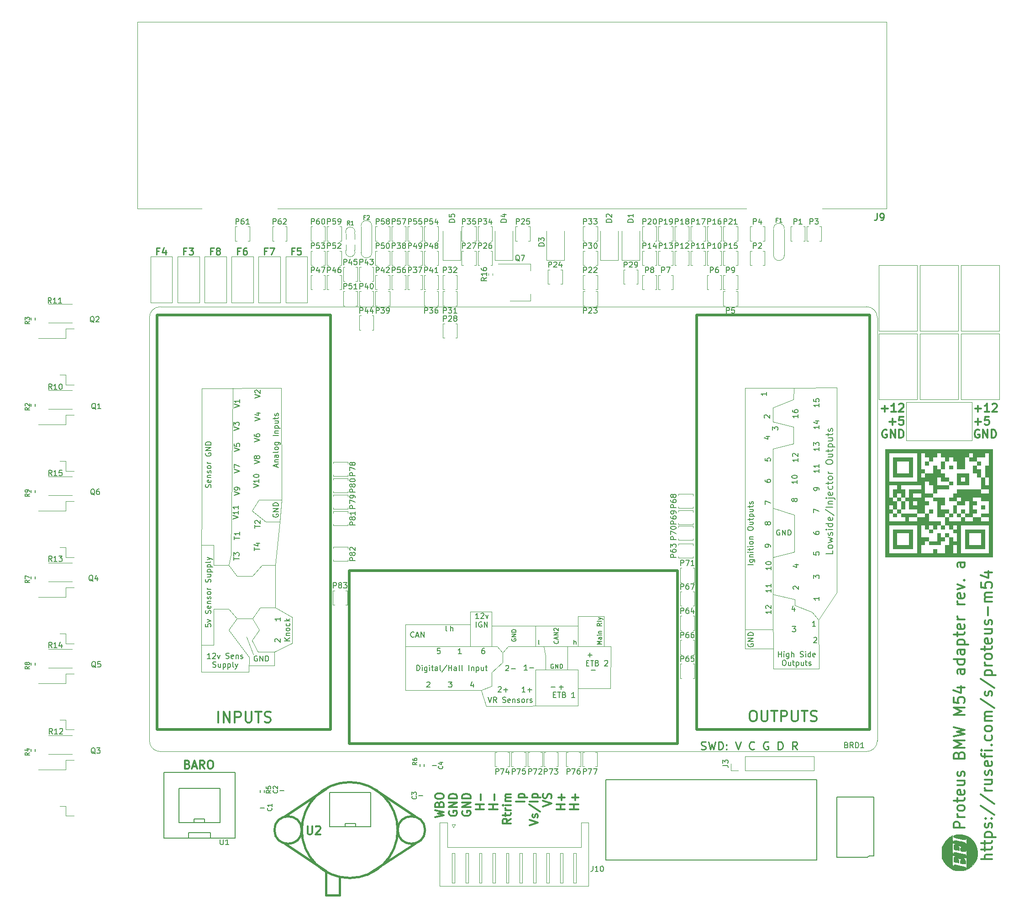
<source format=gto>
G04 #@! TF.GenerationSoftware,KiCad,Pcbnew,(5.99.0-13086-gffd1139cfe)*
G04 #@! TF.CreationDate,2021-11-14T02:18:31+03:00*
G04 #@! TF.ProjectId,proteusM54,70726f74-6575-4734-9d35-342e6b696361,a*
G04 #@! TF.SameCoordinates,PX4d3f640PYcfb5d40*
G04 #@! TF.FileFunction,Legend,Top*
G04 #@! TF.FilePolarity,Positive*
%FSLAX46Y46*%
G04 Gerber Fmt 4.6, Leading zero omitted, Abs format (unit mm)*
G04 Created by KiCad (PCBNEW (5.99.0-13086-gffd1139cfe)) date 2021-11-14 02:18:31*
%MOMM*%
%LPD*%
G01*
G04 APERTURE LIST*
%ADD10C,0.300000*%
%ADD11C,0.250000*%
%ADD12C,0.150000*%
%ADD13C,0.170000*%
%ADD14C,0.254000*%
%ADD15C,0.304800*%
%ADD16C,0.127000*%
%ADD17C,0.152400*%
%ADD18C,0.139700*%
%ADD19C,0.200000*%
%ADD20C,0.120000*%
%ADD21C,0.203200*%
%ADD22C,0.100000*%
%ADD23C,0.381000*%
%ADD24C,0.099060*%
%ADD25C,0.002540*%
%ADD26C,0.500000*%
G04 APERTURE END LIST*
D10*
X159561857Y97557858D02*
X160704714Y97557858D01*
X160133285Y96986429D02*
X160133285Y98129286D01*
X162204714Y96986429D02*
X161347571Y96986429D01*
X161776142Y96986429D02*
X161776142Y98486429D01*
X161633285Y98272143D01*
X161490428Y98129286D01*
X161347571Y98057858D01*
X162776142Y98343572D02*
X162847571Y98415000D01*
X162990428Y98486429D01*
X163347571Y98486429D01*
X163490428Y98415000D01*
X163561857Y98343572D01*
X163633285Y98200715D01*
X163633285Y98057858D01*
X163561857Y97843572D01*
X162704714Y96986429D01*
X163633285Y96986429D01*
X160990428Y95142858D02*
X162133285Y95142858D01*
X161561857Y94571429D02*
X161561857Y95714286D01*
X163561857Y96071429D02*
X162847571Y96071429D01*
X162776142Y95357143D01*
X162847571Y95428572D01*
X162990428Y95500000D01*
X163347571Y95500000D01*
X163490428Y95428572D01*
X163561857Y95357143D01*
X163633285Y95214286D01*
X163633285Y94857143D01*
X163561857Y94714286D01*
X163490428Y94642858D01*
X163347571Y94571429D01*
X162990428Y94571429D01*
X162847571Y94642858D01*
X162776142Y94714286D01*
X160490428Y93585000D02*
X160347571Y93656429D01*
X160133285Y93656429D01*
X159919000Y93585000D01*
X159776142Y93442143D01*
X159704714Y93299286D01*
X159633285Y93013572D01*
X159633285Y92799286D01*
X159704714Y92513572D01*
X159776142Y92370715D01*
X159919000Y92227858D01*
X160133285Y92156429D01*
X160276142Y92156429D01*
X160490428Y92227858D01*
X160561857Y92299286D01*
X160561857Y92799286D01*
X160276142Y92799286D01*
X161204714Y92156429D02*
X161204714Y93656429D01*
X162061857Y92156429D01*
X162061857Y93656429D01*
X162776142Y92156429D02*
X162776142Y93656429D01*
X163133285Y93656429D01*
X163347571Y93585000D01*
X163490428Y93442143D01*
X163561857Y93299286D01*
X163633285Y93013572D01*
X163633285Y92799286D01*
X163561857Y92513572D01*
X163490428Y92370715D01*
X163347571Y92227858D01*
X163133285Y92156429D01*
X162776142Y92156429D01*
X30828571Y31607143D02*
X31042857Y31535715D01*
X31114285Y31464286D01*
X31185714Y31321429D01*
X31185714Y31107143D01*
X31114285Y30964286D01*
X31042857Y30892858D01*
X30900000Y30821429D01*
X30328571Y30821429D01*
X30328571Y32321429D01*
X30828571Y32321429D01*
X30971428Y32250000D01*
X31042857Y32178572D01*
X31114285Y32035715D01*
X31114285Y31892858D01*
X31042857Y31750000D01*
X30971428Y31678572D01*
X30828571Y31607143D01*
X30328571Y31607143D01*
X31757142Y31250000D02*
X32471428Y31250000D01*
X31614285Y30821429D02*
X32114285Y32321429D01*
X32614285Y30821429D01*
X33971428Y30821429D02*
X33471428Y31535715D01*
X33114285Y30821429D02*
X33114285Y32321429D01*
X33685714Y32321429D01*
X33828571Y32250000D01*
X33900000Y32178572D01*
X33971428Y32035715D01*
X33971428Y31821429D01*
X33900000Y31678572D01*
X33828571Y31607143D01*
X33685714Y31535715D01*
X33114285Y31535715D01*
X34900000Y32321429D02*
X35185714Y32321429D01*
X35328571Y32250000D01*
X35471428Y32107143D01*
X35542857Y31821429D01*
X35542857Y31321429D01*
X35471428Y31035715D01*
X35328571Y30892858D01*
X35185714Y30821429D01*
X34900000Y30821429D01*
X34757142Y30892858D01*
X34614285Y31035715D01*
X34542857Y31321429D01*
X34542857Y31821429D01*
X34614285Y32107143D01*
X34757142Y32250000D01*
X34900000Y32321429D01*
X174924761Y19830953D02*
X172924761Y19830953D01*
X172924761Y20592858D01*
X173020000Y20783334D01*
X173115238Y20878572D01*
X173305714Y20973810D01*
X173591428Y20973810D01*
X173781904Y20878572D01*
X173877142Y20783334D01*
X173972380Y20592858D01*
X173972380Y19830953D01*
X174924761Y21830953D02*
X173591428Y21830953D01*
X173972380Y21830953D02*
X173781904Y21926191D01*
X173686666Y22021429D01*
X173591428Y22211905D01*
X173591428Y22402381D01*
X174924761Y23354762D02*
X174829523Y23164286D01*
X174734285Y23069048D01*
X174543809Y22973810D01*
X173972380Y22973810D01*
X173781904Y23069048D01*
X173686666Y23164286D01*
X173591428Y23354762D01*
X173591428Y23640477D01*
X173686666Y23830953D01*
X173781904Y23926191D01*
X173972380Y24021429D01*
X174543809Y24021429D01*
X174734285Y23926191D01*
X174829523Y23830953D01*
X174924761Y23640477D01*
X174924761Y23354762D01*
X173591428Y24592858D02*
X173591428Y25354762D01*
X172924761Y24878572D02*
X174639047Y24878572D01*
X174829523Y24973810D01*
X174924761Y25164286D01*
X174924761Y25354762D01*
X174829523Y26783334D02*
X174924761Y26592858D01*
X174924761Y26211905D01*
X174829523Y26021429D01*
X174639047Y25926191D01*
X173877142Y25926191D01*
X173686666Y26021429D01*
X173591428Y26211905D01*
X173591428Y26592858D01*
X173686666Y26783334D01*
X173877142Y26878572D01*
X174067619Y26878572D01*
X174258095Y25926191D01*
X173591428Y28592858D02*
X174924761Y28592858D01*
X173591428Y27735715D02*
X174639047Y27735715D01*
X174829523Y27830953D01*
X174924761Y28021429D01*
X174924761Y28307143D01*
X174829523Y28497620D01*
X174734285Y28592858D01*
X174829523Y29450000D02*
X174924761Y29640477D01*
X174924761Y30021429D01*
X174829523Y30211905D01*
X174639047Y30307143D01*
X174543809Y30307143D01*
X174353333Y30211905D01*
X174258095Y30021429D01*
X174258095Y29735715D01*
X174162857Y29545239D01*
X173972380Y29450000D01*
X173877142Y29450000D01*
X173686666Y29545239D01*
X173591428Y29735715D01*
X173591428Y30021429D01*
X173686666Y30211905D01*
X173877142Y33354762D02*
X173972380Y33640477D01*
X174067619Y33735715D01*
X174258095Y33830953D01*
X174543809Y33830953D01*
X174734285Y33735715D01*
X174829523Y33640477D01*
X174924761Y33450000D01*
X174924761Y32688096D01*
X172924761Y32688096D01*
X172924761Y33354762D01*
X173020000Y33545239D01*
X173115238Y33640477D01*
X173305714Y33735715D01*
X173496190Y33735715D01*
X173686666Y33640477D01*
X173781904Y33545239D01*
X173877142Y33354762D01*
X173877142Y32688096D01*
X174924761Y34688096D02*
X172924761Y34688096D01*
X174353333Y35354762D01*
X172924761Y36021429D01*
X174924761Y36021429D01*
X172924761Y36783334D02*
X174924761Y37259524D01*
X173496190Y37640477D01*
X174924761Y38021429D01*
X172924761Y38497620D01*
X174924761Y40783334D02*
X172924761Y40783334D01*
X174353333Y41450000D01*
X172924761Y42116667D01*
X174924761Y42116667D01*
X172924761Y44021429D02*
X172924761Y43069048D01*
X173877142Y42973810D01*
X173781904Y43069048D01*
X173686666Y43259524D01*
X173686666Y43735715D01*
X173781904Y43926191D01*
X173877142Y44021429D01*
X174067619Y44116667D01*
X174543809Y44116667D01*
X174734285Y44021429D01*
X174829523Y43926191D01*
X174924761Y43735715D01*
X174924761Y43259524D01*
X174829523Y43069048D01*
X174734285Y42973810D01*
X173591428Y45830953D02*
X174924761Y45830953D01*
X172829523Y45354762D02*
X174258095Y44878572D01*
X174258095Y46116667D01*
X174924761Y49259524D02*
X173877142Y49259524D01*
X173686666Y49164286D01*
X173591428Y48973810D01*
X173591428Y48592858D01*
X173686666Y48402381D01*
X174829523Y49259524D02*
X174924761Y49069048D01*
X174924761Y48592858D01*
X174829523Y48402381D01*
X174639047Y48307143D01*
X174448571Y48307143D01*
X174258095Y48402381D01*
X174162857Y48592858D01*
X174162857Y49069048D01*
X174067619Y49259524D01*
X174924761Y51069048D02*
X172924761Y51069048D01*
X174829523Y51069048D02*
X174924761Y50878572D01*
X174924761Y50497620D01*
X174829523Y50307143D01*
X174734285Y50211905D01*
X174543809Y50116667D01*
X173972380Y50116667D01*
X173781904Y50211905D01*
X173686666Y50307143D01*
X173591428Y50497620D01*
X173591428Y50878572D01*
X173686666Y51069048D01*
X174924761Y52878572D02*
X173877142Y52878572D01*
X173686666Y52783334D01*
X173591428Y52592858D01*
X173591428Y52211905D01*
X173686666Y52021429D01*
X174829523Y52878572D02*
X174924761Y52688096D01*
X174924761Y52211905D01*
X174829523Y52021429D01*
X174639047Y51926191D01*
X174448571Y51926191D01*
X174258095Y52021429D01*
X174162857Y52211905D01*
X174162857Y52688096D01*
X174067619Y52878572D01*
X173591428Y53830953D02*
X175591428Y53830953D01*
X173686666Y53830953D02*
X173591428Y54021429D01*
X173591428Y54402381D01*
X173686666Y54592858D01*
X173781904Y54688096D01*
X173972380Y54783334D01*
X174543809Y54783334D01*
X174734285Y54688096D01*
X174829523Y54592858D01*
X174924761Y54402381D01*
X174924761Y54021429D01*
X174829523Y53830953D01*
X173591428Y55354762D02*
X173591428Y56116667D01*
X172924761Y55640477D02*
X174639047Y55640477D01*
X174829523Y55735715D01*
X174924761Y55926191D01*
X174924761Y56116667D01*
X174829523Y57545239D02*
X174924761Y57354762D01*
X174924761Y56973810D01*
X174829523Y56783334D01*
X174639047Y56688096D01*
X173877142Y56688096D01*
X173686666Y56783334D01*
X173591428Y56973810D01*
X173591428Y57354762D01*
X173686666Y57545239D01*
X173877142Y57640477D01*
X174067619Y57640477D01*
X174258095Y56688096D01*
X174924761Y58497620D02*
X173591428Y58497620D01*
X173972380Y58497620D02*
X173781904Y58592858D01*
X173686666Y58688096D01*
X173591428Y58878572D01*
X173591428Y59069048D01*
X174924761Y61259524D02*
X173591428Y61259524D01*
X173972380Y61259524D02*
X173781904Y61354762D01*
X173686666Y61450000D01*
X173591428Y61640477D01*
X173591428Y61830953D01*
X174829523Y63259524D02*
X174924761Y63069048D01*
X174924761Y62688096D01*
X174829523Y62497620D01*
X174639047Y62402381D01*
X173877142Y62402381D01*
X173686666Y62497620D01*
X173591428Y62688096D01*
X173591428Y63069048D01*
X173686666Y63259524D01*
X173877142Y63354762D01*
X174067619Y63354762D01*
X174258095Y62402381D01*
X173591428Y64021429D02*
X174924761Y64497620D01*
X173591428Y64973810D01*
X174734285Y65735715D02*
X174829523Y65830953D01*
X174924761Y65735715D01*
X174829523Y65640477D01*
X174734285Y65735715D01*
X174924761Y65735715D01*
X174924761Y69069048D02*
X173877142Y69069048D01*
X173686666Y68973810D01*
X173591428Y68783334D01*
X173591428Y68402381D01*
X173686666Y68211905D01*
X174829523Y69069048D02*
X174924761Y68878572D01*
X174924761Y68402381D01*
X174829523Y68211905D01*
X174639047Y68116667D01*
X174448571Y68116667D01*
X174258095Y68211905D01*
X174162857Y68402381D01*
X174162857Y68878572D01*
X174067619Y69069048D01*
D11*
X126066071Y34392858D02*
X126280357Y34321429D01*
X126637500Y34321429D01*
X126780357Y34392858D01*
X126851785Y34464286D01*
X126923214Y34607143D01*
X126923214Y34750000D01*
X126851785Y34892858D01*
X126780357Y34964286D01*
X126637500Y35035715D01*
X126351785Y35107143D01*
X126208928Y35178572D01*
X126137500Y35250000D01*
X126066071Y35392858D01*
X126066071Y35535715D01*
X126137500Y35678572D01*
X126208928Y35750000D01*
X126351785Y35821429D01*
X126708928Y35821429D01*
X126923214Y35750000D01*
X127423214Y35821429D02*
X127780357Y34321429D01*
X128066071Y35392858D01*
X128351785Y34321429D01*
X128708928Y35821429D01*
X129280357Y34321429D02*
X129280357Y35821429D01*
X129637500Y35821429D01*
X129851785Y35750000D01*
X129994642Y35607143D01*
X130066071Y35464286D01*
X130137500Y35178572D01*
X130137500Y34964286D01*
X130066071Y34678572D01*
X129994642Y34535715D01*
X129851785Y34392858D01*
X129637500Y34321429D01*
X129280357Y34321429D01*
X130780357Y34464286D02*
X130851785Y34392858D01*
X130780357Y34321429D01*
X130708928Y34392858D01*
X130780357Y34464286D01*
X130780357Y34321429D01*
X130780357Y35250000D02*
X130851785Y35178572D01*
X130780357Y35107143D01*
X130708928Y35178572D01*
X130780357Y35250000D01*
X130780357Y35107143D01*
X132423214Y35821429D02*
X132923214Y34321429D01*
X133423214Y35821429D01*
X135923214Y34464286D02*
X135851785Y34392858D01*
X135637500Y34321429D01*
X135494642Y34321429D01*
X135280357Y34392858D01*
X135137500Y34535715D01*
X135066071Y34678572D01*
X134994642Y34964286D01*
X134994642Y35178572D01*
X135066071Y35464286D01*
X135137500Y35607143D01*
X135280357Y35750000D01*
X135494642Y35821429D01*
X135637500Y35821429D01*
X135851785Y35750000D01*
X135923214Y35678572D01*
X138494642Y35750000D02*
X138351785Y35821429D01*
X138137500Y35821429D01*
X137923214Y35750000D01*
X137780357Y35607143D01*
X137708928Y35464286D01*
X137637500Y35178572D01*
X137637500Y34964286D01*
X137708928Y34678572D01*
X137780357Y34535715D01*
X137923214Y34392858D01*
X138137500Y34321429D01*
X138280357Y34321429D01*
X138494642Y34392858D01*
X138566071Y34464286D01*
X138566071Y34964286D01*
X138280357Y34964286D01*
X140351785Y34321429D02*
X140351785Y35821429D01*
X140708928Y35821429D01*
X140923214Y35750000D01*
X141066071Y35607143D01*
X141137500Y35464286D01*
X141208928Y35178572D01*
X141208928Y34964286D01*
X141137500Y34678572D01*
X141066071Y34535715D01*
X140923214Y34392858D01*
X140708928Y34321429D01*
X140351785Y34321429D01*
X143851785Y34321429D02*
X143351785Y35035715D01*
X142994642Y34321429D02*
X142994642Y35821429D01*
X143566071Y35821429D01*
X143708928Y35750000D01*
X143780357Y35678572D01*
X143851785Y35535715D01*
X143851785Y35321429D01*
X143780357Y35178572D01*
X143708928Y35107143D01*
X143566071Y35035715D01*
X142994642Y35035715D01*
D10*
X180004761Y14020953D02*
X178004761Y14020953D01*
X180004761Y14878096D02*
X178957142Y14878096D01*
X178766666Y14782858D01*
X178671428Y14592381D01*
X178671428Y14306667D01*
X178766666Y14116191D01*
X178861904Y14020953D01*
X178671428Y15544762D02*
X178671428Y16306667D01*
X178004761Y15830477D02*
X179719047Y15830477D01*
X179909523Y15925715D01*
X180004761Y16116191D01*
X180004761Y16306667D01*
X178671428Y16687620D02*
X178671428Y17449524D01*
X178004761Y16973334D02*
X179719047Y16973334D01*
X179909523Y17068572D01*
X180004761Y17259048D01*
X180004761Y17449524D01*
X178671428Y18116191D02*
X180671428Y18116191D01*
X178766666Y18116191D02*
X178671428Y18306667D01*
X178671428Y18687620D01*
X178766666Y18878096D01*
X178861904Y18973334D01*
X179052380Y19068572D01*
X179623809Y19068572D01*
X179814285Y18973334D01*
X179909523Y18878096D01*
X180004761Y18687620D01*
X180004761Y18306667D01*
X179909523Y18116191D01*
X179909523Y19830477D02*
X180004761Y20020953D01*
X180004761Y20401905D01*
X179909523Y20592381D01*
X179719047Y20687620D01*
X179623809Y20687620D01*
X179433333Y20592381D01*
X179338095Y20401905D01*
X179338095Y20116191D01*
X179242857Y19925715D01*
X179052380Y19830477D01*
X178957142Y19830477D01*
X178766666Y19925715D01*
X178671428Y20116191D01*
X178671428Y20401905D01*
X178766666Y20592381D01*
X179814285Y21544762D02*
X179909523Y21640000D01*
X180004761Y21544762D01*
X179909523Y21449524D01*
X179814285Y21544762D01*
X180004761Y21544762D01*
X178766666Y21544762D02*
X178861904Y21640000D01*
X178957142Y21544762D01*
X178861904Y21449524D01*
X178766666Y21544762D01*
X178957142Y21544762D01*
X177909523Y23925715D02*
X180480952Y22211429D01*
X177909523Y26020953D02*
X180480952Y24306667D01*
X180004761Y26687620D02*
X178671428Y26687620D01*
X179052380Y26687620D02*
X178861904Y26782858D01*
X178766666Y26878096D01*
X178671428Y27068572D01*
X178671428Y27259048D01*
X178671428Y28782858D02*
X180004761Y28782858D01*
X178671428Y27925715D02*
X179719047Y27925715D01*
X179909523Y28020953D01*
X180004761Y28211429D01*
X180004761Y28497143D01*
X179909523Y28687620D01*
X179814285Y28782858D01*
X179909523Y29640000D02*
X180004761Y29830477D01*
X180004761Y30211429D01*
X179909523Y30401905D01*
X179719047Y30497143D01*
X179623809Y30497143D01*
X179433333Y30401905D01*
X179338095Y30211429D01*
X179338095Y29925715D01*
X179242857Y29735239D01*
X179052380Y29640000D01*
X178957142Y29640000D01*
X178766666Y29735239D01*
X178671428Y29925715D01*
X178671428Y30211429D01*
X178766666Y30401905D01*
X179909523Y32116191D02*
X180004761Y31925715D01*
X180004761Y31544762D01*
X179909523Y31354286D01*
X179719047Y31259048D01*
X178957142Y31259048D01*
X178766666Y31354286D01*
X178671428Y31544762D01*
X178671428Y31925715D01*
X178766666Y32116191D01*
X178957142Y32211429D01*
X179147619Y32211429D01*
X179338095Y31259048D01*
X178671428Y32782858D02*
X178671428Y33544762D01*
X180004761Y33068572D02*
X178290476Y33068572D01*
X178100000Y33163810D01*
X178004761Y33354286D01*
X178004761Y33544762D01*
X180004761Y34211429D02*
X178671428Y34211429D01*
X178004761Y34211429D02*
X178100000Y34116191D01*
X178195238Y34211429D01*
X178100000Y34306667D01*
X178004761Y34211429D01*
X178195238Y34211429D01*
X179814285Y35163810D02*
X179909523Y35259048D01*
X180004761Y35163810D01*
X179909523Y35068572D01*
X179814285Y35163810D01*
X180004761Y35163810D01*
X179909523Y36973334D02*
X180004761Y36782858D01*
X180004761Y36401905D01*
X179909523Y36211429D01*
X179814285Y36116191D01*
X179623809Y36020953D01*
X179052380Y36020953D01*
X178861904Y36116191D01*
X178766666Y36211429D01*
X178671428Y36401905D01*
X178671428Y36782858D01*
X178766666Y36973334D01*
X180004761Y38116191D02*
X179909523Y37925715D01*
X179814285Y37830477D01*
X179623809Y37735239D01*
X179052380Y37735239D01*
X178861904Y37830477D01*
X178766666Y37925715D01*
X178671428Y38116191D01*
X178671428Y38401905D01*
X178766666Y38592381D01*
X178861904Y38687620D01*
X179052380Y38782858D01*
X179623809Y38782858D01*
X179814285Y38687620D01*
X179909523Y38592381D01*
X180004761Y38401905D01*
X180004761Y38116191D01*
X180004761Y39640000D02*
X178671428Y39640000D01*
X178861904Y39640000D02*
X178766666Y39735239D01*
X178671428Y39925715D01*
X178671428Y40211429D01*
X178766666Y40401905D01*
X178957142Y40497143D01*
X180004761Y40497143D01*
X178957142Y40497143D02*
X178766666Y40592381D01*
X178671428Y40782858D01*
X178671428Y41068572D01*
X178766666Y41259048D01*
X178957142Y41354286D01*
X180004761Y41354286D01*
X177909523Y43735239D02*
X180480952Y42020953D01*
X179909523Y44306667D02*
X180004761Y44497143D01*
X180004761Y44878096D01*
X179909523Y45068572D01*
X179719047Y45163810D01*
X179623809Y45163810D01*
X179433333Y45068572D01*
X179338095Y44878096D01*
X179338095Y44592381D01*
X179242857Y44401905D01*
X179052380Y44306667D01*
X178957142Y44306667D01*
X178766666Y44401905D01*
X178671428Y44592381D01*
X178671428Y44878096D01*
X178766666Y45068572D01*
X177909523Y47449524D02*
X180480952Y45735239D01*
X178671428Y48116191D02*
X180671428Y48116191D01*
X178766666Y48116191D02*
X178671428Y48306667D01*
X178671428Y48687620D01*
X178766666Y48878096D01*
X178861904Y48973334D01*
X179052380Y49068572D01*
X179623809Y49068572D01*
X179814285Y48973334D01*
X179909523Y48878096D01*
X180004761Y48687620D01*
X180004761Y48306667D01*
X179909523Y48116191D01*
X180004761Y49925715D02*
X178671428Y49925715D01*
X179052380Y49925715D02*
X178861904Y50020953D01*
X178766666Y50116191D01*
X178671428Y50306667D01*
X178671428Y50497143D01*
X180004761Y51449524D02*
X179909523Y51259048D01*
X179814285Y51163810D01*
X179623809Y51068572D01*
X179052380Y51068572D01*
X178861904Y51163810D01*
X178766666Y51259048D01*
X178671428Y51449524D01*
X178671428Y51735239D01*
X178766666Y51925715D01*
X178861904Y52020953D01*
X179052380Y52116191D01*
X179623809Y52116191D01*
X179814285Y52020953D01*
X179909523Y51925715D01*
X180004761Y51735239D01*
X180004761Y51449524D01*
X178671428Y52687620D02*
X178671428Y53449524D01*
X178004761Y52973334D02*
X179719047Y52973334D01*
X179909523Y53068572D01*
X180004761Y53259048D01*
X180004761Y53449524D01*
X179909523Y54878096D02*
X180004761Y54687620D01*
X180004761Y54306667D01*
X179909523Y54116191D01*
X179719047Y54020953D01*
X178957142Y54020953D01*
X178766666Y54116191D01*
X178671428Y54306667D01*
X178671428Y54687620D01*
X178766666Y54878096D01*
X178957142Y54973334D01*
X179147619Y54973334D01*
X179338095Y54020953D01*
X178671428Y56687620D02*
X180004761Y56687620D01*
X178671428Y55830477D02*
X179719047Y55830477D01*
X179909523Y55925715D01*
X180004761Y56116191D01*
X180004761Y56401905D01*
X179909523Y56592381D01*
X179814285Y56687620D01*
X179909523Y57544762D02*
X180004761Y57735239D01*
X180004761Y58116191D01*
X179909523Y58306667D01*
X179719047Y58401905D01*
X179623809Y58401905D01*
X179433333Y58306667D01*
X179338095Y58116191D01*
X179338095Y57830477D01*
X179242857Y57640000D01*
X179052380Y57544762D01*
X178957142Y57544762D01*
X178766666Y57640000D01*
X178671428Y57830477D01*
X178671428Y58116191D01*
X178766666Y58306667D01*
X179242857Y59259048D02*
X179242857Y60782858D01*
X180004761Y61735239D02*
X178671428Y61735239D01*
X178861904Y61735239D02*
X178766666Y61830477D01*
X178671428Y62020953D01*
X178671428Y62306667D01*
X178766666Y62497143D01*
X178957142Y62592381D01*
X180004761Y62592381D01*
X178957142Y62592381D02*
X178766666Y62687620D01*
X178671428Y62878096D01*
X178671428Y63163810D01*
X178766666Y63354286D01*
X178957142Y63449524D01*
X180004761Y63449524D01*
X178004761Y65354286D02*
X178004761Y64401905D01*
X178957142Y64306667D01*
X178861904Y64401905D01*
X178766666Y64592381D01*
X178766666Y65068572D01*
X178861904Y65259048D01*
X178957142Y65354286D01*
X179147619Y65449524D01*
X179623809Y65449524D01*
X179814285Y65354286D01*
X179909523Y65259048D01*
X180004761Y65068572D01*
X180004761Y64592381D01*
X179909523Y64401905D01*
X179814285Y64306667D01*
X178671428Y67163810D02*
X180004761Y67163810D01*
X177909523Y66687620D02*
X179338095Y66211429D01*
X179338095Y67449524D01*
X176858142Y97557858D02*
X178001000Y97557858D01*
X177429571Y96986429D02*
X177429571Y98129286D01*
X179501000Y96986429D02*
X178643857Y96986429D01*
X179072428Y96986429D02*
X179072428Y98486429D01*
X178929571Y98272143D01*
X178786714Y98129286D01*
X178643857Y98057858D01*
X180072428Y98343572D02*
X180143857Y98415000D01*
X180286714Y98486429D01*
X180643857Y98486429D01*
X180786714Y98415000D01*
X180858142Y98343572D01*
X180929571Y98200715D01*
X180929571Y98057858D01*
X180858142Y97843572D01*
X180001000Y96986429D01*
X180929571Y96986429D01*
X176858142Y95142858D02*
X178001000Y95142858D01*
X177429571Y94571429D02*
X177429571Y95714286D01*
X179429571Y96071429D02*
X178715285Y96071429D01*
X178643857Y95357143D01*
X178715285Y95428572D01*
X178858142Y95500000D01*
X179215285Y95500000D01*
X179358142Y95428572D01*
X179429571Y95357143D01*
X179501000Y95214286D01*
X179501000Y94857143D01*
X179429571Y94714286D01*
X179358142Y94642858D01*
X179215285Y94571429D01*
X178858142Y94571429D01*
X178715285Y94642858D01*
X178643857Y94714286D01*
X177643857Y93585000D02*
X177501000Y93656429D01*
X177286714Y93656429D01*
X177072428Y93585000D01*
X176929571Y93442143D01*
X176858142Y93299286D01*
X176786714Y93013572D01*
X176786714Y92799286D01*
X176858142Y92513572D01*
X176929571Y92370715D01*
X177072428Y92227858D01*
X177286714Y92156429D01*
X177429571Y92156429D01*
X177643857Y92227858D01*
X177715285Y92299286D01*
X177715285Y92799286D01*
X177429571Y92799286D01*
X178358142Y92156429D02*
X178358142Y93656429D01*
X179215285Y92156429D01*
X179215285Y93656429D01*
X179929571Y92156429D02*
X179929571Y93656429D01*
X180286714Y93656429D01*
X180501000Y93585000D01*
X180643857Y93442143D01*
X180715285Y93299286D01*
X180786714Y93013572D01*
X180786714Y92799286D01*
X180715285Y92513572D01*
X180643857Y92370715D01*
X180501000Y92227858D01*
X180286714Y92156429D01*
X179929571Y92156429D01*
X79341595Y22907875D02*
X79267785Y22760256D01*
X79267785Y22538828D01*
X79341595Y22317399D01*
X79489214Y22169780D01*
X79636833Y22095971D01*
X79932071Y22022161D01*
X80153499Y22022161D01*
X80448737Y22095971D01*
X80596356Y22169780D01*
X80743975Y22317399D01*
X80817785Y22538828D01*
X80817785Y22686447D01*
X80743975Y22907875D01*
X80670166Y22981685D01*
X80153499Y22981685D01*
X80153499Y22686447D01*
X80817785Y23645971D02*
X79267785Y23645971D01*
X80817785Y24531685D01*
X79267785Y24531685D01*
X80817785Y25269780D02*
X79267785Y25269780D01*
X79267785Y25638828D01*
X79341595Y25860256D01*
X79489214Y26007875D01*
X79636833Y26081685D01*
X79932071Y26155494D01*
X80153499Y26155494D01*
X80448737Y26081685D01*
X80596356Y26007875D01*
X80743975Y25860256D01*
X80817785Y25638828D01*
X80817785Y25269780D01*
X81837095Y22907875D02*
X81763285Y22760256D01*
X81763285Y22538828D01*
X81837095Y22317399D01*
X81984714Y22169780D01*
X82132333Y22095971D01*
X82427571Y22022161D01*
X82648999Y22022161D01*
X82944237Y22095971D01*
X83091856Y22169780D01*
X83239475Y22317399D01*
X83313285Y22538828D01*
X83313285Y22686447D01*
X83239475Y22907875D01*
X83165666Y22981685D01*
X82648999Y22981685D01*
X82648999Y22686447D01*
X83313285Y23645971D02*
X81763285Y23645971D01*
X83313285Y24531685D01*
X81763285Y24531685D01*
X83313285Y25269780D02*
X81763285Y25269780D01*
X81763285Y25638828D01*
X81837095Y25860256D01*
X81984714Y26007875D01*
X82132333Y26081685D01*
X82427571Y26155494D01*
X82648999Y26155494D01*
X82944237Y26081685D01*
X83091856Y26007875D01*
X83239475Y25860256D01*
X83313285Y25638828D01*
X83313285Y25269780D01*
X85808785Y23276923D02*
X84258785Y23276923D01*
X84996880Y23276923D02*
X84996880Y24162637D01*
X85808785Y24162637D02*
X84258785Y24162637D01*
X85218309Y24900732D02*
X85218309Y26081685D01*
X88304285Y23276923D02*
X86754285Y23276923D01*
X87492380Y23276923D02*
X87492380Y24162637D01*
X88304285Y24162637D02*
X86754285Y24162637D01*
X87713809Y24900732D02*
X87713809Y26081685D01*
X90799785Y21505494D02*
X90061690Y20988828D01*
X90799785Y20619780D02*
X89249785Y20619780D01*
X89249785Y21210256D01*
X89323595Y21357875D01*
X89397404Y21431685D01*
X89545023Y21505494D01*
X89766452Y21505494D01*
X89914071Y21431685D01*
X89987880Y21357875D01*
X90061690Y21210256D01*
X90061690Y20619780D01*
X89766452Y21948352D02*
X89766452Y22538828D01*
X89249785Y22169780D02*
X90578356Y22169780D01*
X90725975Y22243590D01*
X90799785Y22391209D01*
X90799785Y22538828D01*
X90799785Y23055494D02*
X89766452Y23055494D01*
X90061690Y23055494D02*
X89914071Y23129304D01*
X89840261Y23203113D01*
X89766452Y23350732D01*
X89766452Y23498352D01*
X90799785Y24015018D02*
X89766452Y24015018D01*
X89249785Y24015018D02*
X89323595Y23941209D01*
X89397404Y24015018D01*
X89323595Y24088828D01*
X89249785Y24015018D01*
X89397404Y24015018D01*
X90799785Y24753113D02*
X89766452Y24753113D01*
X89914071Y24753113D02*
X89840261Y24826923D01*
X89766452Y24974542D01*
X89766452Y25195971D01*
X89840261Y25343590D01*
X89987880Y25417399D01*
X90799785Y25417399D01*
X89987880Y25417399D02*
X89840261Y25491209D01*
X89766452Y25638828D01*
X89766452Y25860256D01*
X89840261Y26007875D01*
X89987880Y26081685D01*
X90799785Y26081685D01*
X93295285Y24679304D02*
X91745285Y24679304D01*
X92261952Y25417399D02*
X93811952Y25417399D01*
X92335761Y25417399D02*
X92261952Y25565018D01*
X92261952Y25860256D01*
X92335761Y26007875D01*
X92409571Y26081685D01*
X92557190Y26155494D01*
X93000047Y26155494D01*
X93147666Y26081685D01*
X93221475Y26007875D01*
X93295285Y25860256D01*
X93295285Y25565018D01*
X93221475Y25417399D01*
X94240785Y20250732D02*
X95790785Y20767399D01*
X94240785Y21284066D01*
X95716975Y21726923D02*
X95790785Y21874542D01*
X95790785Y22169780D01*
X95716975Y22317399D01*
X95569356Y22391209D01*
X95495547Y22391209D01*
X95347928Y22317399D01*
X95274118Y22169780D01*
X95274118Y21948352D01*
X95200309Y21800732D01*
X95052690Y21726923D01*
X94978880Y21726923D01*
X94831261Y21800732D01*
X94757452Y21948352D01*
X94757452Y22169780D01*
X94831261Y22317399D01*
X94166975Y24162637D02*
X96159833Y22834066D01*
X95790785Y24679304D02*
X94240785Y24679304D01*
X94757452Y25417399D02*
X96307452Y25417399D01*
X94831261Y25417399D02*
X94757452Y25565018D01*
X94757452Y25860256D01*
X94831261Y26007875D01*
X94905071Y26081685D01*
X95052690Y26155494D01*
X95495547Y26155494D01*
X95643166Y26081685D01*
X95716975Y26007875D01*
X95790785Y25860256D01*
X95790785Y25565018D01*
X95716975Y25417399D01*
X96736285Y23793590D02*
X98286285Y24310256D01*
X96736285Y24826923D01*
X98212475Y25269780D02*
X98286285Y25491209D01*
X98286285Y25860256D01*
X98212475Y26007875D01*
X98138666Y26081685D01*
X97991047Y26155494D01*
X97843428Y26155494D01*
X97695809Y26081685D01*
X97621999Y26007875D01*
X97548190Y25860256D01*
X97474380Y25565018D01*
X97400571Y25417399D01*
X97326761Y25343590D01*
X97179142Y25269780D01*
X97031523Y25269780D01*
X96883904Y25343590D01*
X96810095Y25417399D01*
X96736285Y25565018D01*
X96736285Y25934066D01*
X96810095Y26155494D01*
X100781785Y23276923D02*
X99231785Y23276923D01*
X99969880Y23276923D02*
X99969880Y24162637D01*
X100781785Y24162637D02*
X99231785Y24162637D01*
X100191309Y24900732D02*
X100191309Y26081685D01*
X100781785Y25491209D02*
X99600833Y25491209D01*
X103277285Y23276923D02*
X101727285Y23276923D01*
X102465380Y23276923D02*
X102465380Y24162637D01*
X103277285Y24162637D02*
X101727285Y24162637D01*
X102686809Y24900732D02*
X102686809Y26081685D01*
X103277285Y25491209D02*
X102096333Y25491209D01*
X76751190Y21781191D02*
X78301190Y22150239D01*
X77194047Y22445477D01*
X78301190Y22740715D01*
X76751190Y23109762D01*
X77489285Y24216905D02*
X77563095Y24438334D01*
X77636904Y24512143D01*
X77784523Y24585953D01*
X78005952Y24585953D01*
X78153571Y24512143D01*
X78227380Y24438334D01*
X78301190Y24290715D01*
X78301190Y23700239D01*
X76751190Y23700239D01*
X76751190Y24216905D01*
X76825000Y24364524D01*
X76898809Y24438334D01*
X77046428Y24512143D01*
X77194047Y24512143D01*
X77341666Y24438334D01*
X77415476Y24364524D01*
X77489285Y24216905D01*
X77489285Y23700239D01*
X76751190Y25545477D02*
X76751190Y25840715D01*
X76825000Y25988334D01*
X76972619Y26135953D01*
X77267857Y26209762D01*
X77784523Y26209762D01*
X78079761Y26135953D01*
X78227380Y25988334D01*
X78301190Y25840715D01*
X78301190Y25545477D01*
X78227380Y25397858D01*
X78079761Y25250239D01*
X77784523Y25176429D01*
X77267857Y25176429D01*
X76972619Y25250239D01*
X76825000Y25397858D01*
X76751190Y25545477D01*
D12*
G04 #@! TO.C,D2*
X109452380Y132161905D02*
X108452380Y132161905D01*
X108452380Y132400000D01*
X108500000Y132542858D01*
X108595238Y132638096D01*
X108690476Y132685715D01*
X108880952Y132733334D01*
X109023809Y132733334D01*
X109214285Y132685715D01*
X109309523Y132638096D01*
X109404761Y132542858D01*
X109452380Y132400000D01*
X109452380Y132161905D01*
X108547619Y133114286D02*
X108500000Y133161905D01*
X108452380Y133257143D01*
X108452380Y133495239D01*
X108500000Y133590477D01*
X108547619Y133638096D01*
X108642857Y133685715D01*
X108738095Y133685715D01*
X108880952Y133638096D01*
X109452380Y133066667D01*
X109452380Y133685715D01*
G04 #@! TO.C,Q1*
X13804761Y97452381D02*
X13709523Y97500000D01*
X13614285Y97595239D01*
X13471428Y97738096D01*
X13376190Y97785715D01*
X13280952Y97785715D01*
X13328571Y97547620D02*
X13233333Y97595239D01*
X13138095Y97690477D01*
X13090476Y97880953D01*
X13090476Y98214286D01*
X13138095Y98404762D01*
X13233333Y98500000D01*
X13328571Y98547620D01*
X13519047Y98547620D01*
X13614285Y98500000D01*
X13709523Y98404762D01*
X13757142Y98214286D01*
X13757142Y97880953D01*
X13709523Y97690477D01*
X13614285Y97595239D01*
X13519047Y97547620D01*
X13328571Y97547620D01*
X14709523Y97547620D02*
X14138095Y97547620D01*
X14423809Y97547620D02*
X14423809Y98547620D01*
X14328571Y98404762D01*
X14233333Y98309524D01*
X14138095Y98261905D01*
G04 #@! TO.C,P17*
X124285714Y131797620D02*
X124285714Y132797620D01*
X124666666Y132797620D01*
X124761904Y132750000D01*
X124809523Y132702381D01*
X124857142Y132607143D01*
X124857142Y132464286D01*
X124809523Y132369048D01*
X124761904Y132321429D01*
X124666666Y132273810D01*
X124285714Y132273810D01*
X125809523Y131797620D02*
X125238095Y131797620D01*
X125523809Y131797620D02*
X125523809Y132797620D01*
X125428571Y132654762D01*
X125333333Y132559524D01*
X125238095Y132511905D01*
X126142857Y132797620D02*
X126809523Y132797620D01*
X126380952Y131797620D01*
G04 #@! TO.C,P68*
X121422380Y79209715D02*
X120422380Y79209715D01*
X120422380Y79590667D01*
X120470000Y79685905D01*
X120517619Y79733524D01*
X120612857Y79781143D01*
X120755714Y79781143D01*
X120850952Y79733524D01*
X120898571Y79685905D01*
X120946190Y79590667D01*
X120946190Y79209715D01*
X120422380Y80638286D02*
X120422380Y80447810D01*
X120470000Y80352572D01*
X120517619Y80304953D01*
X120660476Y80209715D01*
X120850952Y80162096D01*
X121231904Y80162096D01*
X121327142Y80209715D01*
X121374761Y80257334D01*
X121422380Y80352572D01*
X121422380Y80543048D01*
X121374761Y80638286D01*
X121327142Y80685905D01*
X121231904Y80733524D01*
X120993809Y80733524D01*
X120898571Y80685905D01*
X120850952Y80638286D01*
X120803333Y80543048D01*
X120803333Y80352572D01*
X120850952Y80257334D01*
X120898571Y80209715D01*
X120993809Y80162096D01*
X120850952Y81304953D02*
X120803333Y81209715D01*
X120755714Y81162096D01*
X120660476Y81114477D01*
X120612857Y81114477D01*
X120517619Y81162096D01*
X120470000Y81209715D01*
X120422380Y81304953D01*
X120422380Y81495429D01*
X120470000Y81590667D01*
X120517619Y81638286D01*
X120612857Y81685905D01*
X120660476Y81685905D01*
X120755714Y81638286D01*
X120803333Y81590667D01*
X120850952Y81495429D01*
X120850952Y81304953D01*
X120898571Y81209715D01*
X120946190Y81162096D01*
X121041428Y81114477D01*
X121231904Y81114477D01*
X121327142Y81162096D01*
X121374761Y81209715D01*
X121422380Y81304953D01*
X121422380Y81495429D01*
X121374761Y81590667D01*
X121327142Y81638286D01*
X121231904Y81685905D01*
X121041428Y81685905D01*
X120946190Y81638286D01*
X120898571Y81590667D01*
X120850952Y81495429D01*
G04 #@! TO.C,Q3*
X13704761Y33552381D02*
X13609523Y33600000D01*
X13514285Y33695239D01*
X13371428Y33838096D01*
X13276190Y33885715D01*
X13180952Y33885715D01*
X13228571Y33647620D02*
X13133333Y33695239D01*
X13038095Y33790477D01*
X12990476Y33980953D01*
X12990476Y34314286D01*
X13038095Y34504762D01*
X13133333Y34600000D01*
X13228571Y34647620D01*
X13419047Y34647620D01*
X13514285Y34600000D01*
X13609523Y34504762D01*
X13657142Y34314286D01*
X13657142Y33980953D01*
X13609523Y33790477D01*
X13514285Y33695239D01*
X13419047Y33647620D01*
X13228571Y33647620D01*
X13990476Y34647620D02*
X14609523Y34647620D01*
X14276190Y34266667D01*
X14419047Y34266667D01*
X14514285Y34219048D01*
X14561904Y34171429D01*
X14609523Y34076191D01*
X14609523Y33838096D01*
X14561904Y33742858D01*
X14514285Y33695239D01*
X14419047Y33647620D01*
X14133333Y33647620D01*
X14038095Y33695239D01*
X13990476Y33742858D01*
G04 #@! TO.C,P38*
X68785714Y127297620D02*
X68785714Y128297620D01*
X69166666Y128297620D01*
X69261904Y128250000D01*
X69309523Y128202381D01*
X69357142Y128107143D01*
X69357142Y127964286D01*
X69309523Y127869048D01*
X69261904Y127821429D01*
X69166666Y127773810D01*
X68785714Y127773810D01*
X69690476Y128297620D02*
X70309523Y128297620D01*
X69976190Y127916667D01*
X70119047Y127916667D01*
X70214285Y127869048D01*
X70261904Y127821429D01*
X70309523Y127726191D01*
X70309523Y127488096D01*
X70261904Y127392858D01*
X70214285Y127345239D01*
X70119047Y127297620D01*
X69833333Y127297620D01*
X69738095Y127345239D01*
X69690476Y127392858D01*
X70880952Y127869048D02*
X70785714Y127916667D01*
X70738095Y127964286D01*
X70690476Y128059524D01*
X70690476Y128107143D01*
X70738095Y128202381D01*
X70785714Y128250000D01*
X70880952Y128297620D01*
X71071428Y128297620D01*
X71166666Y128250000D01*
X71214285Y128202381D01*
X71261904Y128107143D01*
X71261904Y128059524D01*
X71214285Y127964286D01*
X71166666Y127916667D01*
X71071428Y127869048D01*
X70880952Y127869048D01*
X70785714Y127821429D01*
X70738095Y127773810D01*
X70690476Y127678572D01*
X70690476Y127488096D01*
X70738095Y127392858D01*
X70785714Y127345239D01*
X70880952Y127297620D01*
X71071428Y127297620D01*
X71166666Y127345239D01*
X71214285Y127392858D01*
X71261904Y127488096D01*
X71261904Y127678572D01*
X71214285Y127773810D01*
X71166666Y127821429D01*
X71071428Y127869048D01*
G04 #@! TO.C,R11*
X5557142Y117147620D02*
X5223809Y117623810D01*
X4985714Y117147620D02*
X4985714Y118147620D01*
X5366666Y118147620D01*
X5461904Y118100000D01*
X5509523Y118052381D01*
X5557142Y117957143D01*
X5557142Y117814286D01*
X5509523Y117719048D01*
X5461904Y117671429D01*
X5366666Y117623810D01*
X4985714Y117623810D01*
X6509523Y117147620D02*
X5938095Y117147620D01*
X6223809Y117147620D02*
X6223809Y118147620D01*
X6128571Y118004762D01*
X6033333Y117909524D01*
X5938095Y117861905D01*
X7461904Y117147620D02*
X6890476Y117147620D01*
X7176190Y117147620D02*
X7176190Y118147620D01*
X7080952Y118004762D01*
X6985714Y117909524D01*
X6890476Y117861905D01*
G04 #@! TO.C,P56*
X68785714Y122797620D02*
X68785714Y123797620D01*
X69166666Y123797620D01*
X69261904Y123750000D01*
X69309523Y123702381D01*
X69357142Y123607143D01*
X69357142Y123464286D01*
X69309523Y123369048D01*
X69261904Y123321429D01*
X69166666Y123273810D01*
X68785714Y123273810D01*
X70261904Y123797620D02*
X69785714Y123797620D01*
X69738095Y123321429D01*
X69785714Y123369048D01*
X69880952Y123416667D01*
X70119047Y123416667D01*
X70214285Y123369048D01*
X70261904Y123321429D01*
X70309523Y123226191D01*
X70309523Y122988096D01*
X70261904Y122892858D01*
X70214285Y122845239D01*
X70119047Y122797620D01*
X69880952Y122797620D01*
X69785714Y122845239D01*
X69738095Y122892858D01*
X71166666Y123797620D02*
X70976190Y123797620D01*
X70880952Y123750000D01*
X70833333Y123702381D01*
X70738095Y123559524D01*
X70690476Y123369048D01*
X70690476Y122988096D01*
X70738095Y122892858D01*
X70785714Y122845239D01*
X70880952Y122797620D01*
X71071428Y122797620D01*
X71166666Y122845239D01*
X71214285Y122892858D01*
X71261904Y122988096D01*
X71261904Y123226191D01*
X71214285Y123321429D01*
X71166666Y123369048D01*
X71071428Y123416667D01*
X70880952Y123416667D01*
X70785714Y123369048D01*
X70738095Y123321429D01*
X70690476Y123226191D01*
G04 #@! TO.C,R16*
X86282380Y121857143D02*
X85806190Y121523810D01*
X86282380Y121285715D02*
X85282380Y121285715D01*
X85282380Y121666667D01*
X85330000Y121761905D01*
X85377619Y121809524D01*
X85472857Y121857143D01*
X85615714Y121857143D01*
X85710952Y121809524D01*
X85758571Y121761905D01*
X85806190Y121666667D01*
X85806190Y121285715D01*
X86282380Y122809524D02*
X86282380Y122238096D01*
X86282380Y122523810D02*
X85282380Y122523810D01*
X85425238Y122428572D01*
X85520476Y122333334D01*
X85568095Y122238096D01*
X85282380Y123666667D02*
X85282380Y123476191D01*
X85330000Y123380953D01*
X85377619Y123333334D01*
X85520476Y123238096D01*
X85710952Y123190477D01*
X86091904Y123190477D01*
X86187142Y123238096D01*
X86234761Y123285715D01*
X86282380Y123380953D01*
X86282380Y123571429D01*
X86234761Y123666667D01*
X86187142Y123714286D01*
X86091904Y123761905D01*
X85853809Y123761905D01*
X85758571Y123714286D01*
X85710952Y123666667D01*
X85663333Y123571429D01*
X85663333Y123380953D01*
X85710952Y123285715D01*
X85758571Y123238096D01*
X85853809Y123190477D01*
G04 #@! TO.C,P72*
X94065714Y29809620D02*
X94065714Y30809620D01*
X94446666Y30809620D01*
X94541904Y30762000D01*
X94589523Y30714381D01*
X94637142Y30619143D01*
X94637142Y30476286D01*
X94589523Y30381048D01*
X94541904Y30333429D01*
X94446666Y30285810D01*
X94065714Y30285810D01*
X94970476Y30809620D02*
X95637142Y30809620D01*
X95208571Y29809620D01*
X95970476Y30714381D02*
X96018095Y30762000D01*
X96113333Y30809620D01*
X96351428Y30809620D01*
X96446666Y30762000D01*
X96494285Y30714381D01*
X96541904Y30619143D01*
X96541904Y30523905D01*
X96494285Y30381048D01*
X95922857Y29809620D01*
X96541904Y29809620D01*
G04 #@! TO.C,P34*
X84785714Y131797620D02*
X84785714Y132797620D01*
X85166666Y132797620D01*
X85261904Y132750000D01*
X85309523Y132702381D01*
X85357142Y132607143D01*
X85357142Y132464286D01*
X85309523Y132369048D01*
X85261904Y132321429D01*
X85166666Y132273810D01*
X84785714Y132273810D01*
X85690476Y132797620D02*
X86309523Y132797620D01*
X85976190Y132416667D01*
X86119047Y132416667D01*
X86214285Y132369048D01*
X86261904Y132321429D01*
X86309523Y132226191D01*
X86309523Y131988096D01*
X86261904Y131892858D01*
X86214285Y131845239D01*
X86119047Y131797620D01*
X85833333Y131797620D01*
X85738095Y131845239D01*
X85690476Y131892858D01*
X87166666Y132464286D02*
X87166666Y131797620D01*
X86928571Y132845239D02*
X86690476Y132130953D01*
X87309523Y132130953D01*
D13*
G04 #@! TO.C,R2*
X1507129Y97763751D02*
X1116653Y97490418D01*
X1507129Y97295180D02*
X687129Y97295180D01*
X687129Y97607561D01*
X726177Y97685656D01*
X765224Y97724703D01*
X843319Y97763751D01*
X960462Y97763751D01*
X1038557Y97724703D01*
X1077605Y97685656D01*
X1116653Y97607561D01*
X1116653Y97295180D01*
X765224Y98076132D02*
X726177Y98115180D01*
X687129Y98193275D01*
X687129Y98388513D01*
X726177Y98466608D01*
X765224Y98505656D01*
X843319Y98544703D01*
X921415Y98544703D01*
X1038557Y98505656D01*
X1507129Y98037084D01*
X1507129Y98544703D01*
D12*
G04 #@! TO.C,P83*
X57885714Y64297620D02*
X57885714Y65297620D01*
X58266666Y65297620D01*
X58361904Y65250000D01*
X58409523Y65202381D01*
X58457142Y65107143D01*
X58457142Y64964286D01*
X58409523Y64869048D01*
X58361904Y64821429D01*
X58266666Y64773810D01*
X57885714Y64773810D01*
X59028571Y64869048D02*
X58933333Y64916667D01*
X58885714Y64964286D01*
X58838095Y65059524D01*
X58838095Y65107143D01*
X58885714Y65202381D01*
X58933333Y65250000D01*
X59028571Y65297620D01*
X59219047Y65297620D01*
X59314285Y65250000D01*
X59361904Y65202381D01*
X59409523Y65107143D01*
X59409523Y65059524D01*
X59361904Y64964286D01*
X59314285Y64916667D01*
X59219047Y64869048D01*
X59028571Y64869048D01*
X58933333Y64821429D01*
X58885714Y64773810D01*
X58838095Y64678572D01*
X58838095Y64488096D01*
X58885714Y64392858D01*
X58933333Y64345239D01*
X59028571Y64297620D01*
X59219047Y64297620D01*
X59314285Y64345239D01*
X59361904Y64392858D01*
X59409523Y64488096D01*
X59409523Y64678572D01*
X59361904Y64773810D01*
X59314285Y64821429D01*
X59219047Y64869048D01*
X59742857Y65297620D02*
X60361904Y65297620D01*
X60028571Y64916667D01*
X60171428Y64916667D01*
X60266666Y64869048D01*
X60314285Y64821429D01*
X60361904Y64726191D01*
X60361904Y64488096D01*
X60314285Y64392858D01*
X60266666Y64345239D01*
X60171428Y64297620D01*
X59885714Y64297620D01*
X59790476Y64345239D01*
X59742857Y64392858D01*
G04 #@! TO.C,P59*
X56785714Y131797620D02*
X56785714Y132797620D01*
X57166666Y132797620D01*
X57261904Y132750000D01*
X57309523Y132702381D01*
X57357142Y132607143D01*
X57357142Y132464286D01*
X57309523Y132369048D01*
X57261904Y132321429D01*
X57166666Y132273810D01*
X56785714Y132273810D01*
X58261904Y132797620D02*
X57785714Y132797620D01*
X57738095Y132321429D01*
X57785714Y132369048D01*
X57880952Y132416667D01*
X58119047Y132416667D01*
X58214285Y132369048D01*
X58261904Y132321429D01*
X58309523Y132226191D01*
X58309523Y131988096D01*
X58261904Y131892858D01*
X58214285Y131845239D01*
X58119047Y131797620D01*
X57880952Y131797620D01*
X57785714Y131845239D01*
X57738095Y131892858D01*
X58785714Y131797620D02*
X58976190Y131797620D01*
X59071428Y131845239D01*
X59119047Y131892858D01*
X59214285Y132035715D01*
X59261904Y132226191D01*
X59261904Y132607143D01*
X59214285Y132702381D01*
X59166666Y132750000D01*
X59071428Y132797620D01*
X58880952Y132797620D01*
X58785714Y132750000D01*
X58738095Y132702381D01*
X58690476Y132607143D01*
X58690476Y132369048D01*
X58738095Y132273810D01*
X58785714Y132226191D01*
X58880952Y132178572D01*
X59071428Y132178572D01*
X59166666Y132226191D01*
X59214285Y132273810D01*
X59261904Y132369048D01*
G04 #@! TO.C,P82*
X61914380Y69397715D02*
X60914380Y69397715D01*
X60914380Y69778667D01*
X60962000Y69873905D01*
X61009619Y69921524D01*
X61104857Y69969143D01*
X61247714Y69969143D01*
X61342952Y69921524D01*
X61390571Y69873905D01*
X61438190Y69778667D01*
X61438190Y69397715D01*
X61342952Y70540572D02*
X61295333Y70445334D01*
X61247714Y70397715D01*
X61152476Y70350096D01*
X61104857Y70350096D01*
X61009619Y70397715D01*
X60962000Y70445334D01*
X60914380Y70540572D01*
X60914380Y70731048D01*
X60962000Y70826286D01*
X61009619Y70873905D01*
X61104857Y70921524D01*
X61152476Y70921524D01*
X61247714Y70873905D01*
X61295333Y70826286D01*
X61342952Y70731048D01*
X61342952Y70540572D01*
X61390571Y70445334D01*
X61438190Y70397715D01*
X61533428Y70350096D01*
X61723904Y70350096D01*
X61819142Y70397715D01*
X61866761Y70445334D01*
X61914380Y70540572D01*
X61914380Y70731048D01*
X61866761Y70826286D01*
X61819142Y70873905D01*
X61723904Y70921524D01*
X61533428Y70921524D01*
X61438190Y70873905D01*
X61390571Y70826286D01*
X61342952Y70731048D01*
X61009619Y71302477D02*
X60962000Y71350096D01*
X60914380Y71445334D01*
X60914380Y71683429D01*
X60962000Y71778667D01*
X61009619Y71826286D01*
X61104857Y71873905D01*
X61200095Y71873905D01*
X61342952Y71826286D01*
X61914380Y71254858D01*
X61914380Y71873905D01*
G04 #@! TO.C,J3*
X130072380Y31416667D02*
X130786666Y31416667D01*
X130929523Y31369048D01*
X131024761Y31273810D01*
X131072380Y31130953D01*
X131072380Y31035715D01*
X130072380Y31797620D02*
X130072380Y32416667D01*
X130453333Y32083334D01*
X130453333Y32226191D01*
X130500952Y32321429D01*
X130548571Y32369048D01*
X130643809Y32416667D01*
X130881904Y32416667D01*
X130977142Y32369048D01*
X131024761Y32321429D01*
X131072380Y32226191D01*
X131072380Y31940477D01*
X131024761Y31845239D01*
X130977142Y31797620D01*
D14*
G04 #@! TO.C,F7*
X45526666Y126780715D02*
X45103333Y126780715D01*
X45103333Y126115477D02*
X45103333Y127385477D01*
X45708095Y127385477D01*
X46070952Y127385477D02*
X46917619Y127385477D01*
X46373333Y126115477D01*
D12*
G04 #@! TO.C,P55*
X71785714Y131797620D02*
X71785714Y132797620D01*
X72166666Y132797620D01*
X72261904Y132750000D01*
X72309523Y132702381D01*
X72357142Y132607143D01*
X72357142Y132464286D01*
X72309523Y132369048D01*
X72261904Y132321429D01*
X72166666Y132273810D01*
X71785714Y132273810D01*
X73261904Y132797620D02*
X72785714Y132797620D01*
X72738095Y132321429D01*
X72785714Y132369048D01*
X72880952Y132416667D01*
X73119047Y132416667D01*
X73214285Y132369048D01*
X73261904Y132321429D01*
X73309523Y132226191D01*
X73309523Y131988096D01*
X73261904Y131892858D01*
X73214285Y131845239D01*
X73119047Y131797620D01*
X72880952Y131797620D01*
X72785714Y131845239D01*
X72738095Y131892858D01*
X74214285Y132797620D02*
X73738095Y132797620D01*
X73690476Y132321429D01*
X73738095Y132369048D01*
X73833333Y132416667D01*
X74071428Y132416667D01*
X74166666Y132369048D01*
X74214285Y132321429D01*
X74261904Y132226191D01*
X74261904Y131988096D01*
X74214285Y131892858D01*
X74166666Y131845239D01*
X74071428Y131797620D01*
X73833333Y131797620D01*
X73738095Y131845239D01*
X73690476Y131892858D01*
D13*
G04 #@! TO.C,C4*
X78082857Y31274311D02*
X78121904Y31235263D01*
X78160952Y31118120D01*
X78160952Y31040025D01*
X78121904Y30922882D01*
X78043809Y30844786D01*
X77965714Y30805739D01*
X77809523Y30766691D01*
X77692380Y30766691D01*
X77536189Y30805739D01*
X77458094Y30844786D01*
X77379999Y30922882D01*
X77340951Y31040025D01*
X77340951Y31118120D01*
X77379999Y31235263D01*
X77419046Y31274311D01*
X77614285Y31977169D02*
X78160952Y31977169D01*
X77301903Y31781930D02*
X77887618Y31586692D01*
X77887618Y32094312D01*
D12*
G04 #@! TO.C,P80*
X61914380Y82097715D02*
X60914380Y82097715D01*
X60914380Y82478667D01*
X60962000Y82573905D01*
X61009619Y82621524D01*
X61104857Y82669143D01*
X61247714Y82669143D01*
X61342952Y82621524D01*
X61390571Y82573905D01*
X61438190Y82478667D01*
X61438190Y82097715D01*
X61342952Y83240572D02*
X61295333Y83145334D01*
X61247714Y83097715D01*
X61152476Y83050096D01*
X61104857Y83050096D01*
X61009619Y83097715D01*
X60962000Y83145334D01*
X60914380Y83240572D01*
X60914380Y83431048D01*
X60962000Y83526286D01*
X61009619Y83573905D01*
X61104857Y83621524D01*
X61152476Y83621524D01*
X61247714Y83573905D01*
X61295333Y83526286D01*
X61342952Y83431048D01*
X61342952Y83240572D01*
X61390571Y83145334D01*
X61438190Y83097715D01*
X61533428Y83050096D01*
X61723904Y83050096D01*
X61819142Y83097715D01*
X61866761Y83145334D01*
X61914380Y83240572D01*
X61914380Y83431048D01*
X61866761Y83526286D01*
X61819142Y83573905D01*
X61723904Y83621524D01*
X61533428Y83621524D01*
X61438190Y83573905D01*
X61390571Y83526286D01*
X61342952Y83431048D01*
X60914380Y84240572D02*
X60914380Y84335810D01*
X60962000Y84431048D01*
X61009619Y84478667D01*
X61104857Y84526286D01*
X61295333Y84573905D01*
X61533428Y84573905D01*
X61723904Y84526286D01*
X61819142Y84478667D01*
X61866761Y84431048D01*
X61914380Y84335810D01*
X61914380Y84240572D01*
X61866761Y84145334D01*
X61819142Y84097715D01*
X61723904Y84050096D01*
X61533428Y84002477D01*
X61295333Y84002477D01*
X61104857Y84050096D01*
X61009619Y84097715D01*
X60962000Y84145334D01*
X60914380Y84240572D01*
G04 #@! TO.C,D3*
X96952380Y127761905D02*
X95952380Y127761905D01*
X95952380Y128000000D01*
X96000000Y128142858D01*
X96095238Y128238096D01*
X96190476Y128285715D01*
X96380952Y128333334D01*
X96523809Y128333334D01*
X96714285Y128285715D01*
X96809523Y128238096D01*
X96904761Y128142858D01*
X96952380Y128000000D01*
X96952380Y127761905D01*
X95952380Y128666667D02*
X95952380Y129285715D01*
X96333333Y128952381D01*
X96333333Y129095239D01*
X96380952Y129190477D01*
X96428571Y129238096D01*
X96523809Y129285715D01*
X96761904Y129285715D01*
X96857142Y129238096D01*
X96904761Y129190477D01*
X96952380Y129095239D01*
X96952380Y128809524D01*
X96904761Y128714286D01*
X96857142Y128666667D01*
G04 #@! TO.C,P78*
X61914380Y85145715D02*
X60914380Y85145715D01*
X60914380Y85526667D01*
X60962000Y85621905D01*
X61009619Y85669524D01*
X61104857Y85717143D01*
X61247714Y85717143D01*
X61342952Y85669524D01*
X61390571Y85621905D01*
X61438190Y85526667D01*
X61438190Y85145715D01*
X60914380Y86050477D02*
X60914380Y86717143D01*
X61914380Y86288572D01*
X61342952Y87240953D02*
X61295333Y87145715D01*
X61247714Y87098096D01*
X61152476Y87050477D01*
X61104857Y87050477D01*
X61009619Y87098096D01*
X60962000Y87145715D01*
X60914380Y87240953D01*
X60914380Y87431429D01*
X60962000Y87526667D01*
X61009619Y87574286D01*
X61104857Y87621905D01*
X61152476Y87621905D01*
X61247714Y87574286D01*
X61295333Y87526667D01*
X61342952Y87431429D01*
X61342952Y87240953D01*
X61390571Y87145715D01*
X61438190Y87098096D01*
X61533428Y87050477D01*
X61723904Y87050477D01*
X61819142Y87098096D01*
X61866761Y87145715D01*
X61914380Y87240953D01*
X61914380Y87431429D01*
X61866761Y87526667D01*
X61819142Y87574286D01*
X61723904Y87621905D01*
X61533428Y87621905D01*
X61438190Y87574286D01*
X61390571Y87526667D01*
X61342952Y87431429D01*
G04 #@! TO.C,P76*
X101177714Y29809620D02*
X101177714Y30809620D01*
X101558666Y30809620D01*
X101653904Y30762000D01*
X101701523Y30714381D01*
X101749142Y30619143D01*
X101749142Y30476286D01*
X101701523Y30381048D01*
X101653904Y30333429D01*
X101558666Y30285810D01*
X101177714Y30285810D01*
X102082476Y30809620D02*
X102749142Y30809620D01*
X102320571Y29809620D01*
X103558666Y30809620D02*
X103368190Y30809620D01*
X103272952Y30762000D01*
X103225333Y30714381D01*
X103130095Y30571524D01*
X103082476Y30381048D01*
X103082476Y30000096D01*
X103130095Y29904858D01*
X103177714Y29857239D01*
X103272952Y29809620D01*
X103463428Y29809620D01*
X103558666Y29857239D01*
X103606285Y29904858D01*
X103653904Y30000096D01*
X103653904Y30238191D01*
X103606285Y30333429D01*
X103558666Y30381048D01*
X103463428Y30428667D01*
X103272952Y30428667D01*
X103177714Y30381048D01*
X103130095Y30333429D01*
X103082476Y30238191D01*
G04 #@! TO.C,P50*
X65785714Y127297620D02*
X65785714Y128297620D01*
X66166666Y128297620D01*
X66261904Y128250000D01*
X66309523Y128202381D01*
X66357142Y128107143D01*
X66357142Y127964286D01*
X66309523Y127869048D01*
X66261904Y127821429D01*
X66166666Y127773810D01*
X65785714Y127773810D01*
X67261904Y128297620D02*
X66785714Y128297620D01*
X66738095Y127821429D01*
X66785714Y127869048D01*
X66880952Y127916667D01*
X67119047Y127916667D01*
X67214285Y127869048D01*
X67261904Y127821429D01*
X67309523Y127726191D01*
X67309523Y127488096D01*
X67261904Y127392858D01*
X67214285Y127345239D01*
X67119047Y127297620D01*
X66880952Y127297620D01*
X66785714Y127345239D01*
X66738095Y127392858D01*
X67928571Y128297620D02*
X68023809Y128297620D01*
X68119047Y128250000D01*
X68166666Y128202381D01*
X68214285Y128107143D01*
X68261904Y127916667D01*
X68261904Y127678572D01*
X68214285Y127488096D01*
X68166666Y127392858D01*
X68119047Y127345239D01*
X68023809Y127297620D01*
X67928571Y127297620D01*
X67833333Y127345239D01*
X67785714Y127392858D01*
X67738095Y127488096D01*
X67690476Y127678572D01*
X67690476Y127916667D01*
X67738095Y128107143D01*
X67785714Y128202381D01*
X67833333Y128250000D01*
X67928571Y128297620D01*
G04 #@! TO.C,P71*
X122285714Y68497620D02*
X122285714Y69497620D01*
X122666666Y69497620D01*
X122761904Y69450000D01*
X122809523Y69402381D01*
X122857142Y69307143D01*
X122857142Y69164286D01*
X122809523Y69069048D01*
X122761904Y69021429D01*
X122666666Y68973810D01*
X122285714Y68973810D01*
X123190476Y69497620D02*
X123857142Y69497620D01*
X123428571Y68497620D01*
X124761904Y68497620D02*
X124190476Y68497620D01*
X124476190Y68497620D02*
X124476190Y69497620D01*
X124380952Y69354762D01*
X124285714Y69259524D01*
X124190476Y69211905D01*
G04 #@! TO.C,R13*
X5657142Y69247620D02*
X5323809Y69723810D01*
X5085714Y69247620D02*
X5085714Y70247620D01*
X5466666Y70247620D01*
X5561904Y70200000D01*
X5609523Y70152381D01*
X5657142Y70057143D01*
X5657142Y69914286D01*
X5609523Y69819048D01*
X5561904Y69771429D01*
X5466666Y69723810D01*
X5085714Y69723810D01*
X6609523Y69247620D02*
X6038095Y69247620D01*
X6323809Y69247620D02*
X6323809Y70247620D01*
X6228571Y70104762D01*
X6133333Y70009524D01*
X6038095Y69961905D01*
X6942857Y70247620D02*
X7561904Y70247620D01*
X7228571Y69866667D01*
X7371428Y69866667D01*
X7466666Y69819048D01*
X7514285Y69771429D01*
X7561904Y69676191D01*
X7561904Y69438096D01*
X7514285Y69342858D01*
X7466666Y69295239D01*
X7371428Y69247620D01*
X7085714Y69247620D01*
X6990476Y69295239D01*
X6942857Y69342858D01*
G04 #@! TO.C,P23*
X104285714Y115297620D02*
X104285714Y116297620D01*
X104666666Y116297620D01*
X104761904Y116250000D01*
X104809523Y116202381D01*
X104857142Y116107143D01*
X104857142Y115964286D01*
X104809523Y115869048D01*
X104761904Y115821429D01*
X104666666Y115773810D01*
X104285714Y115773810D01*
X105238095Y116202381D02*
X105285714Y116250000D01*
X105380952Y116297620D01*
X105619047Y116297620D01*
X105714285Y116250000D01*
X105761904Y116202381D01*
X105809523Y116107143D01*
X105809523Y116011905D01*
X105761904Y115869048D01*
X105190476Y115297620D01*
X105809523Y115297620D01*
X106142857Y116297620D02*
X106761904Y116297620D01*
X106428571Y115916667D01*
X106571428Y115916667D01*
X106666666Y115869048D01*
X106714285Y115821429D01*
X106761904Y115726191D01*
X106761904Y115488096D01*
X106714285Y115392858D01*
X106666666Y115345239D01*
X106571428Y115297620D01*
X106285714Y115297620D01*
X106190476Y115345239D01*
X106142857Y115392858D01*
G04 #@! TO.C,P46*
X56785714Y122797620D02*
X56785714Y123797620D01*
X57166666Y123797620D01*
X57261904Y123750000D01*
X57309523Y123702381D01*
X57357142Y123607143D01*
X57357142Y123464286D01*
X57309523Y123369048D01*
X57261904Y123321429D01*
X57166666Y123273810D01*
X56785714Y123273810D01*
X58214285Y123464286D02*
X58214285Y122797620D01*
X57976190Y123845239D02*
X57738095Y123130953D01*
X58357142Y123130953D01*
X59166666Y123797620D02*
X58976190Y123797620D01*
X58880952Y123750000D01*
X58833333Y123702381D01*
X58738095Y123559524D01*
X58690476Y123369048D01*
X58690476Y122988096D01*
X58738095Y122892858D01*
X58785714Y122845239D01*
X58880952Y122797620D01*
X59071428Y122797620D01*
X59166666Y122845239D01*
X59214285Y122892858D01*
X59261904Y122988096D01*
X59261904Y123226191D01*
X59214285Y123321429D01*
X59166666Y123369048D01*
X59071428Y123416667D01*
X58880952Y123416667D01*
X58785714Y123369048D01*
X58738095Y123321429D01*
X58690476Y123226191D01*
D13*
G04 #@! TO.C,R5*
X46260952Y26774310D02*
X45870476Y26500977D01*
X46260952Y26305739D02*
X45440952Y26305739D01*
X45440952Y26618120D01*
X45480000Y26696215D01*
X45519047Y26735262D01*
X45597142Y26774310D01*
X45714285Y26774310D01*
X45792380Y26735262D01*
X45831428Y26696215D01*
X45870476Y26618120D01*
X45870476Y26305739D01*
X45440952Y27516215D02*
X45440952Y27125739D01*
X45831428Y27086691D01*
X45792380Y27125739D01*
X45753333Y27203834D01*
X45753333Y27399072D01*
X45792380Y27477167D01*
X45831428Y27516215D01*
X45909523Y27555262D01*
X46104761Y27555262D01*
X46182857Y27516215D01*
X46221904Y27477167D01*
X46260952Y27399072D01*
X46260952Y27203834D01*
X46221904Y27125739D01*
X46182857Y27086691D01*
D12*
G04 #@! TO.C,P28*
X78285714Y113797620D02*
X78285714Y114797620D01*
X78666666Y114797620D01*
X78761904Y114750000D01*
X78809523Y114702381D01*
X78857142Y114607143D01*
X78857142Y114464286D01*
X78809523Y114369048D01*
X78761904Y114321429D01*
X78666666Y114273810D01*
X78285714Y114273810D01*
X79238095Y114702381D02*
X79285714Y114750000D01*
X79380952Y114797620D01*
X79619047Y114797620D01*
X79714285Y114750000D01*
X79761904Y114702381D01*
X79809523Y114607143D01*
X79809523Y114511905D01*
X79761904Y114369048D01*
X79190476Y113797620D01*
X79809523Y113797620D01*
X80380952Y114369048D02*
X80285714Y114416667D01*
X80238095Y114464286D01*
X80190476Y114559524D01*
X80190476Y114607143D01*
X80238095Y114702381D01*
X80285714Y114750000D01*
X80380952Y114797620D01*
X80571428Y114797620D01*
X80666666Y114750000D01*
X80714285Y114702381D01*
X80761904Y114607143D01*
X80761904Y114559524D01*
X80714285Y114464286D01*
X80666666Y114416667D01*
X80571428Y114369048D01*
X80380952Y114369048D01*
X80285714Y114321429D01*
X80238095Y114273810D01*
X80190476Y114178572D01*
X80190476Y113988096D01*
X80238095Y113892858D01*
X80285714Y113845239D01*
X80380952Y113797620D01*
X80571428Y113797620D01*
X80666666Y113845239D01*
X80714285Y113892858D01*
X80761904Y113988096D01*
X80761904Y114178572D01*
X80714285Y114273810D01*
X80666666Y114321429D01*
X80571428Y114369048D01*
G04 #@! TO.C,P30*
X104285714Y127297620D02*
X104285714Y128297620D01*
X104666666Y128297620D01*
X104761904Y128250000D01*
X104809523Y128202381D01*
X104857142Y128107143D01*
X104857142Y127964286D01*
X104809523Y127869048D01*
X104761904Y127821429D01*
X104666666Y127773810D01*
X104285714Y127773810D01*
X105190476Y128297620D02*
X105809523Y128297620D01*
X105476190Y127916667D01*
X105619047Y127916667D01*
X105714285Y127869048D01*
X105761904Y127821429D01*
X105809523Y127726191D01*
X105809523Y127488096D01*
X105761904Y127392858D01*
X105714285Y127345239D01*
X105619047Y127297620D01*
X105333333Y127297620D01*
X105238095Y127345239D01*
X105190476Y127392858D01*
X106428571Y128297620D02*
X106523809Y128297620D01*
X106619047Y128250000D01*
X106666666Y128202381D01*
X106714285Y128107143D01*
X106761904Y127916667D01*
X106761904Y127678572D01*
X106714285Y127488096D01*
X106666666Y127392858D01*
X106619047Y127345239D01*
X106523809Y127297620D01*
X106428571Y127297620D01*
X106333333Y127345239D01*
X106285714Y127392858D01*
X106238095Y127488096D01*
X106190476Y127678572D01*
X106190476Y127916667D01*
X106238095Y128107143D01*
X106285714Y128202381D01*
X106333333Y128250000D01*
X106428571Y128297620D01*
G04 #@! TO.C,P61*
X39785714Y131797620D02*
X39785714Y132797620D01*
X40166666Y132797620D01*
X40261904Y132750000D01*
X40309523Y132702381D01*
X40357142Y132607143D01*
X40357142Y132464286D01*
X40309523Y132369048D01*
X40261904Y132321429D01*
X40166666Y132273810D01*
X39785714Y132273810D01*
X41214285Y132797620D02*
X41023809Y132797620D01*
X40928571Y132750000D01*
X40880952Y132702381D01*
X40785714Y132559524D01*
X40738095Y132369048D01*
X40738095Y131988096D01*
X40785714Y131892858D01*
X40833333Y131845239D01*
X40928571Y131797620D01*
X41119047Y131797620D01*
X41214285Y131845239D01*
X41261904Y131892858D01*
X41309523Y131988096D01*
X41309523Y132226191D01*
X41261904Y132321429D01*
X41214285Y132369048D01*
X41119047Y132416667D01*
X40928571Y132416667D01*
X40833333Y132369048D01*
X40785714Y132321429D01*
X40738095Y132226191D01*
X42261904Y131797620D02*
X41690476Y131797620D01*
X41976190Y131797620D02*
X41976190Y132797620D01*
X41880952Y132654762D01*
X41785714Y132559524D01*
X41690476Y132511905D01*
G04 #@! TO.C,P20*
X115285714Y131797620D02*
X115285714Y132797620D01*
X115666666Y132797620D01*
X115761904Y132750000D01*
X115809523Y132702381D01*
X115857142Y132607143D01*
X115857142Y132464286D01*
X115809523Y132369048D01*
X115761904Y132321429D01*
X115666666Y132273810D01*
X115285714Y132273810D01*
X116238095Y132702381D02*
X116285714Y132750000D01*
X116380952Y132797620D01*
X116619047Y132797620D01*
X116714285Y132750000D01*
X116761904Y132702381D01*
X116809523Y132607143D01*
X116809523Y132511905D01*
X116761904Y132369048D01*
X116190476Y131797620D01*
X116809523Y131797620D01*
X117428571Y132797620D02*
X117523809Y132797620D01*
X117619047Y132750000D01*
X117666666Y132702381D01*
X117714285Y132607143D01*
X117761904Y132416667D01*
X117761904Y132178572D01*
X117714285Y131988096D01*
X117666666Y131892858D01*
X117619047Y131845239D01*
X117523809Y131797620D01*
X117428571Y131797620D01*
X117333333Y131845239D01*
X117285714Y131892858D01*
X117238095Y131988096D01*
X117190476Y132178572D01*
X117190476Y132416667D01*
X117238095Y132607143D01*
X117285714Y132702381D01*
X117333333Y132750000D01*
X117428571Y132797620D01*
D14*
G04 #@! TO.C,J9*
X158676666Y133795477D02*
X158676666Y132888334D01*
X158616190Y132706905D01*
X158495238Y132585953D01*
X158313809Y132525477D01*
X158192857Y132525477D01*
X159341904Y132525477D02*
X159583809Y132525477D01*
X159704761Y132585953D01*
X159765238Y132646429D01*
X159886190Y132827858D01*
X159946666Y133069762D01*
X159946666Y133553572D01*
X159886190Y133674524D01*
X159825714Y133735000D01*
X159704761Y133795477D01*
X159462857Y133795477D01*
X159341904Y133735000D01*
X159281428Y133674524D01*
X159220952Y133553572D01*
X159220952Y133251191D01*
X159281428Y133130239D01*
X159341904Y133069762D01*
X159462857Y133009286D01*
X159704761Y133009286D01*
X159825714Y133069762D01*
X159886190Y133130239D01*
X159946666Y133251191D01*
D12*
G04 #@! TO.C,P1*
X143261904Y131797620D02*
X143261904Y132797620D01*
X143642857Y132797620D01*
X143738095Y132750000D01*
X143785714Y132702381D01*
X143833333Y132607143D01*
X143833333Y132464286D01*
X143785714Y132369048D01*
X143738095Y132321429D01*
X143642857Y132273810D01*
X143261904Y132273810D01*
X144785714Y131797620D02*
X144214285Y131797620D01*
X144500000Y131797620D02*
X144500000Y132797620D01*
X144404761Y132654762D01*
X144309523Y132559524D01*
X144214285Y132511905D01*
G04 #@! TO.C,P16*
X127285714Y131797620D02*
X127285714Y132797620D01*
X127666666Y132797620D01*
X127761904Y132750000D01*
X127809523Y132702381D01*
X127857142Y132607143D01*
X127857142Y132464286D01*
X127809523Y132369048D01*
X127761904Y132321429D01*
X127666666Y132273810D01*
X127285714Y132273810D01*
X128809523Y131797620D02*
X128238095Y131797620D01*
X128523809Y131797620D02*
X128523809Y132797620D01*
X128428571Y132654762D01*
X128333333Y132559524D01*
X128238095Y132511905D01*
X129666666Y132797620D02*
X129476190Y132797620D01*
X129380952Y132750000D01*
X129333333Y132702381D01*
X129238095Y132559524D01*
X129190476Y132369048D01*
X129190476Y131988096D01*
X129238095Y131892858D01*
X129285714Y131845239D01*
X129380952Y131797620D01*
X129571428Y131797620D01*
X129666666Y131845239D01*
X129714285Y131892858D01*
X129761904Y131988096D01*
X129761904Y132226191D01*
X129714285Y132321429D01*
X129666666Y132369048D01*
X129571428Y132416667D01*
X129380952Y132416667D01*
X129285714Y132369048D01*
X129238095Y132321429D01*
X129190476Y132226191D01*
G04 #@! TO.C,P77*
X104225714Y29809620D02*
X104225714Y30809620D01*
X104606666Y30809620D01*
X104701904Y30762000D01*
X104749523Y30714381D01*
X104797142Y30619143D01*
X104797142Y30476286D01*
X104749523Y30381048D01*
X104701904Y30333429D01*
X104606666Y30285810D01*
X104225714Y30285810D01*
X105130476Y30809620D02*
X105797142Y30809620D01*
X105368571Y29809620D01*
X106082857Y30809620D02*
X106749523Y30809620D01*
X106320952Y29809620D01*
G04 #@! TO.C,P31*
X78285714Y115297620D02*
X78285714Y116297620D01*
X78666666Y116297620D01*
X78761904Y116250000D01*
X78809523Y116202381D01*
X78857142Y116107143D01*
X78857142Y115964286D01*
X78809523Y115869048D01*
X78761904Y115821429D01*
X78666666Y115773810D01*
X78285714Y115773810D01*
X79190476Y116297620D02*
X79809523Y116297620D01*
X79476190Y115916667D01*
X79619047Y115916667D01*
X79714285Y115869048D01*
X79761904Y115821429D01*
X79809523Y115726191D01*
X79809523Y115488096D01*
X79761904Y115392858D01*
X79714285Y115345239D01*
X79619047Y115297620D01*
X79333333Y115297620D01*
X79238095Y115345239D01*
X79190476Y115392858D01*
X80761904Y115297620D02*
X80190476Y115297620D01*
X80476190Y115297620D02*
X80476190Y116297620D01*
X80380952Y116154762D01*
X80285714Y116059524D01*
X80190476Y116011905D01*
D15*
G04 #@! TO.C,U2*
X53073897Y20150592D02*
X53073897Y18916878D01*
X53146468Y18771735D01*
X53219040Y18699163D01*
X53364182Y18626592D01*
X53654468Y18626592D01*
X53799611Y18699163D01*
X53872182Y18771735D01*
X53944754Y18916878D01*
X53944754Y20150592D01*
X54597897Y20005449D02*
X54670468Y20078020D01*
X54815611Y20150592D01*
X55178468Y20150592D01*
X55323611Y20078020D01*
X55396182Y20005449D01*
X55468754Y19860306D01*
X55468754Y19715163D01*
X55396182Y19497449D01*
X54525325Y18626592D01*
X55468754Y18626592D01*
D12*
G04 #@! TO.C,P6*
X127761904Y122797620D02*
X127761904Y123797620D01*
X128142857Y123797620D01*
X128238095Y123750000D01*
X128285714Y123702381D01*
X128333333Y123607143D01*
X128333333Y123464286D01*
X128285714Y123369048D01*
X128238095Y123321429D01*
X128142857Y123273810D01*
X127761904Y123273810D01*
X129190476Y123797620D02*
X129000000Y123797620D01*
X128904761Y123750000D01*
X128857142Y123702381D01*
X128761904Y123559524D01*
X128714285Y123369048D01*
X128714285Y122988096D01*
X128761904Y122892858D01*
X128809523Y122845239D01*
X128904761Y122797620D01*
X129095238Y122797620D01*
X129190476Y122845239D01*
X129238095Y122892858D01*
X129285714Y122988096D01*
X129285714Y123226191D01*
X129238095Y123321429D01*
X129190476Y123369048D01*
X129095238Y123416667D01*
X128904761Y123416667D01*
X128809523Y123369048D01*
X128761904Y123321429D01*
X128714285Y123226191D01*
D14*
G04 #@! TO.C,F3*
X30526666Y126780715D02*
X30103333Y126780715D01*
X30103333Y126115477D02*
X30103333Y127385477D01*
X30708095Y127385477D01*
X31070952Y127385477D02*
X31857142Y127385477D01*
X31433809Y126901667D01*
X31615238Y126901667D01*
X31736190Y126841191D01*
X31796666Y126780715D01*
X31857142Y126659762D01*
X31857142Y126357381D01*
X31796666Y126236429D01*
X31736190Y126175953D01*
X31615238Y126115477D01*
X31252380Y126115477D01*
X31131428Y126175953D01*
X31070952Y126236429D01*
D12*
G04 #@! TO.C,Q7*
X92404761Y124952381D02*
X92309523Y125000000D01*
X92214285Y125095239D01*
X92071428Y125238096D01*
X91976190Y125285715D01*
X91880952Y125285715D01*
X91928571Y125047620D02*
X91833333Y125095239D01*
X91738095Y125190477D01*
X91690476Y125380953D01*
X91690476Y125714286D01*
X91738095Y125904762D01*
X91833333Y126000000D01*
X91928571Y126047620D01*
X92119047Y126047620D01*
X92214285Y126000000D01*
X92309523Y125904762D01*
X92357142Y125714286D01*
X92357142Y125380953D01*
X92309523Y125190477D01*
X92214285Y125095239D01*
X92119047Y125047620D01*
X91928571Y125047620D01*
X92690476Y126047620D02*
X93357142Y126047620D01*
X92928571Y125047620D01*
D13*
G04 #@! TO.C,R4*
X1507129Y33763751D02*
X1116653Y33490418D01*
X1507129Y33295180D02*
X687129Y33295180D01*
X687129Y33607561D01*
X726177Y33685656D01*
X765224Y33724703D01*
X843319Y33763751D01*
X960462Y33763751D01*
X1038557Y33724703D01*
X1077605Y33685656D01*
X1116653Y33607561D01*
X1116653Y33295180D01*
X960462Y34466608D02*
X1507129Y34466608D01*
X648081Y34271370D02*
X1233796Y34076132D01*
X1233796Y34583751D01*
D12*
G04 #@! TO.C,P15*
X130285714Y127297620D02*
X130285714Y128297620D01*
X130666666Y128297620D01*
X130761904Y128250000D01*
X130809523Y128202381D01*
X130857142Y128107143D01*
X130857142Y127964286D01*
X130809523Y127869048D01*
X130761904Y127821429D01*
X130666666Y127773810D01*
X130285714Y127773810D01*
X131809523Y127297620D02*
X131238095Y127297620D01*
X131523809Y127297620D02*
X131523809Y128297620D01*
X131428571Y128154762D01*
X131333333Y128059524D01*
X131238095Y128011905D01*
X132714285Y128297620D02*
X132238095Y128297620D01*
X132190476Y127821429D01*
X132238095Y127869048D01*
X132333333Y127916667D01*
X132571428Y127916667D01*
X132666666Y127869048D01*
X132714285Y127821429D01*
X132761904Y127726191D01*
X132761904Y127488096D01*
X132714285Y127392858D01*
X132666666Y127345239D01*
X132571428Y127297620D01*
X132333333Y127297620D01*
X132238095Y127345239D01*
X132190476Y127392858D01*
G04 #@! TO.C,P22*
X104285714Y122797620D02*
X104285714Y123797620D01*
X104666666Y123797620D01*
X104761904Y123750000D01*
X104809523Y123702381D01*
X104857142Y123607143D01*
X104857142Y123464286D01*
X104809523Y123369048D01*
X104761904Y123321429D01*
X104666666Y123273810D01*
X104285714Y123273810D01*
X105238095Y123702381D02*
X105285714Y123750000D01*
X105380952Y123797620D01*
X105619047Y123797620D01*
X105714285Y123750000D01*
X105761904Y123702381D01*
X105809523Y123607143D01*
X105809523Y123511905D01*
X105761904Y123369048D01*
X105190476Y122797620D01*
X105809523Y122797620D01*
X106190476Y123702381D02*
X106238095Y123750000D01*
X106333333Y123797620D01*
X106571428Y123797620D01*
X106666666Y123750000D01*
X106714285Y123702381D01*
X106761904Y123607143D01*
X106761904Y123511905D01*
X106714285Y123369048D01*
X106142857Y122797620D01*
X106761904Y122797620D01*
G04 #@! TO.C,P74*
X87969714Y29809620D02*
X87969714Y30809620D01*
X88350666Y30809620D01*
X88445904Y30762000D01*
X88493523Y30714381D01*
X88541142Y30619143D01*
X88541142Y30476286D01*
X88493523Y30381048D01*
X88445904Y30333429D01*
X88350666Y30285810D01*
X87969714Y30285810D01*
X88874476Y30809620D02*
X89541142Y30809620D01*
X89112571Y29809620D01*
X90350666Y30476286D02*
X90350666Y29809620D01*
X90112571Y30857239D02*
X89874476Y30142953D01*
X90493523Y30142953D01*
G04 #@! TO.C,D1*
X113452380Y132161905D02*
X112452380Y132161905D01*
X112452380Y132400000D01*
X112500000Y132542858D01*
X112595238Y132638096D01*
X112690476Y132685715D01*
X112880952Y132733334D01*
X113023809Y132733334D01*
X113214285Y132685715D01*
X113309523Y132638096D01*
X113404761Y132542858D01*
X113452380Y132400000D01*
X113452380Y132161905D01*
X113452380Y133685715D02*
X113452380Y133114286D01*
X113452380Y133400000D02*
X112452380Y133400000D01*
X112595238Y133304762D01*
X112690476Y133209524D01*
X112738095Y133114286D01*
G04 #@! TO.C,P13*
X118285714Y127297620D02*
X118285714Y128297620D01*
X118666666Y128297620D01*
X118761904Y128250000D01*
X118809523Y128202381D01*
X118857142Y128107143D01*
X118857142Y127964286D01*
X118809523Y127869048D01*
X118761904Y127821429D01*
X118666666Y127773810D01*
X118285714Y127773810D01*
X119809523Y127297620D02*
X119238095Y127297620D01*
X119523809Y127297620D02*
X119523809Y128297620D01*
X119428571Y128154762D01*
X119333333Y128059524D01*
X119238095Y128011905D01*
X120142857Y128297620D02*
X120761904Y128297620D01*
X120428571Y127916667D01*
X120571428Y127916667D01*
X120666666Y127869048D01*
X120714285Y127821429D01*
X120761904Y127726191D01*
X120761904Y127488096D01*
X120714285Y127392858D01*
X120666666Y127345239D01*
X120571428Y127297620D01*
X120285714Y127297620D01*
X120190476Y127345239D01*
X120142857Y127392858D01*
G04 #@! TO.C,P8*
X115761904Y122797620D02*
X115761904Y123797620D01*
X116142857Y123797620D01*
X116238095Y123750000D01*
X116285714Y123702381D01*
X116333333Y123607143D01*
X116333333Y123464286D01*
X116285714Y123369048D01*
X116238095Y123321429D01*
X116142857Y123273810D01*
X115761904Y123273810D01*
X116904761Y123369048D02*
X116809523Y123416667D01*
X116761904Y123464286D01*
X116714285Y123559524D01*
X116714285Y123607143D01*
X116761904Y123702381D01*
X116809523Y123750000D01*
X116904761Y123797620D01*
X117095238Y123797620D01*
X117190476Y123750000D01*
X117238095Y123702381D01*
X117285714Y123607143D01*
X117285714Y123559524D01*
X117238095Y123464286D01*
X117190476Y123416667D01*
X117095238Y123369048D01*
X116904761Y123369048D01*
X116809523Y123321429D01*
X116761904Y123273810D01*
X116714285Y123178572D01*
X116714285Y122988096D01*
X116761904Y122892858D01*
X116809523Y122845239D01*
X116904761Y122797620D01*
X117095238Y122797620D01*
X117190476Y122845239D01*
X117238095Y122892858D01*
X117285714Y122988096D01*
X117285714Y123178572D01*
X117238095Y123273810D01*
X117190476Y123321429D01*
X117095238Y123369048D01*
G04 #@! TO.C,P58*
X65785714Y131797620D02*
X65785714Y132797620D01*
X66166666Y132797620D01*
X66261904Y132750000D01*
X66309523Y132702381D01*
X66357142Y132607143D01*
X66357142Y132464286D01*
X66309523Y132369048D01*
X66261904Y132321429D01*
X66166666Y132273810D01*
X65785714Y132273810D01*
X67261904Y132797620D02*
X66785714Y132797620D01*
X66738095Y132321429D01*
X66785714Y132369048D01*
X66880952Y132416667D01*
X67119047Y132416667D01*
X67214285Y132369048D01*
X67261904Y132321429D01*
X67309523Y132226191D01*
X67309523Y131988096D01*
X67261904Y131892858D01*
X67214285Y131845239D01*
X67119047Y131797620D01*
X66880952Y131797620D01*
X66785714Y131845239D01*
X66738095Y131892858D01*
X67880952Y132369048D02*
X67785714Y132416667D01*
X67738095Y132464286D01*
X67690476Y132559524D01*
X67690476Y132607143D01*
X67738095Y132702381D01*
X67785714Y132750000D01*
X67880952Y132797620D01*
X68071428Y132797620D01*
X68166666Y132750000D01*
X68214285Y132702381D01*
X68261904Y132607143D01*
X68261904Y132559524D01*
X68214285Y132464286D01*
X68166666Y132416667D01*
X68071428Y132369048D01*
X67880952Y132369048D01*
X67785714Y132321429D01*
X67738095Y132273810D01*
X67690476Y132178572D01*
X67690476Y131988096D01*
X67738095Y131892858D01*
X67785714Y131845239D01*
X67880952Y131797620D01*
X68071428Y131797620D01*
X68166666Y131845239D01*
X68214285Y131892858D01*
X68261904Y131988096D01*
X68261904Y132178572D01*
X68214285Y132273810D01*
X68166666Y132321429D01*
X68071428Y132369048D01*
G04 #@! TO.C,P41*
X74785714Y122797620D02*
X74785714Y123797620D01*
X75166666Y123797620D01*
X75261904Y123750000D01*
X75309523Y123702381D01*
X75357142Y123607143D01*
X75357142Y123464286D01*
X75309523Y123369048D01*
X75261904Y123321429D01*
X75166666Y123273810D01*
X74785714Y123273810D01*
X76214285Y123464286D02*
X76214285Y122797620D01*
X75976190Y123845239D02*
X75738095Y123130953D01*
X76357142Y123130953D01*
X77261904Y122797620D02*
X76690476Y122797620D01*
X76976190Y122797620D02*
X76976190Y123797620D01*
X76880952Y123654762D01*
X76785714Y123559524D01*
X76690476Y123511905D01*
D16*
G04 #@! TO.C,R1*
X60873000Y131655286D02*
X60619000Y132018143D01*
X60437571Y131655286D02*
X60437571Y132417286D01*
X60727857Y132417286D01*
X60800428Y132381000D01*
X60836714Y132344715D01*
X60873000Y132272143D01*
X60873000Y132163286D01*
X60836714Y132090715D01*
X60800428Y132054429D01*
X60727857Y132018143D01*
X60437571Y132018143D01*
X61598714Y131655286D02*
X61163285Y131655286D01*
X61381000Y131655286D02*
X61381000Y132417286D01*
X61308428Y132308429D01*
X61235857Y132235858D01*
X61163285Y132199572D01*
D13*
G04 #@! TO.C,C1*
X46382857Y23474311D02*
X46421904Y23435263D01*
X46460952Y23318120D01*
X46460952Y23240025D01*
X46421904Y23122882D01*
X46343809Y23044786D01*
X46265714Y23005739D01*
X46109523Y22966691D01*
X45992380Y22966691D01*
X45836189Y23005739D01*
X45758094Y23044786D01*
X45679999Y23122882D01*
X45640951Y23240025D01*
X45640951Y23318120D01*
X45679999Y23435263D01*
X45719046Y23474311D01*
X46460952Y24255264D02*
X46460952Y23786692D01*
X46460952Y24020978D02*
X45640951Y24020978D01*
X45758094Y23942883D01*
X45836189Y23864787D01*
X45875237Y23786692D01*
D12*
G04 #@! TO.C,P39*
X65785714Y115297620D02*
X65785714Y116297620D01*
X66166666Y116297620D01*
X66261904Y116250000D01*
X66309523Y116202381D01*
X66357142Y116107143D01*
X66357142Y115964286D01*
X66309523Y115869048D01*
X66261904Y115821429D01*
X66166666Y115773810D01*
X65785714Y115773810D01*
X66690476Y116297620D02*
X67309523Y116297620D01*
X66976190Y115916667D01*
X67119047Y115916667D01*
X67214285Y115869048D01*
X67261904Y115821429D01*
X67309523Y115726191D01*
X67309523Y115488096D01*
X67261904Y115392858D01*
X67214285Y115345239D01*
X67119047Y115297620D01*
X66833333Y115297620D01*
X66738095Y115345239D01*
X66690476Y115392858D01*
X67785714Y115297620D02*
X67976190Y115297620D01*
X68071428Y115345239D01*
X68119047Y115392858D01*
X68214285Y115535715D01*
X68261904Y115726191D01*
X68261904Y116107143D01*
X68214285Y116202381D01*
X68166666Y116250000D01*
X68071428Y116297620D01*
X67880952Y116297620D01*
X67785714Y116250000D01*
X67738095Y116202381D01*
X67690476Y116107143D01*
X67690476Y115869048D01*
X67738095Y115773810D01*
X67785714Y115726191D01*
X67880952Y115678572D01*
X68071428Y115678572D01*
X68166666Y115726191D01*
X68214285Y115773810D01*
X68261904Y115869048D01*
G04 #@! TO.C,Q2*
X13504761Y113552381D02*
X13409523Y113600000D01*
X13314285Y113695239D01*
X13171428Y113838096D01*
X13076190Y113885715D01*
X12980952Y113885715D01*
X13028571Y113647620D02*
X12933333Y113695239D01*
X12838095Y113790477D01*
X12790476Y113980953D01*
X12790476Y114314286D01*
X12838095Y114504762D01*
X12933333Y114600000D01*
X13028571Y114647620D01*
X13219047Y114647620D01*
X13314285Y114600000D01*
X13409523Y114504762D01*
X13457142Y114314286D01*
X13457142Y113980953D01*
X13409523Y113790477D01*
X13314285Y113695239D01*
X13219047Y113647620D01*
X13028571Y113647620D01*
X13838095Y114552381D02*
X13885714Y114600000D01*
X13980952Y114647620D01*
X14219047Y114647620D01*
X14314285Y114600000D01*
X14361904Y114552381D01*
X14409523Y114457143D01*
X14409523Y114361905D01*
X14361904Y114219048D01*
X13790476Y113647620D01*
X14409523Y113647620D01*
G04 #@! TO.C,P24*
X97785714Y123797620D02*
X97785714Y124797620D01*
X98166666Y124797620D01*
X98261904Y124750000D01*
X98309523Y124702381D01*
X98357142Y124607143D01*
X98357142Y124464286D01*
X98309523Y124369048D01*
X98261904Y124321429D01*
X98166666Y124273810D01*
X97785714Y124273810D01*
X98738095Y124702381D02*
X98785714Y124750000D01*
X98880952Y124797620D01*
X99119047Y124797620D01*
X99214285Y124750000D01*
X99261904Y124702381D01*
X99309523Y124607143D01*
X99309523Y124511905D01*
X99261904Y124369048D01*
X98690476Y123797620D01*
X99309523Y123797620D01*
X100166666Y124464286D02*
X100166666Y123797620D01*
X99928571Y124845239D02*
X99690476Y124130953D01*
X100309523Y124130953D01*
G04 #@! TO.C,P4*
X135761904Y131797620D02*
X135761904Y132797620D01*
X136142857Y132797620D01*
X136238095Y132750000D01*
X136285714Y132702381D01*
X136333333Y132607143D01*
X136333333Y132464286D01*
X136285714Y132369048D01*
X136238095Y132321429D01*
X136142857Y132273810D01*
X135761904Y132273810D01*
X137190476Y132464286D02*
X137190476Y131797620D01*
X136952380Y132845239D02*
X136714285Y132130953D01*
X137333333Y132130953D01*
G04 #@! TO.C,P2*
X135761904Y127297620D02*
X135761904Y128297620D01*
X136142857Y128297620D01*
X136238095Y128250000D01*
X136285714Y128202381D01*
X136333333Y128107143D01*
X136333333Y127964286D01*
X136285714Y127869048D01*
X136238095Y127821429D01*
X136142857Y127773810D01*
X135761904Y127773810D01*
X136714285Y128202381D02*
X136761904Y128250000D01*
X136857142Y128297620D01*
X137095238Y128297620D01*
X137190476Y128250000D01*
X137238095Y128202381D01*
X137285714Y128107143D01*
X137285714Y128011905D01*
X137238095Y127869048D01*
X136666666Y127297620D01*
X137285714Y127297620D01*
D16*
G04 #@! TO.C,F1*
X140246000Y132554429D02*
X139992000Y132554429D01*
X139992000Y132155286D02*
X139992000Y132917286D01*
X140354857Y132917286D01*
X141044285Y132155286D02*
X140608857Y132155286D01*
X140826571Y132155286D02*
X140826571Y132917286D01*
X140754000Y132808429D01*
X140681428Y132735858D01*
X140608857Y132699572D01*
D12*
G04 #@! TO.C,D5*
X80352380Y132161905D02*
X79352380Y132161905D01*
X79352380Y132400000D01*
X79400000Y132542858D01*
X79495238Y132638096D01*
X79590476Y132685715D01*
X79780952Y132733334D01*
X79923809Y132733334D01*
X80114285Y132685715D01*
X80209523Y132638096D01*
X80304761Y132542858D01*
X80352380Y132400000D01*
X80352380Y132161905D01*
X79352380Y133638096D02*
X79352380Y133161905D01*
X79828571Y133114286D01*
X79780952Y133161905D01*
X79733333Y133257143D01*
X79733333Y133495239D01*
X79780952Y133590477D01*
X79828571Y133638096D01*
X79923809Y133685715D01*
X80161904Y133685715D01*
X80257142Y133638096D01*
X80304761Y133590477D01*
X80352380Y133495239D01*
X80352380Y133257143D01*
X80304761Y133161905D01*
X80257142Y133114286D01*
G04 #@! TO.C,P53*
X53785714Y127297620D02*
X53785714Y128297620D01*
X54166666Y128297620D01*
X54261904Y128250000D01*
X54309523Y128202381D01*
X54357142Y128107143D01*
X54357142Y127964286D01*
X54309523Y127869048D01*
X54261904Y127821429D01*
X54166666Y127773810D01*
X53785714Y127773810D01*
X55261904Y128297620D02*
X54785714Y128297620D01*
X54738095Y127821429D01*
X54785714Y127869048D01*
X54880952Y127916667D01*
X55119047Y127916667D01*
X55214285Y127869048D01*
X55261904Y127821429D01*
X55309523Y127726191D01*
X55309523Y127488096D01*
X55261904Y127392858D01*
X55214285Y127345239D01*
X55119047Y127297620D01*
X54880952Y127297620D01*
X54785714Y127345239D01*
X54738095Y127392858D01*
X55642857Y128297620D02*
X56261904Y128297620D01*
X55928571Y127916667D01*
X56071428Y127916667D01*
X56166666Y127869048D01*
X56214285Y127821429D01*
X56261904Y127726191D01*
X56261904Y127488096D01*
X56214285Y127392858D01*
X56166666Y127345239D01*
X56071428Y127297620D01*
X55785714Y127297620D01*
X55690476Y127345239D01*
X55642857Y127392858D01*
G04 #@! TO.C,P67*
X122285714Y64097620D02*
X122285714Y65097620D01*
X122666666Y65097620D01*
X122761904Y65050000D01*
X122809523Y65002381D01*
X122857142Y64907143D01*
X122857142Y64764286D01*
X122809523Y64669048D01*
X122761904Y64621429D01*
X122666666Y64573810D01*
X122285714Y64573810D01*
X123714285Y65097620D02*
X123523809Y65097620D01*
X123428571Y65050000D01*
X123380952Y65002381D01*
X123285714Y64859524D01*
X123238095Y64669048D01*
X123238095Y64288096D01*
X123285714Y64192858D01*
X123333333Y64145239D01*
X123428571Y64097620D01*
X123619047Y64097620D01*
X123714285Y64145239D01*
X123761904Y64192858D01*
X123809523Y64288096D01*
X123809523Y64526191D01*
X123761904Y64621429D01*
X123714285Y64669048D01*
X123619047Y64716667D01*
X123428571Y64716667D01*
X123333333Y64669048D01*
X123285714Y64621429D01*
X123238095Y64526191D01*
X124142857Y65097620D02*
X124809523Y65097620D01*
X124380952Y64097620D01*
G04 #@! TO.C,P60*
X53785714Y131797620D02*
X53785714Y132797620D01*
X54166666Y132797620D01*
X54261904Y132750000D01*
X54309523Y132702381D01*
X54357142Y132607143D01*
X54357142Y132464286D01*
X54309523Y132369048D01*
X54261904Y132321429D01*
X54166666Y132273810D01*
X53785714Y132273810D01*
X55214285Y132797620D02*
X55023809Y132797620D01*
X54928571Y132750000D01*
X54880952Y132702381D01*
X54785714Y132559524D01*
X54738095Y132369048D01*
X54738095Y131988096D01*
X54785714Y131892858D01*
X54833333Y131845239D01*
X54928571Y131797620D01*
X55119047Y131797620D01*
X55214285Y131845239D01*
X55261904Y131892858D01*
X55309523Y131988096D01*
X55309523Y132226191D01*
X55261904Y132321429D01*
X55214285Y132369048D01*
X55119047Y132416667D01*
X54928571Y132416667D01*
X54833333Y132369048D01*
X54785714Y132321429D01*
X54738095Y132226191D01*
X55928571Y132797620D02*
X56023809Y132797620D01*
X56119047Y132750000D01*
X56166666Y132702381D01*
X56214285Y132607143D01*
X56261904Y132416667D01*
X56261904Y132178572D01*
X56214285Y131988096D01*
X56166666Y131892858D01*
X56119047Y131845239D01*
X56023809Y131797620D01*
X55928571Y131797620D01*
X55833333Y131845239D01*
X55785714Y131892858D01*
X55738095Y131988096D01*
X55690476Y132178572D01*
X55690476Y132416667D01*
X55738095Y132607143D01*
X55785714Y132702381D01*
X55833333Y132750000D01*
X55928571Y132797620D01*
G04 #@! TO.C,P52*
X56785714Y127297620D02*
X56785714Y128297620D01*
X57166666Y128297620D01*
X57261904Y128250000D01*
X57309523Y128202381D01*
X57357142Y128107143D01*
X57357142Y127964286D01*
X57309523Y127869048D01*
X57261904Y127821429D01*
X57166666Y127773810D01*
X56785714Y127773810D01*
X58261904Y128297620D02*
X57785714Y128297620D01*
X57738095Y127821429D01*
X57785714Y127869048D01*
X57880952Y127916667D01*
X58119047Y127916667D01*
X58214285Y127869048D01*
X58261904Y127821429D01*
X58309523Y127726191D01*
X58309523Y127488096D01*
X58261904Y127392858D01*
X58214285Y127345239D01*
X58119047Y127297620D01*
X57880952Y127297620D01*
X57785714Y127345239D01*
X57738095Y127392858D01*
X58690476Y128202381D02*
X58738095Y128250000D01*
X58833333Y128297620D01*
X59071428Y128297620D01*
X59166666Y128250000D01*
X59214285Y128202381D01*
X59261904Y128107143D01*
X59261904Y128011905D01*
X59214285Y127869048D01*
X58642857Y127297620D01*
X59261904Y127297620D01*
G04 #@! TO.C,P45*
X59785714Y124297620D02*
X59785714Y125297620D01*
X60166666Y125297620D01*
X60261904Y125250000D01*
X60309523Y125202381D01*
X60357142Y125107143D01*
X60357142Y124964286D01*
X60309523Y124869048D01*
X60261904Y124821429D01*
X60166666Y124773810D01*
X59785714Y124773810D01*
X61214285Y124964286D02*
X61214285Y124297620D01*
X60976190Y125345239D02*
X60738095Y124630953D01*
X61357142Y124630953D01*
X62214285Y125297620D02*
X61738095Y125297620D01*
X61690476Y124821429D01*
X61738095Y124869048D01*
X61833333Y124916667D01*
X62071428Y124916667D01*
X62166666Y124869048D01*
X62214285Y124821429D01*
X62261904Y124726191D01*
X62261904Y124488096D01*
X62214285Y124392858D01*
X62166666Y124345239D01*
X62071428Y124297620D01*
X61833333Y124297620D01*
X61738095Y124345239D01*
X61690476Y124392858D01*
G04 #@! TO.C,P65*
X122285714Y50697620D02*
X122285714Y51697620D01*
X122666666Y51697620D01*
X122761904Y51650000D01*
X122809523Y51602381D01*
X122857142Y51507143D01*
X122857142Y51364286D01*
X122809523Y51269048D01*
X122761904Y51221429D01*
X122666666Y51173810D01*
X122285714Y51173810D01*
X123714285Y51697620D02*
X123523809Y51697620D01*
X123428571Y51650000D01*
X123380952Y51602381D01*
X123285714Y51459524D01*
X123238095Y51269048D01*
X123238095Y50888096D01*
X123285714Y50792858D01*
X123333333Y50745239D01*
X123428571Y50697620D01*
X123619047Y50697620D01*
X123714285Y50745239D01*
X123761904Y50792858D01*
X123809523Y50888096D01*
X123809523Y51126191D01*
X123761904Y51221429D01*
X123714285Y51269048D01*
X123619047Y51316667D01*
X123428571Y51316667D01*
X123333333Y51269048D01*
X123285714Y51221429D01*
X123238095Y51126191D01*
X124714285Y51697620D02*
X124238095Y51697620D01*
X124190476Y51221429D01*
X124238095Y51269048D01*
X124333333Y51316667D01*
X124571428Y51316667D01*
X124666666Y51269048D01*
X124714285Y51221429D01*
X124761904Y51126191D01*
X124761904Y50888096D01*
X124714285Y50792858D01*
X124666666Y50745239D01*
X124571428Y50697620D01*
X124333333Y50697620D01*
X124238095Y50745239D01*
X124190476Y50792858D01*
G04 #@! TO.C,P7*
X118761904Y122797620D02*
X118761904Y123797620D01*
X119142857Y123797620D01*
X119238095Y123750000D01*
X119285714Y123702381D01*
X119333333Y123607143D01*
X119333333Y123464286D01*
X119285714Y123369048D01*
X119238095Y123321429D01*
X119142857Y123273810D01*
X118761904Y123273810D01*
X119666666Y123797620D02*
X120333333Y123797620D01*
X119904761Y122797620D01*
D13*
G04 #@! TO.C,C2*
X47444727Y26780193D02*
X47483774Y26741145D01*
X47522822Y26624002D01*
X47522822Y26545907D01*
X47483774Y26428764D01*
X47405679Y26350668D01*
X47327584Y26311621D01*
X47171393Y26272573D01*
X47054250Y26272573D01*
X46898059Y26311621D01*
X46819964Y26350668D01*
X46741869Y26428764D01*
X46702821Y26545907D01*
X46702821Y26624002D01*
X46741869Y26741145D01*
X46780916Y26780193D01*
X46780916Y27092574D02*
X46741869Y27131622D01*
X46702821Y27209717D01*
X46702821Y27404955D01*
X46741869Y27483051D01*
X46780916Y27522098D01*
X46859012Y27561146D01*
X46937107Y27561146D01*
X47054250Y27522098D01*
X47522822Y27053526D01*
X47522822Y27561146D01*
D12*
G04 #@! TO.C,R14*
X5657142Y53247620D02*
X5323809Y53723810D01*
X5085714Y53247620D02*
X5085714Y54247620D01*
X5466666Y54247620D01*
X5561904Y54200000D01*
X5609523Y54152381D01*
X5657142Y54057143D01*
X5657142Y53914286D01*
X5609523Y53819048D01*
X5561904Y53771429D01*
X5466666Y53723810D01*
X5085714Y53723810D01*
X6609523Y53247620D02*
X6038095Y53247620D01*
X6323809Y53247620D02*
X6323809Y54247620D01*
X6228571Y54104762D01*
X6133333Y54009524D01*
X6038095Y53961905D01*
X7466666Y53914286D02*
X7466666Y53247620D01*
X7228571Y54295239D02*
X6990476Y53580953D01*
X7609523Y53580953D01*
G04 #@! TO.C,P63*
X121402380Y69985715D02*
X120402380Y69985715D01*
X120402380Y70366667D01*
X120450000Y70461905D01*
X120497619Y70509524D01*
X120592857Y70557143D01*
X120735714Y70557143D01*
X120830952Y70509524D01*
X120878571Y70461905D01*
X120926190Y70366667D01*
X120926190Y69985715D01*
X120402380Y71414286D02*
X120402380Y71223810D01*
X120450000Y71128572D01*
X120497619Y71080953D01*
X120640476Y70985715D01*
X120830952Y70938096D01*
X121211904Y70938096D01*
X121307142Y70985715D01*
X121354761Y71033334D01*
X121402380Y71128572D01*
X121402380Y71319048D01*
X121354761Y71414286D01*
X121307142Y71461905D01*
X121211904Y71509524D01*
X120973809Y71509524D01*
X120878571Y71461905D01*
X120830952Y71414286D01*
X120783333Y71319048D01*
X120783333Y71128572D01*
X120830952Y71033334D01*
X120878571Y70985715D01*
X120973809Y70938096D01*
X120402380Y71842858D02*
X120402380Y72461905D01*
X120783333Y72128572D01*
X120783333Y72271429D01*
X120830952Y72366667D01*
X120878571Y72414286D01*
X120973809Y72461905D01*
X121211904Y72461905D01*
X121307142Y72414286D01*
X121354761Y72366667D01*
X121402380Y72271429D01*
X121402380Y71985715D01*
X121354761Y71890477D01*
X121307142Y71842858D01*
G04 #@! TO.C,R12*
X5757142Y37247620D02*
X5423809Y37723810D01*
X5185714Y37247620D02*
X5185714Y38247620D01*
X5566666Y38247620D01*
X5661904Y38200000D01*
X5709523Y38152381D01*
X5757142Y38057143D01*
X5757142Y37914286D01*
X5709523Y37819048D01*
X5661904Y37771429D01*
X5566666Y37723810D01*
X5185714Y37723810D01*
X6709523Y37247620D02*
X6138095Y37247620D01*
X6423809Y37247620D02*
X6423809Y38247620D01*
X6328571Y38104762D01*
X6233333Y38009524D01*
X6138095Y37961905D01*
X7090476Y38152381D02*
X7138095Y38200000D01*
X7233333Y38247620D01*
X7471428Y38247620D01*
X7566666Y38200000D01*
X7614285Y38152381D01*
X7661904Y38057143D01*
X7661904Y37961905D01*
X7614285Y37819048D01*
X7042857Y37247620D01*
X7661904Y37247620D01*
G04 #@! TO.C,P47*
X53785714Y122797620D02*
X53785714Y123797620D01*
X54166666Y123797620D01*
X54261904Y123750000D01*
X54309523Y123702381D01*
X54357142Y123607143D01*
X54357142Y123464286D01*
X54309523Y123369048D01*
X54261904Y123321429D01*
X54166666Y123273810D01*
X53785714Y123273810D01*
X55214285Y123464286D02*
X55214285Y122797620D01*
X54976190Y123845239D02*
X54738095Y123130953D01*
X55357142Y123130953D01*
X55642857Y123797620D02*
X56309523Y123797620D01*
X55880952Y122797620D01*
G04 #@! TO.C,P54*
X74785714Y131797620D02*
X74785714Y132797620D01*
X75166666Y132797620D01*
X75261904Y132750000D01*
X75309523Y132702381D01*
X75357142Y132607143D01*
X75357142Y132464286D01*
X75309523Y132369048D01*
X75261904Y132321429D01*
X75166666Y132273810D01*
X74785714Y132273810D01*
X76261904Y132797620D02*
X75785714Y132797620D01*
X75738095Y132321429D01*
X75785714Y132369048D01*
X75880952Y132416667D01*
X76119047Y132416667D01*
X76214285Y132369048D01*
X76261904Y132321429D01*
X76309523Y132226191D01*
X76309523Y131988096D01*
X76261904Y131892858D01*
X76214285Y131845239D01*
X76119047Y131797620D01*
X75880952Y131797620D01*
X75785714Y131845239D01*
X75738095Y131892858D01*
X77166666Y132464286D02*
X77166666Y131797620D01*
X76928571Y132845239D02*
X76690476Y132130953D01*
X77309523Y132130953D01*
G04 #@! TO.C,Q6*
X13604761Y81552381D02*
X13509523Y81600000D01*
X13414285Y81695239D01*
X13271428Y81838096D01*
X13176190Y81885715D01*
X13080952Y81885715D01*
X13128571Y81647620D02*
X13033333Y81695239D01*
X12938095Y81790477D01*
X12890476Y81980953D01*
X12890476Y82314286D01*
X12938095Y82504762D01*
X13033333Y82600000D01*
X13128571Y82647620D01*
X13319047Y82647620D01*
X13414285Y82600000D01*
X13509523Y82504762D01*
X13557142Y82314286D01*
X13557142Y81980953D01*
X13509523Y81790477D01*
X13414285Y81695239D01*
X13319047Y81647620D01*
X13128571Y81647620D01*
X14414285Y82647620D02*
X14223809Y82647620D01*
X14128571Y82600000D01*
X14080952Y82552381D01*
X13985714Y82409524D01*
X13938095Y82219048D01*
X13938095Y81838096D01*
X13985714Y81742858D01*
X14033333Y81695239D01*
X14128571Y81647620D01*
X14319047Y81647620D01*
X14414285Y81695239D01*
X14461904Y81742858D01*
X14509523Y81838096D01*
X14509523Y82076191D01*
X14461904Y82171429D01*
X14414285Y82219048D01*
X14319047Y82266667D01*
X14128571Y82266667D01*
X14033333Y82219048D01*
X13985714Y82171429D01*
X13938095Y82076191D01*
D14*
G04 #@! TO.C,F6*
X40526666Y126780715D02*
X40103333Y126780715D01*
X40103333Y126115477D02*
X40103333Y127385477D01*
X40708095Y127385477D01*
X41736190Y127385477D02*
X41494285Y127385477D01*
X41373333Y127325000D01*
X41312857Y127264524D01*
X41191904Y127083096D01*
X41131428Y126841191D01*
X41131428Y126357381D01*
X41191904Y126236429D01*
X41252380Y126175953D01*
X41373333Y126115477D01*
X41615238Y126115477D01*
X41736190Y126175953D01*
X41796666Y126236429D01*
X41857142Y126357381D01*
X41857142Y126659762D01*
X41796666Y126780715D01*
X41736190Y126841191D01*
X41615238Y126901667D01*
X41373333Y126901667D01*
X41252380Y126841191D01*
X41191904Y126780715D01*
X41131428Y126659762D01*
D12*
G04 #@! TO.C,P11*
X124285714Y127297620D02*
X124285714Y128297620D01*
X124666666Y128297620D01*
X124761904Y128250000D01*
X124809523Y128202381D01*
X124857142Y128107143D01*
X124857142Y127964286D01*
X124809523Y127869048D01*
X124761904Y127821429D01*
X124666666Y127773810D01*
X124285714Y127773810D01*
X125809523Y127297620D02*
X125238095Y127297620D01*
X125523809Y127297620D02*
X125523809Y128297620D01*
X125428571Y128154762D01*
X125333333Y128059524D01*
X125238095Y128011905D01*
X126761904Y127297620D02*
X126190476Y127297620D01*
X126476190Y127297620D02*
X126476190Y128297620D01*
X126380952Y128154762D01*
X126285714Y128059524D01*
X126190476Y128011905D01*
G04 #@! TO.C,P48*
X74785714Y127297620D02*
X74785714Y128297620D01*
X75166666Y128297620D01*
X75261904Y128250000D01*
X75309523Y128202381D01*
X75357142Y128107143D01*
X75357142Y127964286D01*
X75309523Y127869048D01*
X75261904Y127821429D01*
X75166666Y127773810D01*
X74785714Y127773810D01*
X76214285Y127964286D02*
X76214285Y127297620D01*
X75976190Y128345239D02*
X75738095Y127630953D01*
X76357142Y127630953D01*
X76880952Y127869048D02*
X76785714Y127916667D01*
X76738095Y127964286D01*
X76690476Y128059524D01*
X76690476Y128107143D01*
X76738095Y128202381D01*
X76785714Y128250000D01*
X76880952Y128297620D01*
X77071428Y128297620D01*
X77166666Y128250000D01*
X77214285Y128202381D01*
X77261904Y128107143D01*
X77261904Y128059524D01*
X77214285Y127964286D01*
X77166666Y127916667D01*
X77071428Y127869048D01*
X76880952Y127869048D01*
X76785714Y127821429D01*
X76738095Y127773810D01*
X76690476Y127678572D01*
X76690476Y127488096D01*
X76738095Y127392858D01*
X76785714Y127345239D01*
X76880952Y127297620D01*
X77071428Y127297620D01*
X77166666Y127345239D01*
X77214285Y127392858D01*
X77261904Y127488096D01*
X77261904Y127678572D01*
X77214285Y127773810D01*
X77166666Y127821429D01*
X77071428Y127869048D01*
G04 #@! TO.C,P62*
X46685714Y131797620D02*
X46685714Y132797620D01*
X47066666Y132797620D01*
X47161904Y132750000D01*
X47209523Y132702381D01*
X47257142Y132607143D01*
X47257142Y132464286D01*
X47209523Y132369048D01*
X47161904Y132321429D01*
X47066666Y132273810D01*
X46685714Y132273810D01*
X48114285Y132797620D02*
X47923809Y132797620D01*
X47828571Y132750000D01*
X47780952Y132702381D01*
X47685714Y132559524D01*
X47638095Y132369048D01*
X47638095Y131988096D01*
X47685714Y131892858D01*
X47733333Y131845239D01*
X47828571Y131797620D01*
X48019047Y131797620D01*
X48114285Y131845239D01*
X48161904Y131892858D01*
X48209523Y131988096D01*
X48209523Y132226191D01*
X48161904Y132321429D01*
X48114285Y132369048D01*
X48019047Y132416667D01*
X47828571Y132416667D01*
X47733333Y132369048D01*
X47685714Y132321429D01*
X47638095Y132226191D01*
X48590476Y132702381D02*
X48638095Y132750000D01*
X48733333Y132797620D01*
X48971428Y132797620D01*
X49066666Y132750000D01*
X49114285Y132702381D01*
X49161904Y132607143D01*
X49161904Y132511905D01*
X49114285Y132369048D01*
X48542857Y131797620D01*
X49161904Y131797620D01*
D13*
G04 #@! TO.C,R3*
X1507129Y113763751D02*
X1116653Y113490418D01*
X1507129Y113295180D02*
X687129Y113295180D01*
X687129Y113607561D01*
X726177Y113685656D01*
X765224Y113724703D01*
X843319Y113763751D01*
X960462Y113763751D01*
X1038557Y113724703D01*
X1077605Y113685656D01*
X1116653Y113607561D01*
X1116653Y113295180D01*
X687129Y114037084D02*
X687129Y114544703D01*
X999510Y114271370D01*
X999510Y114388513D01*
X1038557Y114466608D01*
X1077605Y114505656D01*
X1155700Y114544703D01*
X1350938Y114544703D01*
X1429034Y114505656D01*
X1468081Y114466608D01*
X1507129Y114388513D01*
X1507129Y114154227D01*
X1468081Y114076132D01*
X1429034Y114037084D01*
D12*
G04 #@! TO.C,Q4*
X13304761Y65552381D02*
X13209523Y65600000D01*
X13114285Y65695239D01*
X12971428Y65838096D01*
X12876190Y65885715D01*
X12780952Y65885715D01*
X12828571Y65647620D02*
X12733333Y65695239D01*
X12638095Y65790477D01*
X12590476Y65980953D01*
X12590476Y66314286D01*
X12638095Y66504762D01*
X12733333Y66600000D01*
X12828571Y66647620D01*
X13019047Y66647620D01*
X13114285Y66600000D01*
X13209523Y66504762D01*
X13257142Y66314286D01*
X13257142Y65980953D01*
X13209523Y65790477D01*
X13114285Y65695239D01*
X13019047Y65647620D01*
X12828571Y65647620D01*
X14114285Y66314286D02*
X14114285Y65647620D01*
X13876190Y66695239D02*
X13638095Y65980953D01*
X14257142Y65980953D01*
G04 #@! TO.C,P21*
X130285714Y131797620D02*
X130285714Y132797620D01*
X130666666Y132797620D01*
X130761904Y132750000D01*
X130809523Y132702381D01*
X130857142Y132607143D01*
X130857142Y132464286D01*
X130809523Y132369048D01*
X130761904Y132321429D01*
X130666666Y132273810D01*
X130285714Y132273810D01*
X131238095Y132702381D02*
X131285714Y132750000D01*
X131380952Y132797620D01*
X131619047Y132797620D01*
X131714285Y132750000D01*
X131761904Y132702381D01*
X131809523Y132607143D01*
X131809523Y132511905D01*
X131761904Y132369048D01*
X131190476Y131797620D01*
X131809523Y131797620D01*
X132761904Y131797620D02*
X132190476Y131797620D01*
X132476190Y131797620D02*
X132476190Y132797620D01*
X132380952Y132654762D01*
X132285714Y132559524D01*
X132190476Y132511905D01*
G04 #@! TO.C,P70*
X121402380Y73285715D02*
X120402380Y73285715D01*
X120402380Y73666667D01*
X120450000Y73761905D01*
X120497619Y73809524D01*
X120592857Y73857143D01*
X120735714Y73857143D01*
X120830952Y73809524D01*
X120878571Y73761905D01*
X120926190Y73666667D01*
X120926190Y73285715D01*
X120402380Y74190477D02*
X120402380Y74857143D01*
X121402380Y74428572D01*
X120402380Y75428572D02*
X120402380Y75523810D01*
X120450000Y75619048D01*
X120497619Y75666667D01*
X120592857Y75714286D01*
X120783333Y75761905D01*
X121021428Y75761905D01*
X121211904Y75714286D01*
X121307142Y75666667D01*
X121354761Y75619048D01*
X121402380Y75523810D01*
X121402380Y75428572D01*
X121354761Y75333334D01*
X121307142Y75285715D01*
X121211904Y75238096D01*
X121021428Y75190477D01*
X120783333Y75190477D01*
X120592857Y75238096D01*
X120497619Y75285715D01*
X120450000Y75333334D01*
X120402380Y75428572D01*
G04 #@! TO.C,P14*
X115285714Y127297620D02*
X115285714Y128297620D01*
X115666666Y128297620D01*
X115761904Y128250000D01*
X115809523Y128202381D01*
X115857142Y128107143D01*
X115857142Y127964286D01*
X115809523Y127869048D01*
X115761904Y127821429D01*
X115666666Y127773810D01*
X115285714Y127773810D01*
X116809523Y127297620D02*
X116238095Y127297620D01*
X116523809Y127297620D02*
X116523809Y128297620D01*
X116428571Y128154762D01*
X116333333Y128059524D01*
X116238095Y128011905D01*
X117666666Y127964286D02*
X117666666Y127297620D01*
X117428571Y128345239D02*
X117190476Y127630953D01*
X117809523Y127630953D01*
G04 #@! TO.C,P64*
X122285714Y59597620D02*
X122285714Y60597620D01*
X122666666Y60597620D01*
X122761904Y60550000D01*
X122809523Y60502381D01*
X122857142Y60407143D01*
X122857142Y60264286D01*
X122809523Y60169048D01*
X122761904Y60121429D01*
X122666666Y60073810D01*
X122285714Y60073810D01*
X123714285Y60597620D02*
X123523809Y60597620D01*
X123428571Y60550000D01*
X123380952Y60502381D01*
X123285714Y60359524D01*
X123238095Y60169048D01*
X123238095Y59788096D01*
X123285714Y59692858D01*
X123333333Y59645239D01*
X123428571Y59597620D01*
X123619047Y59597620D01*
X123714285Y59645239D01*
X123761904Y59692858D01*
X123809523Y59788096D01*
X123809523Y60026191D01*
X123761904Y60121429D01*
X123714285Y60169048D01*
X123619047Y60216667D01*
X123428571Y60216667D01*
X123333333Y60169048D01*
X123285714Y60121429D01*
X123238095Y60026191D01*
X124666666Y60264286D02*
X124666666Y59597620D01*
X124428571Y60645239D02*
X124190476Y59930953D01*
X124809523Y59930953D01*
G04 #@! TO.C,P73*
X96985714Y29797620D02*
X96985714Y30797620D01*
X97366666Y30797620D01*
X97461904Y30750000D01*
X97509523Y30702381D01*
X97557142Y30607143D01*
X97557142Y30464286D01*
X97509523Y30369048D01*
X97461904Y30321429D01*
X97366666Y30273810D01*
X96985714Y30273810D01*
X97890476Y30797620D02*
X98557142Y30797620D01*
X98128571Y29797620D01*
X98842857Y30797620D02*
X99461904Y30797620D01*
X99128571Y30416667D01*
X99271428Y30416667D01*
X99366666Y30369048D01*
X99414285Y30321429D01*
X99461904Y30226191D01*
X99461904Y29988096D01*
X99414285Y29892858D01*
X99366666Y29845239D01*
X99271428Y29797620D01*
X98985714Y29797620D01*
X98890476Y29845239D01*
X98842857Y29892858D01*
G04 #@! TO.C,P5*
X130761904Y115297620D02*
X130761904Y116297620D01*
X131142857Y116297620D01*
X131238095Y116250000D01*
X131285714Y116202381D01*
X131333333Y116107143D01*
X131333333Y115964286D01*
X131285714Y115869048D01*
X131238095Y115821429D01*
X131142857Y115773810D01*
X130761904Y115773810D01*
X132238095Y116297620D02*
X131761904Y116297620D01*
X131714285Y115821429D01*
X131761904Y115869048D01*
X131857142Y115916667D01*
X132095238Y115916667D01*
X132190476Y115869048D01*
X132238095Y115821429D01*
X132285714Y115726191D01*
X132285714Y115488096D01*
X132238095Y115392858D01*
X132190476Y115345239D01*
X132095238Y115297620D01*
X131857142Y115297620D01*
X131761904Y115345239D01*
X131714285Y115392858D01*
G04 #@! TO.C,P79*
X61914380Y79049715D02*
X60914380Y79049715D01*
X60914380Y79430667D01*
X60962000Y79525905D01*
X61009619Y79573524D01*
X61104857Y79621143D01*
X61247714Y79621143D01*
X61342952Y79573524D01*
X61390571Y79525905D01*
X61438190Y79430667D01*
X61438190Y79049715D01*
X60914380Y79954477D02*
X60914380Y80621143D01*
X61914380Y80192572D01*
X61914380Y81049715D02*
X61914380Y81240191D01*
X61866761Y81335429D01*
X61819142Y81383048D01*
X61676285Y81478286D01*
X61485809Y81525905D01*
X61104857Y81525905D01*
X61009619Y81478286D01*
X60962000Y81430667D01*
X60914380Y81335429D01*
X60914380Y81144953D01*
X60962000Y81049715D01*
X61009619Y81002096D01*
X61104857Y80954477D01*
X61342952Y80954477D01*
X61438190Y81002096D01*
X61485809Y81049715D01*
X61533428Y81144953D01*
X61533428Y81335429D01*
X61485809Y81430667D01*
X61438190Y81478286D01*
X61342952Y81525905D01*
G04 #@! TO.C,P35*
X81785714Y131797620D02*
X81785714Y132797620D01*
X82166666Y132797620D01*
X82261904Y132750000D01*
X82309523Y132702381D01*
X82357142Y132607143D01*
X82357142Y132464286D01*
X82309523Y132369048D01*
X82261904Y132321429D01*
X82166666Y132273810D01*
X81785714Y132273810D01*
X82690476Y132797620D02*
X83309523Y132797620D01*
X82976190Y132416667D01*
X83119047Y132416667D01*
X83214285Y132369048D01*
X83261904Y132321429D01*
X83309523Y132226191D01*
X83309523Y131988096D01*
X83261904Y131892858D01*
X83214285Y131845239D01*
X83119047Y131797620D01*
X82833333Y131797620D01*
X82738095Y131845239D01*
X82690476Y131892858D01*
X84214285Y132797620D02*
X83738095Y132797620D01*
X83690476Y132321429D01*
X83738095Y132369048D01*
X83833333Y132416667D01*
X84071428Y132416667D01*
X84166666Y132369048D01*
X84214285Y132321429D01*
X84261904Y132226191D01*
X84261904Y131988096D01*
X84214285Y131892858D01*
X84166666Y131845239D01*
X84071428Y131797620D01*
X83833333Y131797620D01*
X83738095Y131845239D01*
X83690476Y131892858D01*
G04 #@! TO.C,R10*
X5657142Y101147620D02*
X5323809Y101623810D01*
X5085714Y101147620D02*
X5085714Y102147620D01*
X5466666Y102147620D01*
X5561904Y102100000D01*
X5609523Y102052381D01*
X5657142Y101957143D01*
X5657142Y101814286D01*
X5609523Y101719048D01*
X5561904Y101671429D01*
X5466666Y101623810D01*
X5085714Y101623810D01*
X6609523Y101147620D02*
X6038095Y101147620D01*
X6323809Y101147620D02*
X6323809Y102147620D01*
X6228571Y102004762D01*
X6133333Y101909524D01*
X6038095Y101861905D01*
X7228571Y102147620D02*
X7323809Y102147620D01*
X7419047Y102100000D01*
X7466666Y102052381D01*
X7514285Y101957143D01*
X7561904Y101766667D01*
X7561904Y101528572D01*
X7514285Y101338096D01*
X7466666Y101242858D01*
X7419047Y101195239D01*
X7323809Y101147620D01*
X7228571Y101147620D01*
X7133333Y101195239D01*
X7085714Y101242858D01*
X7038095Y101338096D01*
X6990476Y101528572D01*
X6990476Y101766667D01*
X7038095Y101957143D01*
X7085714Y102052381D01*
X7133333Y102100000D01*
X7228571Y102147620D01*
G04 #@! TO.C,P37*
X71785714Y122797620D02*
X71785714Y123797620D01*
X72166666Y123797620D01*
X72261904Y123750000D01*
X72309523Y123702381D01*
X72357142Y123607143D01*
X72357142Y123464286D01*
X72309523Y123369048D01*
X72261904Y123321429D01*
X72166666Y123273810D01*
X71785714Y123273810D01*
X72690476Y123797620D02*
X73309523Y123797620D01*
X72976190Y123416667D01*
X73119047Y123416667D01*
X73214285Y123369048D01*
X73261904Y123321429D01*
X73309523Y123226191D01*
X73309523Y122988096D01*
X73261904Y122892858D01*
X73214285Y122845239D01*
X73119047Y122797620D01*
X72833333Y122797620D01*
X72738095Y122845239D01*
X72690476Y122892858D01*
X73642857Y123797620D02*
X74309523Y123797620D01*
X73880952Y122797620D01*
G04 #@! TO.C,P27*
X81785714Y127297620D02*
X81785714Y128297620D01*
X82166666Y128297620D01*
X82261904Y128250000D01*
X82309523Y128202381D01*
X82357142Y128107143D01*
X82357142Y127964286D01*
X82309523Y127869048D01*
X82261904Y127821429D01*
X82166666Y127773810D01*
X81785714Y127773810D01*
X82738095Y128202381D02*
X82785714Y128250000D01*
X82880952Y128297620D01*
X83119047Y128297620D01*
X83214285Y128250000D01*
X83261904Y128202381D01*
X83309523Y128107143D01*
X83309523Y128011905D01*
X83261904Y127869048D01*
X82690476Y127297620D01*
X83309523Y127297620D01*
X83642857Y128297620D02*
X84309523Y128297620D01*
X83880952Y127297620D01*
D16*
G04 #@! TO.C,F2*
X63746000Y133054429D02*
X63492000Y133054429D01*
X63492000Y132655286D02*
X63492000Y133417286D01*
X63854857Y133417286D01*
X64108857Y133344715D02*
X64145142Y133381000D01*
X64217714Y133417286D01*
X64399142Y133417286D01*
X64471714Y133381000D01*
X64508000Y133344715D01*
X64544285Y133272143D01*
X64544285Y133199572D01*
X64508000Y133090715D01*
X64072571Y132655286D01*
X64544285Y132655286D01*
D12*
G04 #@! TO.C,P36*
X74785714Y115297620D02*
X74785714Y116297620D01*
X75166666Y116297620D01*
X75261904Y116250000D01*
X75309523Y116202381D01*
X75357142Y116107143D01*
X75357142Y115964286D01*
X75309523Y115869048D01*
X75261904Y115821429D01*
X75166666Y115773810D01*
X74785714Y115773810D01*
X75690476Y116297620D02*
X76309523Y116297620D01*
X75976190Y115916667D01*
X76119047Y115916667D01*
X76214285Y115869048D01*
X76261904Y115821429D01*
X76309523Y115726191D01*
X76309523Y115488096D01*
X76261904Y115392858D01*
X76214285Y115345239D01*
X76119047Y115297620D01*
X75833333Y115297620D01*
X75738095Y115345239D01*
X75690476Y115392858D01*
X77166666Y116297620D02*
X76976190Y116297620D01*
X76880952Y116250000D01*
X76833333Y116202381D01*
X76738095Y116059524D01*
X76690476Y115869048D01*
X76690476Y115488096D01*
X76738095Y115392858D01*
X76785714Y115345239D01*
X76880952Y115297620D01*
X77071428Y115297620D01*
X77166666Y115345239D01*
X77214285Y115392858D01*
X77261904Y115488096D01*
X77261904Y115726191D01*
X77214285Y115821429D01*
X77166666Y115869048D01*
X77071428Y115916667D01*
X76880952Y115916667D01*
X76785714Y115869048D01*
X76738095Y115821429D01*
X76690476Y115726191D01*
G04 #@! TO.C,P44*
X62785714Y115297620D02*
X62785714Y116297620D01*
X63166666Y116297620D01*
X63261904Y116250000D01*
X63309523Y116202381D01*
X63357142Y116107143D01*
X63357142Y115964286D01*
X63309523Y115869048D01*
X63261904Y115821429D01*
X63166666Y115773810D01*
X62785714Y115773810D01*
X64214285Y115964286D02*
X64214285Y115297620D01*
X63976190Y116345239D02*
X63738095Y115630953D01*
X64357142Y115630953D01*
X65166666Y115964286D02*
X65166666Y115297620D01*
X64928571Y116345239D02*
X64690476Y115630953D01*
X65309523Y115630953D01*
G04 #@! TO.C,P66*
X122285714Y55097620D02*
X122285714Y56097620D01*
X122666666Y56097620D01*
X122761904Y56050000D01*
X122809523Y56002381D01*
X122857142Y55907143D01*
X122857142Y55764286D01*
X122809523Y55669048D01*
X122761904Y55621429D01*
X122666666Y55573810D01*
X122285714Y55573810D01*
X123714285Y56097620D02*
X123523809Y56097620D01*
X123428571Y56050000D01*
X123380952Y56002381D01*
X123285714Y55859524D01*
X123238095Y55669048D01*
X123238095Y55288096D01*
X123285714Y55192858D01*
X123333333Y55145239D01*
X123428571Y55097620D01*
X123619047Y55097620D01*
X123714285Y55145239D01*
X123761904Y55192858D01*
X123809523Y55288096D01*
X123809523Y55526191D01*
X123761904Y55621429D01*
X123714285Y55669048D01*
X123619047Y55716667D01*
X123428571Y55716667D01*
X123333333Y55669048D01*
X123285714Y55621429D01*
X123238095Y55526191D01*
X124666666Y56097620D02*
X124476190Y56097620D01*
X124380952Y56050000D01*
X124333333Y56002381D01*
X124238095Y55859524D01*
X124190476Y55669048D01*
X124190476Y55288096D01*
X124238095Y55192858D01*
X124285714Y55145239D01*
X124380952Y55097620D01*
X124571428Y55097620D01*
X124666666Y55145239D01*
X124714285Y55192858D01*
X124761904Y55288096D01*
X124761904Y55526191D01*
X124714285Y55621429D01*
X124666666Y55669048D01*
X124571428Y55716667D01*
X124380952Y55716667D01*
X124285714Y55669048D01*
X124238095Y55621429D01*
X124190476Y55526191D01*
G04 #@! TO.C,Q5*
X13804761Y49552381D02*
X13709523Y49600000D01*
X13614285Y49695239D01*
X13471428Y49838096D01*
X13376190Y49885715D01*
X13280952Y49885715D01*
X13328571Y49647620D02*
X13233333Y49695239D01*
X13138095Y49790477D01*
X13090476Y49980953D01*
X13090476Y50314286D01*
X13138095Y50504762D01*
X13233333Y50600000D01*
X13328571Y50647620D01*
X13519047Y50647620D01*
X13614285Y50600000D01*
X13709523Y50504762D01*
X13757142Y50314286D01*
X13757142Y49980953D01*
X13709523Y49790477D01*
X13614285Y49695239D01*
X13519047Y49647620D01*
X13328571Y49647620D01*
X14661904Y50647620D02*
X14185714Y50647620D01*
X14138095Y50171429D01*
X14185714Y50219048D01*
X14280952Y50266667D01*
X14519047Y50266667D01*
X14614285Y50219048D01*
X14661904Y50171429D01*
X14709523Y50076191D01*
X14709523Y49838096D01*
X14661904Y49742858D01*
X14614285Y49695239D01*
X14519047Y49647620D01*
X14280952Y49647620D01*
X14185714Y49695239D01*
X14138095Y49742858D01*
G04 #@! TO.C,P51*
X59785714Y119797620D02*
X59785714Y120797620D01*
X60166666Y120797620D01*
X60261904Y120750000D01*
X60309523Y120702381D01*
X60357142Y120607143D01*
X60357142Y120464286D01*
X60309523Y120369048D01*
X60261904Y120321429D01*
X60166666Y120273810D01*
X59785714Y120273810D01*
X61261904Y120797620D02*
X60785714Y120797620D01*
X60738095Y120321429D01*
X60785714Y120369048D01*
X60880952Y120416667D01*
X61119047Y120416667D01*
X61214285Y120369048D01*
X61261904Y120321429D01*
X61309523Y120226191D01*
X61309523Y119988096D01*
X61261904Y119892858D01*
X61214285Y119845239D01*
X61119047Y119797620D01*
X60880952Y119797620D01*
X60785714Y119845239D01*
X60738095Y119892858D01*
X62261904Y119797620D02*
X61690476Y119797620D01*
X61976190Y119797620D02*
X61976190Y120797620D01*
X61880952Y120654762D01*
X61785714Y120559524D01*
X61690476Y120511905D01*
D13*
G04 #@! TO.C,C3*
X73182857Y25674311D02*
X73221904Y25635263D01*
X73260952Y25518120D01*
X73260952Y25440025D01*
X73221904Y25322882D01*
X73143809Y25244786D01*
X73065714Y25205739D01*
X72909523Y25166691D01*
X72792380Y25166691D01*
X72636189Y25205739D01*
X72558094Y25244786D01*
X72479999Y25322882D01*
X72440951Y25440025D01*
X72440951Y25518120D01*
X72479999Y25635263D01*
X72519046Y25674311D01*
X72440951Y25947644D02*
X72440951Y26455264D01*
X72753332Y26181930D01*
X72753332Y26299073D01*
X72792380Y26377169D01*
X72831428Y26416216D01*
X72909523Y26455264D01*
X73104761Y26455264D01*
X73182857Y26416216D01*
X73221904Y26377169D01*
X73260952Y26299073D01*
X73260952Y26064787D01*
X73221904Y25986692D01*
X73182857Y25947644D01*
D14*
G04 #@! TO.C,F8*
X35526666Y126780715D02*
X35103333Y126780715D01*
X35103333Y126115477D02*
X35103333Y127385477D01*
X35708095Y127385477D01*
X36373333Y126841191D02*
X36252380Y126901667D01*
X36191904Y126962143D01*
X36131428Y127083096D01*
X36131428Y127143572D01*
X36191904Y127264524D01*
X36252380Y127325000D01*
X36373333Y127385477D01*
X36615238Y127385477D01*
X36736190Y127325000D01*
X36796666Y127264524D01*
X36857142Y127143572D01*
X36857142Y127083096D01*
X36796666Y126962143D01*
X36736190Y126901667D01*
X36615238Y126841191D01*
X36373333Y126841191D01*
X36252380Y126780715D01*
X36191904Y126720239D01*
X36131428Y126599286D01*
X36131428Y126357381D01*
X36191904Y126236429D01*
X36252380Y126175953D01*
X36373333Y126115477D01*
X36615238Y126115477D01*
X36736190Y126175953D01*
X36796666Y126236429D01*
X36857142Y126357381D01*
X36857142Y126599286D01*
X36796666Y126720239D01*
X36736190Y126780715D01*
X36615238Y126841191D01*
G04 #@! TO.C,F5*
X50526666Y126780715D02*
X50103333Y126780715D01*
X50103333Y126115477D02*
X50103333Y127385477D01*
X50708095Y127385477D01*
X51796666Y127385477D02*
X51191904Y127385477D01*
X51131428Y126780715D01*
X51191904Y126841191D01*
X51312857Y126901667D01*
X51615238Y126901667D01*
X51736190Y126841191D01*
X51796666Y126780715D01*
X51857142Y126659762D01*
X51857142Y126357381D01*
X51796666Y126236429D01*
X51736190Y126175953D01*
X51615238Y126115477D01*
X51312857Y126115477D01*
X51191904Y126175953D01*
X51131428Y126236429D01*
D12*
G04 #@! TO.C,P49*
X71785714Y127297620D02*
X71785714Y128297620D01*
X72166666Y128297620D01*
X72261904Y128250000D01*
X72309523Y128202381D01*
X72357142Y128107143D01*
X72357142Y127964286D01*
X72309523Y127869048D01*
X72261904Y127821429D01*
X72166666Y127773810D01*
X71785714Y127773810D01*
X73214285Y127964286D02*
X73214285Y127297620D01*
X72976190Y128345239D02*
X72738095Y127630953D01*
X73357142Y127630953D01*
X73785714Y127297620D02*
X73976190Y127297620D01*
X74071428Y127345239D01*
X74119047Y127392858D01*
X74214285Y127535715D01*
X74261904Y127726191D01*
X74261904Y128107143D01*
X74214285Y128202381D01*
X74166666Y128250000D01*
X74071428Y128297620D01*
X73880952Y128297620D01*
X73785714Y128250000D01*
X73738095Y128202381D01*
X73690476Y128107143D01*
X73690476Y127869048D01*
X73738095Y127773810D01*
X73785714Y127726191D01*
X73880952Y127678572D01*
X74071428Y127678572D01*
X74166666Y127726191D01*
X74214285Y127773810D01*
X74261904Y127869048D01*
G04 #@! TO.C,P29*
X111785714Y123797620D02*
X111785714Y124797620D01*
X112166666Y124797620D01*
X112261904Y124750000D01*
X112309523Y124702381D01*
X112357142Y124607143D01*
X112357142Y124464286D01*
X112309523Y124369048D01*
X112261904Y124321429D01*
X112166666Y124273810D01*
X111785714Y124273810D01*
X112738095Y124702381D02*
X112785714Y124750000D01*
X112880952Y124797620D01*
X113119047Y124797620D01*
X113214285Y124750000D01*
X113261904Y124702381D01*
X113309523Y124607143D01*
X113309523Y124511905D01*
X113261904Y124369048D01*
X112690476Y123797620D01*
X113309523Y123797620D01*
X113785714Y123797620D02*
X113976190Y123797620D01*
X114071428Y123845239D01*
X114119047Y123892858D01*
X114214285Y124035715D01*
X114261904Y124226191D01*
X114261904Y124607143D01*
X114214285Y124702381D01*
X114166666Y124750000D01*
X114071428Y124797620D01*
X113880952Y124797620D01*
X113785714Y124750000D01*
X113738095Y124702381D01*
X113690476Y124607143D01*
X113690476Y124369048D01*
X113738095Y124273810D01*
X113785714Y124226191D01*
X113880952Y124178572D01*
X114071428Y124178572D01*
X114166666Y124226191D01*
X114214285Y124273810D01*
X114261904Y124369048D01*
G04 #@! TO.C,P57*
X68785714Y131797620D02*
X68785714Y132797620D01*
X69166666Y132797620D01*
X69261904Y132750000D01*
X69309523Y132702381D01*
X69357142Y132607143D01*
X69357142Y132464286D01*
X69309523Y132369048D01*
X69261904Y132321429D01*
X69166666Y132273810D01*
X68785714Y132273810D01*
X70261904Y132797620D02*
X69785714Y132797620D01*
X69738095Y132321429D01*
X69785714Y132369048D01*
X69880952Y132416667D01*
X70119047Y132416667D01*
X70214285Y132369048D01*
X70261904Y132321429D01*
X70309523Y132226191D01*
X70309523Y131988096D01*
X70261904Y131892858D01*
X70214285Y131845239D01*
X70119047Y131797620D01*
X69880952Y131797620D01*
X69785714Y131845239D01*
X69738095Y131892858D01*
X70642857Y132797620D02*
X71309523Y132797620D01*
X70880952Y131797620D01*
G04 #@! TO.C,U1*
X36888095Y17697620D02*
X36888095Y16888096D01*
X36935714Y16792858D01*
X36983333Y16745239D01*
X37078571Y16697620D01*
X37269047Y16697620D01*
X37364285Y16745239D01*
X37411904Y16792858D01*
X37459523Y16888096D01*
X37459523Y17697620D01*
X38459523Y16697620D02*
X37888095Y16697620D01*
X38173809Y16697620D02*
X38173809Y17697620D01*
X38078571Y17554762D01*
X37983333Y17459524D01*
X37888095Y17411905D01*
G04 #@! TO.C,P33*
X104285714Y131797620D02*
X104285714Y132797620D01*
X104666666Y132797620D01*
X104761904Y132750000D01*
X104809523Y132702381D01*
X104857142Y132607143D01*
X104857142Y132464286D01*
X104809523Y132369048D01*
X104761904Y132321429D01*
X104666666Y132273810D01*
X104285714Y132273810D01*
X105190476Y132797620D02*
X105809523Y132797620D01*
X105476190Y132416667D01*
X105619047Y132416667D01*
X105714285Y132369048D01*
X105761904Y132321429D01*
X105809523Y132226191D01*
X105809523Y131988096D01*
X105761904Y131892858D01*
X105714285Y131845239D01*
X105619047Y131797620D01*
X105333333Y131797620D01*
X105238095Y131845239D01*
X105190476Y131892858D01*
X106142857Y132797620D02*
X106761904Y132797620D01*
X106428571Y132416667D01*
X106571428Y132416667D01*
X106666666Y132369048D01*
X106714285Y132321429D01*
X106761904Y132226191D01*
X106761904Y131988096D01*
X106714285Y131892858D01*
X106666666Y131845239D01*
X106571428Y131797620D01*
X106285714Y131797620D01*
X106190476Y131845239D01*
X106142857Y131892858D01*
D13*
G04 #@! TO.C,R6*
X73360952Y31974310D02*
X72970476Y31700977D01*
X73360952Y31505739D02*
X72540952Y31505739D01*
X72540952Y31818120D01*
X72580000Y31896215D01*
X72619047Y31935262D01*
X72697142Y31974310D01*
X72814285Y31974310D01*
X72892380Y31935262D01*
X72931428Y31896215D01*
X72970476Y31818120D01*
X72970476Y31505739D01*
X72540952Y32677167D02*
X72540952Y32520977D01*
X72580000Y32442881D01*
X72619047Y32403834D01*
X72736190Y32325739D01*
X72892380Y32286691D01*
X73204761Y32286691D01*
X73282857Y32325739D01*
X73321904Y32364786D01*
X73360952Y32442881D01*
X73360952Y32599072D01*
X73321904Y32677167D01*
X73282857Y32716215D01*
X73204761Y32755262D01*
X73009523Y32755262D01*
X72931428Y32716215D01*
X72892380Y32677167D01*
X72853333Y32599072D01*
X72853333Y32442881D01*
X72892380Y32364786D01*
X72931428Y32325739D01*
X73009523Y32286691D01*
D12*
G04 #@! TO.C,P81*
X61902380Y75985715D02*
X60902380Y75985715D01*
X60902380Y76366667D01*
X60950000Y76461905D01*
X60997619Y76509524D01*
X61092857Y76557143D01*
X61235714Y76557143D01*
X61330952Y76509524D01*
X61378571Y76461905D01*
X61426190Y76366667D01*
X61426190Y75985715D01*
X61330952Y77128572D02*
X61283333Y77033334D01*
X61235714Y76985715D01*
X61140476Y76938096D01*
X61092857Y76938096D01*
X60997619Y76985715D01*
X60950000Y77033334D01*
X60902380Y77128572D01*
X60902380Y77319048D01*
X60950000Y77414286D01*
X60997619Y77461905D01*
X61092857Y77509524D01*
X61140476Y77509524D01*
X61235714Y77461905D01*
X61283333Y77414286D01*
X61330952Y77319048D01*
X61330952Y77128572D01*
X61378571Y77033334D01*
X61426190Y76985715D01*
X61521428Y76938096D01*
X61711904Y76938096D01*
X61807142Y76985715D01*
X61854761Y77033334D01*
X61902380Y77128572D01*
X61902380Y77319048D01*
X61854761Y77414286D01*
X61807142Y77461905D01*
X61711904Y77509524D01*
X61521428Y77509524D01*
X61426190Y77461905D01*
X61378571Y77414286D01*
X61330952Y77319048D01*
X61902380Y78461905D02*
X61902380Y77890477D01*
X61902380Y78176191D02*
X60902380Y78176191D01*
X61045238Y78080953D01*
X61140476Y77985715D01*
X61188095Y77890477D01*
D13*
G04 #@! TO.C,R7*
X1507129Y65763751D02*
X1116653Y65490418D01*
X1507129Y65295180D02*
X687129Y65295180D01*
X687129Y65607561D01*
X726177Y65685656D01*
X765224Y65724703D01*
X843319Y65763751D01*
X960462Y65763751D01*
X1038557Y65724703D01*
X1077605Y65685656D01*
X1116653Y65607561D01*
X1116653Y65295180D01*
X687129Y66037084D02*
X687129Y66583751D01*
X1507129Y66232322D01*
D12*
G04 #@! TO.C,P26*
X84785714Y127297620D02*
X84785714Y128297620D01*
X85166666Y128297620D01*
X85261904Y128250000D01*
X85309523Y128202381D01*
X85357142Y128107143D01*
X85357142Y127964286D01*
X85309523Y127869048D01*
X85261904Y127821429D01*
X85166666Y127773810D01*
X84785714Y127773810D01*
X85738095Y128202381D02*
X85785714Y128250000D01*
X85880952Y128297620D01*
X86119047Y128297620D01*
X86214285Y128250000D01*
X86261904Y128202381D01*
X86309523Y128107143D01*
X86309523Y128011905D01*
X86261904Y127869048D01*
X85690476Y127297620D01*
X86309523Y127297620D01*
X87166666Y128297620D02*
X86976190Y128297620D01*
X86880952Y128250000D01*
X86833333Y128202381D01*
X86738095Y128059524D01*
X86690476Y127869048D01*
X86690476Y127488096D01*
X86738095Y127392858D01*
X86785714Y127345239D01*
X86880952Y127297620D01*
X87071428Y127297620D01*
X87166666Y127345239D01*
X87214285Y127392858D01*
X87261904Y127488096D01*
X87261904Y127726191D01*
X87214285Y127821429D01*
X87166666Y127869048D01*
X87071428Y127916667D01*
X86880952Y127916667D01*
X86785714Y127869048D01*
X86738095Y127821429D01*
X86690476Y127726191D01*
G04 #@! TO.C,P3*
X146261904Y131797620D02*
X146261904Y132797620D01*
X146642857Y132797620D01*
X146738095Y132750000D01*
X146785714Y132702381D01*
X146833333Y132607143D01*
X146833333Y132464286D01*
X146785714Y132369048D01*
X146738095Y132321429D01*
X146642857Y132273810D01*
X146261904Y132273810D01*
X147166666Y132797620D02*
X147785714Y132797620D01*
X147452380Y132416667D01*
X147595238Y132416667D01*
X147690476Y132369048D01*
X147738095Y132321429D01*
X147785714Y132226191D01*
X147785714Y131988096D01*
X147738095Y131892858D01*
X147690476Y131845239D01*
X147595238Y131797620D01*
X147309523Y131797620D01*
X147214285Y131845239D01*
X147166666Y131892858D01*
D13*
G04 #@! TO.C,R8*
X1507129Y49763751D02*
X1116653Y49490418D01*
X1507129Y49295180D02*
X687129Y49295180D01*
X687129Y49607561D01*
X726177Y49685656D01*
X765224Y49724703D01*
X843319Y49763751D01*
X960462Y49763751D01*
X1038557Y49724703D01*
X1077605Y49685656D01*
X1116653Y49607561D01*
X1116653Y49295180D01*
X1038557Y50232322D02*
X999510Y50154227D01*
X960462Y50115180D01*
X882367Y50076132D01*
X843319Y50076132D01*
X765224Y50115180D01*
X726177Y50154227D01*
X687129Y50232322D01*
X687129Y50388513D01*
X726177Y50466608D01*
X765224Y50505656D01*
X843319Y50544703D01*
X882367Y50544703D01*
X960462Y50505656D01*
X999510Y50466608D01*
X1038557Y50388513D01*
X1038557Y50232322D01*
X1077605Y50154227D01*
X1116653Y50115180D01*
X1194748Y50076132D01*
X1350938Y50076132D01*
X1429034Y50115180D01*
X1468081Y50154227D01*
X1507129Y50232322D01*
X1507129Y50388513D01*
X1468081Y50466608D01*
X1429034Y50505656D01*
X1350938Y50544703D01*
X1194748Y50544703D01*
X1116653Y50505656D01*
X1077605Y50466608D01*
X1038557Y50388513D01*
D12*
G04 #@! TO.C,BRD1*
X153045239Y35196429D02*
X153188096Y35148810D01*
X153235715Y35101191D01*
X153283334Y35005953D01*
X153283334Y34863096D01*
X153235715Y34767858D01*
X153188096Y34720239D01*
X153092858Y34672620D01*
X152711905Y34672620D01*
X152711905Y35672620D01*
X153045239Y35672620D01*
X153140477Y35625000D01*
X153188096Y35577381D01*
X153235715Y35482143D01*
X153235715Y35386905D01*
X153188096Y35291667D01*
X153140477Y35244048D01*
X153045239Y35196429D01*
X152711905Y35196429D01*
X154283334Y34672620D02*
X153950001Y35148810D01*
X153711905Y34672620D02*
X153711905Y35672620D01*
X154092858Y35672620D01*
X154188096Y35625000D01*
X154235715Y35577381D01*
X154283334Y35482143D01*
X154283334Y35339286D01*
X154235715Y35244048D01*
X154188096Y35196429D01*
X154092858Y35148810D01*
X153711905Y35148810D01*
X154711905Y34672620D02*
X154711905Y35672620D01*
X154950001Y35672620D01*
X155092858Y35625000D01*
X155188096Y35529762D01*
X155235715Y35434524D01*
X155283334Y35244048D01*
X155283334Y35101191D01*
X155235715Y34910715D01*
X155188096Y34815477D01*
X155092858Y34720239D01*
X154950001Y34672620D01*
X154711905Y34672620D01*
X156235715Y34672620D02*
X155664286Y34672620D01*
X155950001Y34672620D02*
X155950001Y35672620D01*
X155854762Y35529762D01*
X155759524Y35434524D01*
X155664286Y35386905D01*
X134808001Y53971096D02*
X134760381Y53875858D01*
X134760381Y53733000D01*
X134808001Y53590143D01*
X134903239Y53494905D01*
X134998477Y53447286D01*
X135188953Y53399667D01*
X135331810Y53399667D01*
X135522286Y53447286D01*
X135617524Y53494905D01*
X135712762Y53590143D01*
X135760381Y53733000D01*
X135760381Y53828239D01*
X135712762Y53971096D01*
X135665143Y54018715D01*
X135331810Y54018715D01*
X135331810Y53828239D01*
X135760381Y54447286D02*
X134760381Y54447286D01*
X135760381Y55018715D01*
X134760381Y55018715D01*
X135760381Y55494905D02*
X134760381Y55494905D01*
X134760381Y55733000D01*
X134808001Y55875858D01*
X134903239Y55971096D01*
X134998477Y56018715D01*
X135188953Y56066334D01*
X135331810Y56066334D01*
X135522286Y56018715D01*
X135617524Y55971096D01*
X135712762Y55875858D01*
X135760381Y55733000D01*
X135760381Y55494905D01*
X147952381Y90356524D02*
X147952381Y89785096D01*
X147952381Y90070810D02*
X146952381Y90070810D01*
X147095239Y89975572D01*
X147190477Y89880334D01*
X147238096Y89785096D01*
X146952381Y90689858D02*
X146952381Y91308905D01*
X147333334Y90975572D01*
X147333334Y91118429D01*
X147380953Y91213667D01*
X147428572Y91261286D01*
X147523810Y91308905D01*
X147761905Y91308905D01*
X147857143Y91261286D01*
X147904762Y91213667D01*
X147952381Y91118429D01*
X147952381Y90832715D01*
X147904762Y90737477D01*
X147857143Y90689858D01*
X143237620Y64099286D02*
X143190001Y64146905D01*
X143142381Y64242143D01*
X143142381Y64480239D01*
X143190001Y64575477D01*
X143237620Y64623096D01*
X143332858Y64670715D01*
X143428096Y64670715D01*
X143570953Y64623096D01*
X144142381Y64051667D01*
X144142381Y64670715D01*
X138935381Y71941524D02*
X138935381Y72132000D01*
X138887762Y72227239D01*
X138840143Y72274858D01*
X138697286Y72370096D01*
X138506810Y72417715D01*
X138125858Y72417715D01*
X138030620Y72370096D01*
X137983001Y72322477D01*
X137935381Y72227239D01*
X137935381Y72036762D01*
X137983001Y71941524D01*
X138030620Y71893905D01*
X138125858Y71846286D01*
X138363953Y71846286D01*
X138459191Y71893905D01*
X138506810Y71941524D01*
X138554429Y72036762D01*
X138554429Y72227239D01*
X138506810Y72322477D01*
X138459191Y72370096D01*
X138363953Y72417715D01*
D17*
X99515286Y54515439D02*
X99553991Y54476734D01*
X99592696Y54360620D01*
X99592696Y54283210D01*
X99553991Y54167096D01*
X99476581Y54089686D01*
X99399172Y54050981D01*
X99244353Y54012277D01*
X99128239Y54012277D01*
X98973420Y54050981D01*
X98896010Y54089686D01*
X98818601Y54167096D01*
X98779896Y54283210D01*
X98779896Y54360620D01*
X98818601Y54476734D01*
X98857305Y54515439D01*
X99360467Y54825077D02*
X99360467Y55212124D01*
X99592696Y54747667D02*
X98779896Y55018600D01*
X99592696Y55289534D01*
X99592696Y55560467D02*
X98779896Y55560467D01*
X99592696Y56024924D01*
X98779896Y56024924D01*
X98857305Y56373267D02*
X98818601Y56411972D01*
X98779896Y56489381D01*
X98779896Y56682905D01*
X98818601Y56760315D01*
X98857305Y56799020D01*
X98934715Y56837724D01*
X99012124Y56837724D01*
X99128239Y56799020D01*
X99592696Y56334562D01*
X99592696Y56837724D01*
D12*
X147952381Y86292524D02*
X147952381Y85721096D01*
X147952381Y86006810D02*
X146952381Y86006810D01*
X147095239Y85911572D01*
X147190477Y85816334D01*
X147238096Y85721096D01*
X147952381Y87244905D02*
X147952381Y86673477D01*
X147952381Y86959191D02*
X146952381Y86959191D01*
X147095239Y86863953D01*
X147190477Y86768715D01*
X147238096Y86673477D01*
X47098620Y54320286D02*
X47051001Y54367905D01*
X47003381Y54463143D01*
X47003381Y54701239D01*
X47051001Y54796477D01*
X47098620Y54844096D01*
X47193858Y54891715D01*
X47289096Y54891715D01*
X47431953Y54844096D01*
X48003381Y54272667D01*
X48003381Y54891715D01*
X139062381Y68258524D02*
X139062381Y67687096D01*
X139062381Y67972810D02*
X138062381Y67972810D01*
X138205239Y67877572D01*
X138300477Y67782334D01*
X138348096Y67687096D01*
X138062381Y68877572D02*
X138062381Y68972810D01*
X138110001Y69068048D01*
X138157620Y69115667D01*
X138252858Y69163286D01*
X138443334Y69210905D01*
X138681429Y69210905D01*
X138871905Y69163286D01*
X138967143Y69115667D01*
X139014762Y69068048D01*
X139062381Y68972810D01*
X139062381Y68877572D01*
X139014762Y68782334D01*
X138967143Y68734715D01*
X138871905Y68687096D01*
X138681429Y68639477D01*
X138443334Y68639477D01*
X138252858Y68687096D01*
X138157620Y68734715D01*
X138110001Y68782334D01*
X138062381Y68877572D01*
X135702381Y68665477D02*
X134702381Y68665477D01*
X135035715Y69570239D02*
X135845239Y69570239D01*
X135940477Y69522620D01*
X135988096Y69475000D01*
X136035715Y69379762D01*
X136035715Y69236905D01*
X135988096Y69141667D01*
X135654762Y69570239D02*
X135702381Y69475000D01*
X135702381Y69284524D01*
X135654762Y69189286D01*
X135607143Y69141667D01*
X135511905Y69094048D01*
X135226191Y69094048D01*
X135130953Y69141667D01*
X135083334Y69189286D01*
X135035715Y69284524D01*
X135035715Y69475000D01*
X135083334Y69570239D01*
X135035715Y70046429D02*
X135702381Y70046429D01*
X135130953Y70046429D02*
X135083334Y70094048D01*
X135035715Y70189286D01*
X135035715Y70332143D01*
X135083334Y70427381D01*
X135178572Y70475000D01*
X135702381Y70475000D01*
X135702381Y70951191D02*
X135035715Y70951191D01*
X134702381Y70951191D02*
X134750001Y70903572D01*
X134797620Y70951191D01*
X134750001Y70998810D01*
X134702381Y70951191D01*
X134797620Y70951191D01*
X135035715Y71284524D02*
X135035715Y71665477D01*
X134702381Y71427381D02*
X135559524Y71427381D01*
X135654762Y71475000D01*
X135702381Y71570239D01*
X135702381Y71665477D01*
X135702381Y71998810D02*
X135035715Y71998810D01*
X134702381Y71998810D02*
X134750001Y71951191D01*
X134797620Y71998810D01*
X134750001Y72046429D01*
X134702381Y71998810D01*
X134797620Y71998810D01*
X135702381Y72617858D02*
X135654762Y72522620D01*
X135607143Y72475000D01*
X135511905Y72427381D01*
X135226191Y72427381D01*
X135130953Y72475000D01*
X135083334Y72522620D01*
X135035715Y72617858D01*
X135035715Y72760715D01*
X135083334Y72855953D01*
X135130953Y72903572D01*
X135226191Y72951191D01*
X135511905Y72951191D01*
X135607143Y72903572D01*
X135654762Y72855953D01*
X135702381Y72760715D01*
X135702381Y72617858D01*
X135035715Y73379762D02*
X135702381Y73379762D01*
X135130953Y73379762D02*
X135083334Y73427381D01*
X135035715Y73522620D01*
X135035715Y73665477D01*
X135083334Y73760715D01*
X135178572Y73808334D01*
X135702381Y73808334D01*
X134702381Y75236905D02*
X134702381Y75427381D01*
X134750001Y75522620D01*
X134845239Y75617858D01*
X135035715Y75665477D01*
X135369048Y75665477D01*
X135559524Y75617858D01*
X135654762Y75522620D01*
X135702381Y75427381D01*
X135702381Y75236905D01*
X135654762Y75141667D01*
X135559524Y75046429D01*
X135369048Y74998810D01*
X135035715Y74998810D01*
X134845239Y75046429D01*
X134750001Y75141667D01*
X134702381Y75236905D01*
X135035715Y76522620D02*
X135702381Y76522620D01*
X135035715Y76094048D02*
X135559524Y76094048D01*
X135654762Y76141667D01*
X135702381Y76236905D01*
X135702381Y76379762D01*
X135654762Y76475000D01*
X135607143Y76522620D01*
X135035715Y76855953D02*
X135035715Y77236905D01*
X134702381Y76998810D02*
X135559524Y76998810D01*
X135654762Y77046429D01*
X135702381Y77141667D01*
X135702381Y77236905D01*
X135035715Y77570239D02*
X136035715Y77570239D01*
X135083334Y77570239D02*
X135035715Y77665477D01*
X135035715Y77855953D01*
X135083334Y77951191D01*
X135130953Y77998810D01*
X135226191Y78046429D01*
X135511905Y78046429D01*
X135607143Y77998810D01*
X135654762Y77951191D01*
X135702381Y77855953D01*
X135702381Y77665477D01*
X135654762Y77570239D01*
X135035715Y78903572D02*
X135702381Y78903572D01*
X135035715Y78475000D02*
X135559524Y78475000D01*
X135654762Y78522620D01*
X135702381Y78617858D01*
X135702381Y78760715D01*
X135654762Y78855953D01*
X135607143Y78903572D01*
X135035715Y79236905D02*
X135035715Y79617858D01*
X134702381Y79379762D02*
X135559524Y79379762D01*
X135654762Y79427381D01*
X135702381Y79522620D01*
X135702381Y79617858D01*
X135654762Y79903572D02*
X135702381Y79998810D01*
X135702381Y80189286D01*
X135654762Y80284524D01*
X135559524Y80332143D01*
X135511905Y80332143D01*
X135416667Y80284524D01*
X135369048Y80189286D01*
X135369048Y80046429D01*
X135321429Y79951191D01*
X135226191Y79903572D01*
X135178572Y79903572D01*
X135083334Y79951191D01*
X135035715Y80046429D01*
X135035715Y80189286D01*
X135083334Y80284524D01*
X43193381Y91388477D02*
X44193381Y91721810D01*
X43193381Y92055143D01*
X43193381Y92817048D02*
X43193381Y92626572D01*
X43241001Y92531334D01*
X43288620Y92483715D01*
X43431477Y92388477D01*
X43621953Y92340858D01*
X44002905Y92340858D01*
X44098143Y92388477D01*
X44145762Y92436096D01*
X44193381Y92531334D01*
X44193381Y92721810D01*
X44145762Y92817048D01*
X44098143Y92864667D01*
X44002905Y92912286D01*
X43764810Y92912286D01*
X43669572Y92864667D01*
X43621953Y92817048D01*
X43574334Y92721810D01*
X43574334Y92531334D01*
X43621953Y92436096D01*
X43669572Y92388477D01*
X43764810Y92340858D01*
X146952381Y78275667D02*
X146952381Y78942334D01*
X147952381Y78513762D01*
X146952381Y70973096D02*
X146952381Y70496905D01*
X147428572Y70449286D01*
X147380953Y70496905D01*
X147333334Y70592143D01*
X147333334Y70830239D01*
X147380953Y70925477D01*
X147428572Y70973096D01*
X147523810Y71020715D01*
X147761905Y71020715D01*
X147857143Y70973096D01*
X147904762Y70925477D01*
X147952381Y70830239D01*
X147952381Y70592143D01*
X147904762Y70496905D01*
X147857143Y70449286D01*
X138173381Y100611715D02*
X138173381Y100040286D01*
X138173381Y100326000D02*
X137173381Y100326000D01*
X137316239Y100230762D01*
X137411477Y100135524D01*
X137459096Y100040286D01*
X43066381Y82911286D02*
X44066381Y83244620D01*
X43066381Y83577953D01*
X44066381Y84435096D02*
X44066381Y83863667D01*
X44066381Y84149381D02*
X43066381Y84149381D01*
X43209239Y84054143D01*
X43304477Y83958905D01*
X43352096Y83863667D01*
X43066381Y85054143D02*
X43066381Y85149381D01*
X43114001Y85244620D01*
X43161620Y85292239D01*
X43256858Y85339858D01*
X43447334Y85387477D01*
X43685429Y85387477D01*
X43875905Y85339858D01*
X43971143Y85292239D01*
X44018762Y85244620D01*
X44066381Y85149381D01*
X44066381Y85054143D01*
X44018762Y84958905D01*
X43971143Y84911286D01*
X43875905Y84863667D01*
X43685429Y84816048D01*
X43447334Y84816048D01*
X43256858Y84863667D01*
X43161620Y84911286D01*
X43114001Y84958905D01*
X43066381Y85054143D01*
X93826667Y49073620D02*
X93255239Y49073620D01*
X93540953Y49073620D02*
X93540953Y50073620D01*
X93445715Y49930762D01*
X93350477Y49835524D01*
X93255239Y49787905D01*
X94255239Y49454572D02*
X95017143Y49454572D01*
X79594715Y56312620D02*
X79594715Y57312620D01*
X80023286Y56312620D02*
X80023286Y56836429D01*
X79975667Y56931667D01*
X79880429Y56979286D01*
X79737572Y56979286D01*
X79642334Y56931667D01*
X79594715Y56884048D01*
X144015381Y96452524D02*
X144015381Y95881096D01*
X144015381Y96166810D02*
X143015381Y96166810D01*
X143158239Y96071572D01*
X143253477Y95976334D01*
X143301096Y95881096D01*
X143015381Y97309667D02*
X143015381Y97119191D01*
X143063001Y97023953D01*
X143110620Y96976334D01*
X143253477Y96881096D01*
X143443953Y96833477D01*
X143824905Y96833477D01*
X143920143Y96881096D01*
X143967762Y96928715D01*
X144015381Y97023953D01*
X144015381Y97214429D01*
X143967762Y97309667D01*
X143920143Y97357286D01*
X143824905Y97404905D01*
X143586810Y97404905D01*
X143491572Y97357286D01*
X143443953Y97309667D01*
X143396334Y97214429D01*
X143396334Y97023953D01*
X143443953Y96928715D01*
X143491572Y96881096D01*
X143586810Y96833477D01*
D18*
X107617696Y53886600D02*
X106804896Y53886600D01*
X107385467Y54157534D01*
X106804896Y54428467D01*
X107617696Y54428467D01*
X107617696Y55163858D02*
X107191943Y55163858D01*
X107114534Y55125153D01*
X107075829Y55047743D01*
X107075829Y54892924D01*
X107114534Y54815515D01*
X107578991Y55163858D02*
X107617696Y55086448D01*
X107617696Y54892924D01*
X107578991Y54815515D01*
X107501581Y54776810D01*
X107424172Y54776810D01*
X107346762Y54815515D01*
X107308058Y54892924D01*
X107308058Y55086448D01*
X107269353Y55163858D01*
X107617696Y55550905D02*
X107075829Y55550905D01*
X106804896Y55550905D02*
X106843601Y55512200D01*
X106882305Y55550905D01*
X106843601Y55589610D01*
X106804896Y55550905D01*
X106882305Y55550905D01*
X107075829Y55937953D02*
X107617696Y55937953D01*
X107153239Y55937953D02*
X107114534Y55976658D01*
X107075829Y56054067D01*
X107075829Y56170181D01*
X107114534Y56247591D01*
X107191943Y56286296D01*
X107617696Y56286296D01*
X107617696Y57757077D02*
X107230648Y57486143D01*
X107617696Y57292620D02*
X106804896Y57292620D01*
X106804896Y57602258D01*
X106843601Y57679667D01*
X106882305Y57718372D01*
X106959715Y57757077D01*
X107075829Y57757077D01*
X107153239Y57718372D01*
X107191943Y57679667D01*
X107230648Y57602258D01*
X107230648Y57292620D01*
X107617696Y58221534D02*
X107578991Y58144124D01*
X107501581Y58105420D01*
X106804896Y58105420D01*
X107075829Y58453762D02*
X107617696Y58647286D01*
X107075829Y58840810D02*
X107617696Y58647286D01*
X107811220Y58569877D01*
X107849924Y58531172D01*
X107888629Y58453762D01*
D17*
X98655724Y50156400D02*
X98578315Y50195105D01*
X98462201Y50195105D01*
X98346086Y50156400D01*
X98268677Y50078991D01*
X98229972Y50001581D01*
X98191267Y49846762D01*
X98191267Y49730648D01*
X98229972Y49575829D01*
X98268677Y49498420D01*
X98346086Y49421010D01*
X98462201Y49382305D01*
X98539610Y49382305D01*
X98655724Y49421010D01*
X98694429Y49459715D01*
X98694429Y49730648D01*
X98539610Y49730648D01*
X99042772Y49382305D02*
X99042772Y50195105D01*
X99507229Y49382305D01*
X99507229Y50195105D01*
X99894277Y49382305D02*
X99894277Y50195105D01*
X100087801Y50195105D01*
X100203915Y50156400D01*
X100281324Y50078991D01*
X100320029Y50001581D01*
X100358734Y49846762D01*
X100358734Y49730648D01*
X100320029Y49575829D01*
X100281324Y49498420D01*
X100203915Y49421010D01*
X100087801Y49382305D01*
X99894277Y49382305D01*
D12*
X143316953Y80545762D02*
X143269334Y80450524D01*
X143221715Y80402905D01*
X143126477Y80355286D01*
X143078858Y80355286D01*
X142983620Y80402905D01*
X142936001Y80450524D01*
X142888381Y80545762D01*
X142888381Y80736239D01*
X142936001Y80831477D01*
X142983620Y80879096D01*
X143078858Y80926715D01*
X143126477Y80926715D01*
X143221715Y80879096D01*
X143269334Y80831477D01*
X143316953Y80736239D01*
X143316953Y80545762D01*
X143364572Y80450524D01*
X143412191Y80402905D01*
X143507429Y80355286D01*
X143697905Y80355286D01*
X143793143Y80402905D01*
X143840762Y80450524D01*
X143888381Y80545762D01*
X143888381Y80736239D01*
X143840762Y80831477D01*
X143793143Y80879096D01*
X143697905Y80926715D01*
X143507429Y80926715D01*
X143412191Y80879096D01*
X143364572Y80831477D01*
X143316953Y80736239D01*
X43193381Y87324477D02*
X44193381Y87657810D01*
X43193381Y87991143D01*
X43621953Y88467334D02*
X43574334Y88372096D01*
X43526715Y88324477D01*
X43431477Y88276858D01*
X43383858Y88276858D01*
X43288620Y88324477D01*
X43241001Y88372096D01*
X43193381Y88467334D01*
X43193381Y88657810D01*
X43241001Y88753048D01*
X43288620Y88800667D01*
X43383858Y88848286D01*
X43431477Y88848286D01*
X43526715Y88800667D01*
X43574334Y88753048D01*
X43621953Y88657810D01*
X43621953Y88467334D01*
X43669572Y88372096D01*
X43717191Y88324477D01*
X43812429Y88276858D01*
X44002905Y88276858D01*
X44098143Y88324477D01*
X44145762Y88372096D01*
X44193381Y88467334D01*
X44193381Y88657810D01*
X44145762Y88753048D01*
X44098143Y88800667D01*
X44002905Y88848286D01*
X43812429Y88848286D01*
X43717191Y88800667D01*
X43669572Y88753048D01*
X43621953Y88657810D01*
X143888381Y84260524D02*
X143888381Y83689096D01*
X143888381Y83974810D02*
X142888381Y83974810D01*
X143031239Y83879572D01*
X143126477Y83784334D01*
X143174096Y83689096D01*
X142888381Y84879572D02*
X142888381Y84974810D01*
X142936001Y85070048D01*
X142983620Y85117667D01*
X143078858Y85165286D01*
X143269334Y85212905D01*
X143507429Y85212905D01*
X143697905Y85165286D01*
X143793143Y85117667D01*
X143840762Y85070048D01*
X143888381Y84974810D01*
X143888381Y84879572D01*
X143840762Y84784334D01*
X143793143Y84736715D01*
X143697905Y84689096D01*
X143507429Y84641477D01*
X143269334Y84641477D01*
X143078858Y84689096D01*
X142983620Y84736715D01*
X142936001Y84784334D01*
X142888381Y84879572D01*
X142975667Y57185620D02*
X143594715Y57185620D01*
X143261381Y56804667D01*
X143404239Y56804667D01*
X143499477Y56757048D01*
X143547096Y56709429D01*
X143594715Y56614191D01*
X143594715Y56376096D01*
X143547096Y56280858D01*
X143499477Y56233239D01*
X143404239Y56185620D01*
X143118524Y56185620D01*
X143023286Y56233239D01*
X142975667Y56280858D01*
X73323810Y48972620D02*
X73323810Y49972620D01*
X73561905Y49972620D01*
X73704762Y49925000D01*
X73800001Y49829762D01*
X73847620Y49734524D01*
X73895239Y49544048D01*
X73895239Y49401191D01*
X73847620Y49210715D01*
X73800001Y49115477D01*
X73704762Y49020239D01*
X73561905Y48972620D01*
X73323810Y48972620D01*
X74323810Y48972620D02*
X74323810Y49639286D01*
X74323810Y49972620D02*
X74276191Y49925000D01*
X74323810Y49877381D01*
X74371429Y49925000D01*
X74323810Y49972620D01*
X74323810Y49877381D01*
X75228572Y49639286D02*
X75228572Y48829762D01*
X75180953Y48734524D01*
X75133334Y48686905D01*
X75038096Y48639286D01*
X74895239Y48639286D01*
X74800001Y48686905D01*
X75228572Y49020239D02*
X75133334Y48972620D01*
X74942858Y48972620D01*
X74847620Y49020239D01*
X74800001Y49067858D01*
X74752381Y49163096D01*
X74752381Y49448810D01*
X74800001Y49544048D01*
X74847620Y49591667D01*
X74942858Y49639286D01*
X75133334Y49639286D01*
X75228572Y49591667D01*
X75704762Y48972620D02*
X75704762Y49639286D01*
X75704762Y49972620D02*
X75657143Y49925000D01*
X75704762Y49877381D01*
X75752381Y49925000D01*
X75704762Y49972620D01*
X75704762Y49877381D01*
X76038096Y49639286D02*
X76419048Y49639286D01*
X76180953Y49972620D02*
X76180953Y49115477D01*
X76228572Y49020239D01*
X76323810Y48972620D01*
X76419048Y48972620D01*
X77180953Y48972620D02*
X77180953Y49496429D01*
X77133334Y49591667D01*
X77038096Y49639286D01*
X76847620Y49639286D01*
X76752381Y49591667D01*
X77180953Y49020239D02*
X77085715Y48972620D01*
X76847620Y48972620D01*
X76752381Y49020239D01*
X76704762Y49115477D01*
X76704762Y49210715D01*
X76752381Y49305953D01*
X76847620Y49353572D01*
X77085715Y49353572D01*
X77180953Y49401191D01*
X77800001Y48972620D02*
X77704762Y49020239D01*
X77657143Y49115477D01*
X77657143Y49972620D01*
X78895239Y50020239D02*
X78038096Y48734524D01*
X79228572Y48972620D02*
X79228572Y49972620D01*
X79228572Y49496429D02*
X79800001Y49496429D01*
X79800001Y48972620D02*
X79800001Y49972620D01*
X80704762Y48972620D02*
X80704762Y49496429D01*
X80657143Y49591667D01*
X80561905Y49639286D01*
X80371429Y49639286D01*
X80276191Y49591667D01*
X80704762Y49020239D02*
X80609524Y48972620D01*
X80371429Y48972620D01*
X80276191Y49020239D01*
X80228572Y49115477D01*
X80228572Y49210715D01*
X80276191Y49305953D01*
X80371429Y49353572D01*
X80609524Y49353572D01*
X80704762Y49401191D01*
X81323810Y48972620D02*
X81228572Y49020239D01*
X81180953Y49115477D01*
X81180953Y49972620D01*
X81847620Y48972620D02*
X81752381Y49020239D01*
X81704762Y49115477D01*
X81704762Y49972620D01*
X82990477Y48972620D02*
X82990477Y49972620D01*
X83466667Y49639286D02*
X83466667Y48972620D01*
X83466667Y49544048D02*
X83514286Y49591667D01*
X83609524Y49639286D01*
X83752381Y49639286D01*
X83847620Y49591667D01*
X83895239Y49496429D01*
X83895239Y48972620D01*
X84371429Y49639286D02*
X84371429Y48639286D01*
X84371429Y49591667D02*
X84466667Y49639286D01*
X84657143Y49639286D01*
X84752381Y49591667D01*
X84800001Y49544048D01*
X84847620Y49448810D01*
X84847620Y49163096D01*
X84800001Y49067858D01*
X84752381Y49020239D01*
X84657143Y48972620D01*
X84466667Y48972620D01*
X84371429Y49020239D01*
X85704762Y49639286D02*
X85704762Y48972620D01*
X85276191Y49639286D02*
X85276191Y49115477D01*
X85323810Y49020239D01*
X85419048Y48972620D01*
X85561905Y48972620D01*
X85657143Y49020239D01*
X85704762Y49067858D01*
X86038096Y49639286D02*
X86419048Y49639286D01*
X86180953Y49972620D02*
X86180953Y49115477D01*
X86228572Y49020239D01*
X86323810Y48972620D01*
X86419048Y48972620D01*
X43320381Y75434096D02*
X43320381Y76005524D01*
X44320381Y75719810D02*
X43320381Y75719810D01*
X43415620Y76291239D02*
X43368001Y76338858D01*
X43320381Y76434096D01*
X43320381Y76672191D01*
X43368001Y76767429D01*
X43415620Y76815048D01*
X43510858Y76862667D01*
X43606096Y76862667D01*
X43748953Y76815048D01*
X44320381Y76243620D01*
X44320381Y76862667D01*
X35128762Y82936905D02*
X35176381Y83079762D01*
X35176381Y83317858D01*
X35128762Y83413096D01*
X35081143Y83460715D01*
X34985905Y83508334D01*
X34890667Y83508334D01*
X34795429Y83460715D01*
X34747810Y83413096D01*
X34700191Y83317858D01*
X34652572Y83127381D01*
X34604953Y83032143D01*
X34557334Y82984524D01*
X34462096Y82936905D01*
X34366858Y82936905D01*
X34271620Y82984524D01*
X34224001Y83032143D01*
X34176381Y83127381D01*
X34176381Y83365477D01*
X34224001Y83508334D01*
X35128762Y84317858D02*
X35176381Y84222620D01*
X35176381Y84032143D01*
X35128762Y83936905D01*
X35033524Y83889286D01*
X34652572Y83889286D01*
X34557334Y83936905D01*
X34509715Y84032143D01*
X34509715Y84222620D01*
X34557334Y84317858D01*
X34652572Y84365477D01*
X34747810Y84365477D01*
X34843048Y83889286D01*
X34509715Y84794048D02*
X35176381Y84794048D01*
X34604953Y84794048D02*
X34557334Y84841667D01*
X34509715Y84936905D01*
X34509715Y85079762D01*
X34557334Y85175000D01*
X34652572Y85222620D01*
X35176381Y85222620D01*
X35128762Y85651191D02*
X35176381Y85746429D01*
X35176381Y85936905D01*
X35128762Y86032143D01*
X35033524Y86079762D01*
X34985905Y86079762D01*
X34890667Y86032143D01*
X34843048Y85936905D01*
X34843048Y85794048D01*
X34795429Y85698810D01*
X34700191Y85651191D01*
X34652572Y85651191D01*
X34557334Y85698810D01*
X34509715Y85794048D01*
X34509715Y85936905D01*
X34557334Y86032143D01*
X35176381Y86651191D02*
X35128762Y86555953D01*
X35081143Y86508334D01*
X34985905Y86460715D01*
X34700191Y86460715D01*
X34604953Y86508334D01*
X34557334Y86555953D01*
X34509715Y86651191D01*
X34509715Y86794048D01*
X34557334Y86889286D01*
X34604953Y86936905D01*
X34700191Y86984524D01*
X34985905Y86984524D01*
X35081143Y86936905D01*
X35128762Y86889286D01*
X35176381Y86794048D01*
X35176381Y86651191D01*
X35176381Y87413096D02*
X34509715Y87413096D01*
X34700191Y87413096D02*
X34604953Y87460715D01*
X34557334Y87508334D01*
X34509715Y87603572D01*
X34509715Y87698810D01*
X34224001Y89317858D02*
X34176381Y89222620D01*
X34176381Y89079762D01*
X34224001Y88936905D01*
X34319239Y88841667D01*
X34414477Y88794048D01*
X34604953Y88746429D01*
X34747810Y88746429D01*
X34938286Y88794048D01*
X35033524Y88841667D01*
X35128762Y88936905D01*
X35176381Y89079762D01*
X35176381Y89175000D01*
X35128762Y89317858D01*
X35081143Y89365477D01*
X34747810Y89365477D01*
X34747810Y89175000D01*
X35176381Y89794048D02*
X34176381Y89794048D01*
X35176381Y90365477D01*
X34176381Y90365477D01*
X35176381Y90841667D02*
X34176381Y90841667D01*
X34176381Y91079762D01*
X34224001Y91222620D01*
X34319239Y91317858D01*
X34414477Y91365477D01*
X34604953Y91413096D01*
X34747810Y91413096D01*
X34938286Y91365477D01*
X35033524Y91317858D01*
X35128762Y91222620D01*
X35176381Y91079762D01*
X35176381Y90841667D01*
D19*
X150465477Y71292858D02*
X150465477Y70697620D01*
X149215477Y70697620D01*
X150465477Y71888096D02*
X150405953Y71769048D01*
X150346429Y71709524D01*
X150227381Y71650000D01*
X149870239Y71650000D01*
X149751191Y71709524D01*
X149691667Y71769048D01*
X149632143Y71888096D01*
X149632143Y72066667D01*
X149691667Y72185715D01*
X149751191Y72245239D01*
X149870239Y72304762D01*
X150227381Y72304762D01*
X150346429Y72245239D01*
X150405953Y72185715D01*
X150465477Y72066667D01*
X150465477Y71888096D01*
X149632143Y72721429D02*
X150465477Y72959524D01*
X149870239Y73197620D01*
X150465477Y73435715D01*
X149632143Y73673810D01*
X150405953Y74090477D02*
X150465477Y74209524D01*
X150465477Y74447620D01*
X150405953Y74566667D01*
X150286905Y74626191D01*
X150227381Y74626191D01*
X150108334Y74566667D01*
X150048810Y74447620D01*
X150048810Y74269048D01*
X149989286Y74150000D01*
X149870239Y74090477D01*
X149810715Y74090477D01*
X149691667Y74150000D01*
X149632143Y74269048D01*
X149632143Y74447620D01*
X149691667Y74566667D01*
X150465477Y75161905D02*
X149632143Y75161905D01*
X149215477Y75161905D02*
X149275001Y75102381D01*
X149334524Y75161905D01*
X149275001Y75221429D01*
X149215477Y75161905D01*
X149334524Y75161905D01*
X150465477Y76292858D02*
X149215477Y76292858D01*
X150405953Y76292858D02*
X150465477Y76173810D01*
X150465477Y75935715D01*
X150405953Y75816667D01*
X150346429Y75757143D01*
X150227381Y75697620D01*
X149870239Y75697620D01*
X149751191Y75757143D01*
X149691667Y75816667D01*
X149632143Y75935715D01*
X149632143Y76173810D01*
X149691667Y76292858D01*
X150405953Y77364286D02*
X150465477Y77245239D01*
X150465477Y77007143D01*
X150405953Y76888096D01*
X150286905Y76828572D01*
X149810715Y76828572D01*
X149691667Y76888096D01*
X149632143Y77007143D01*
X149632143Y77245239D01*
X149691667Y77364286D01*
X149810715Y77423810D01*
X149929762Y77423810D01*
X150048810Y76828572D01*
X149155953Y78852381D02*
X150763096Y77780953D01*
X150465477Y79269048D02*
X149215477Y79269048D01*
X149632143Y79864286D02*
X150465477Y79864286D01*
X149751191Y79864286D02*
X149691667Y79923810D01*
X149632143Y80042858D01*
X149632143Y80221429D01*
X149691667Y80340477D01*
X149810715Y80400000D01*
X150465477Y80400000D01*
X149632143Y80995239D02*
X150703572Y80995239D01*
X150822620Y80935715D01*
X150882143Y80816667D01*
X150882143Y80757143D01*
X149215477Y80995239D02*
X149275001Y80935715D01*
X149334524Y80995239D01*
X149275001Y81054762D01*
X149215477Y80995239D01*
X149334524Y80995239D01*
X150405953Y82066667D02*
X150465477Y81947620D01*
X150465477Y81709524D01*
X150405953Y81590477D01*
X150286905Y81530953D01*
X149810715Y81530953D01*
X149691667Y81590477D01*
X149632143Y81709524D01*
X149632143Y81947620D01*
X149691667Y82066667D01*
X149810715Y82126191D01*
X149929762Y82126191D01*
X150048810Y81530953D01*
X150405953Y83197620D02*
X150465477Y83078572D01*
X150465477Y82840477D01*
X150405953Y82721429D01*
X150346429Y82661905D01*
X150227381Y82602381D01*
X149870239Y82602381D01*
X149751191Y82661905D01*
X149691667Y82721429D01*
X149632143Y82840477D01*
X149632143Y83078572D01*
X149691667Y83197620D01*
X149632143Y83554762D02*
X149632143Y84030953D01*
X149215477Y83733334D02*
X150286905Y83733334D01*
X150405953Y83792858D01*
X150465477Y83911905D01*
X150465477Y84030953D01*
X150465477Y84626191D02*
X150405953Y84507143D01*
X150346429Y84447620D01*
X150227381Y84388096D01*
X149870239Y84388096D01*
X149751191Y84447620D01*
X149691667Y84507143D01*
X149632143Y84626191D01*
X149632143Y84804762D01*
X149691667Y84923810D01*
X149751191Y84983334D01*
X149870239Y85042858D01*
X150227381Y85042858D01*
X150346429Y84983334D01*
X150405953Y84923810D01*
X150465477Y84804762D01*
X150465477Y84626191D01*
X150465477Y85578572D02*
X149632143Y85578572D01*
X149870239Y85578572D02*
X149751191Y85638096D01*
X149691667Y85697620D01*
X149632143Y85816667D01*
X149632143Y85935715D01*
X149215477Y87542858D02*
X149215477Y87780953D01*
X149275001Y87900000D01*
X149394048Y88019048D01*
X149632143Y88078572D01*
X150048810Y88078572D01*
X150286905Y88019048D01*
X150405953Y87900000D01*
X150465477Y87780953D01*
X150465477Y87542858D01*
X150405953Y87423810D01*
X150286905Y87304762D01*
X150048810Y87245239D01*
X149632143Y87245239D01*
X149394048Y87304762D01*
X149275001Y87423810D01*
X149215477Y87542858D01*
X149632143Y89150000D02*
X150465477Y89150000D01*
X149632143Y88614286D02*
X150286905Y88614286D01*
X150405953Y88673810D01*
X150465477Y88792858D01*
X150465477Y88971429D01*
X150405953Y89090477D01*
X150346429Y89150000D01*
X149632143Y89566667D02*
X149632143Y90042858D01*
X149215477Y89745239D02*
X150286905Y89745239D01*
X150405953Y89804762D01*
X150465477Y89923810D01*
X150465477Y90042858D01*
X149632143Y90459524D02*
X150882143Y90459524D01*
X149691667Y90459524D02*
X149632143Y90578572D01*
X149632143Y90816667D01*
X149691667Y90935715D01*
X149751191Y90995239D01*
X149870239Y91054762D01*
X150227381Y91054762D01*
X150346429Y90995239D01*
X150405953Y90935715D01*
X150465477Y90816667D01*
X150465477Y90578572D01*
X150405953Y90459524D01*
X149632143Y92126191D02*
X150465477Y92126191D01*
X149632143Y91590477D02*
X150286905Y91590477D01*
X150405953Y91650000D01*
X150465477Y91769048D01*
X150465477Y91947620D01*
X150405953Y92066667D01*
X150346429Y92126191D01*
X149632143Y92542858D02*
X149632143Y93019048D01*
X149215477Y92721429D02*
X150286905Y92721429D01*
X150405953Y92780953D01*
X150465477Y92900000D01*
X150465477Y93019048D01*
X150405953Y93376191D02*
X150465477Y93495239D01*
X150465477Y93733334D01*
X150405953Y93852381D01*
X150286905Y93911905D01*
X150227381Y93911905D01*
X150108334Y93852381D01*
X150048810Y93733334D01*
X150048810Y93554762D01*
X149989286Y93435715D01*
X149870239Y93376191D01*
X149810715Y93376191D01*
X149691667Y93435715D01*
X149632143Y93554762D01*
X149632143Y93733334D01*
X149691667Y93852381D01*
D12*
X39510381Y85673477D02*
X40510381Y86006810D01*
X39510381Y86340143D01*
X39510381Y86578239D02*
X39510381Y87244905D01*
X40510381Y86816334D01*
X105082048Y51867572D02*
X105843953Y51867572D01*
X105463001Y51486620D02*
X105463001Y52248524D01*
X99748048Y45898572D02*
X100509953Y45898572D01*
X100129001Y45517620D02*
X100129001Y46279524D01*
X39383381Y69465096D02*
X39383381Y70036524D01*
X40383381Y69750810D02*
X39383381Y69750810D01*
X39383381Y70274620D02*
X39383381Y70893667D01*
X39764334Y70560334D01*
X39764334Y70703191D01*
X39811953Y70798429D01*
X39859572Y70846048D01*
X39954810Y70893667D01*
X40192905Y70893667D01*
X40288143Y70846048D01*
X40335762Y70798429D01*
X40383381Y70703191D01*
X40383381Y70417477D01*
X40335762Y70322239D01*
X40288143Y70274620D01*
X43193381Y71243096D02*
X43193381Y71814524D01*
X44193381Y71528810D02*
X43193381Y71528810D01*
X43526715Y72576429D02*
X44193381Y72576429D01*
X43145762Y72338334D02*
X43860048Y72100239D01*
X43860048Y72719286D01*
X139052381Y64084524D02*
X139052381Y63513096D01*
X139052381Y63798810D02*
X138052381Y63798810D01*
X138195239Y63703572D01*
X138290477Y63608334D01*
X138338096Y63513096D01*
X139052381Y65036905D02*
X139052381Y64465477D01*
X139052381Y64751191D02*
X138052381Y64751191D01*
X138195239Y64655953D01*
X138290477Y64560715D01*
X138338096Y64465477D01*
X93445667Y45009620D02*
X92874239Y45009620D01*
X93159953Y45009620D02*
X93159953Y46009620D01*
X93064715Y45866762D01*
X92969477Y45771524D01*
X92874239Y45723905D01*
X93874239Y45390572D02*
X94636143Y45390572D01*
X94255191Y45009620D02*
X94255191Y45771524D01*
D10*
X36540477Y39370239D02*
X36540477Y41370239D01*
X37492858Y39370239D02*
X37492858Y41370239D01*
X38635715Y39370239D01*
X38635715Y41370239D01*
X39588096Y39370239D02*
X39588096Y41370239D01*
X40350001Y41370239D01*
X40540477Y41275000D01*
X40635715Y41179762D01*
X40730953Y40989286D01*
X40730953Y40703572D01*
X40635715Y40513096D01*
X40540477Y40417858D01*
X40350001Y40322620D01*
X39588096Y40322620D01*
X41588096Y41370239D02*
X41588096Y39751191D01*
X41683334Y39560715D01*
X41778572Y39465477D01*
X41969048Y39370239D01*
X42350001Y39370239D01*
X42540477Y39465477D01*
X42635715Y39560715D01*
X42730953Y39751191D01*
X42730953Y41370239D01*
X43397620Y41370239D02*
X44540477Y41370239D01*
X43969048Y39370239D02*
X43969048Y41370239D01*
X45111905Y39465477D02*
X45397620Y39370239D01*
X45873810Y39370239D01*
X46064286Y39465477D01*
X46159524Y39560715D01*
X46254762Y39751191D01*
X46254762Y39941667D01*
X46159524Y40132143D01*
X46064286Y40227381D01*
X45873810Y40322620D01*
X45492858Y40417858D01*
X45302381Y40513096D01*
X45207143Y40608334D01*
X45111905Y40798810D01*
X45111905Y40989286D01*
X45207143Y41179762D01*
X45302381Y41275000D01*
X45492858Y41370239D01*
X45969048Y41370239D01*
X46254762Y41275000D01*
D12*
X46700001Y78013096D02*
X46652381Y77917858D01*
X46652381Y77775000D01*
X46700001Y77632143D01*
X46795239Y77536905D01*
X46890477Y77489286D01*
X47080953Y77441667D01*
X47223810Y77441667D01*
X47414286Y77489286D01*
X47509524Y77536905D01*
X47604762Y77632143D01*
X47652381Y77775000D01*
X47652381Y77870239D01*
X47604762Y78013096D01*
X47557143Y78060715D01*
X47223810Y78060715D01*
X47223810Y77870239D01*
X47652381Y78489286D02*
X46652381Y78489286D01*
X47652381Y79060715D01*
X46652381Y79060715D01*
X47652381Y79536905D02*
X46652381Y79536905D01*
X46652381Y79775000D01*
X46700001Y79917858D01*
X46795239Y80013096D01*
X46890477Y80060715D01*
X47080953Y80108334D01*
X47223810Y80108334D01*
X47414286Y80060715D01*
X47509524Y80013096D01*
X47604762Y79917858D01*
X47652381Y79775000D01*
X47652381Y79536905D01*
X146964286Y55058381D02*
X147011905Y55106000D01*
X147107143Y55153620D01*
X147345239Y55153620D01*
X147440477Y55106000D01*
X147488096Y55058381D01*
X147535715Y54963143D01*
X147535715Y54867905D01*
X147488096Y54725048D01*
X146916667Y54153620D01*
X147535715Y54153620D01*
X146952381Y74735477D02*
X146952381Y74545000D01*
X147000001Y74449762D01*
X147047620Y74402143D01*
X147190477Y74306905D01*
X147380953Y74259286D01*
X147761905Y74259286D01*
X147857143Y74306905D01*
X147904762Y74354524D01*
X147952381Y74449762D01*
X147952381Y74640239D01*
X147904762Y74735477D01*
X147857143Y74783096D01*
X147761905Y74830715D01*
X147523810Y74830715D01*
X147428572Y74783096D01*
X147380953Y74735477D01*
X147333334Y74640239D01*
X147333334Y74449762D01*
X147380953Y74354524D01*
X147428572Y74306905D01*
X147523810Y74259286D01*
D17*
X96021762Y53857305D02*
X95944353Y53896010D01*
X95905648Y53973420D01*
X95905648Y54670105D01*
D12*
X43320381Y95325477D02*
X44320381Y95658810D01*
X43320381Y95992143D01*
X43653715Y96754048D02*
X44320381Y96754048D01*
X43272762Y96515953D02*
X43987048Y96277858D01*
X43987048Y96896905D01*
X88429239Y45914381D02*
X88476858Y45962000D01*
X88572096Y46009620D01*
X88810191Y46009620D01*
X88905429Y45962000D01*
X88953048Y45914381D01*
X89000667Y45819143D01*
X89000667Y45723905D01*
X88953048Y45581048D01*
X88381620Y45009620D01*
X89000667Y45009620D01*
X89429239Y45390572D02*
X90191143Y45390572D01*
X89810191Y45009620D02*
X89810191Y45771524D01*
X137847620Y95849286D02*
X137800001Y95896905D01*
X137752381Y95992143D01*
X137752381Y96230239D01*
X137800001Y96325477D01*
X137847620Y96373096D01*
X137942858Y96420715D01*
X138038096Y96420715D01*
X138180953Y96373096D01*
X138752381Y95801667D01*
X138752381Y96420715D01*
X137935381Y88372096D02*
X137935381Y87895905D01*
X138411572Y87848286D01*
X138363953Y87895905D01*
X138316334Y87991143D01*
X138316334Y88229239D01*
X138363953Y88324477D01*
X138411572Y88372096D01*
X138506810Y88419715D01*
X138744905Y88419715D01*
X138840143Y88372096D01*
X138887762Y88324477D01*
X138935381Y88229239D01*
X138935381Y87991143D01*
X138887762Y87895905D01*
X138840143Y87848286D01*
X39510381Y73275096D02*
X39510381Y73846524D01*
X40510381Y73560810D02*
X39510381Y73560810D01*
X40510381Y74703667D02*
X40510381Y74132239D01*
X40510381Y74417953D02*
X39510381Y74417953D01*
X39653239Y74322715D01*
X39748477Y74227477D01*
X39796096Y74132239D01*
X140642096Y75045000D02*
X140546858Y75092620D01*
X140404001Y75092620D01*
X140261143Y75045000D01*
X140165905Y74949762D01*
X140118286Y74854524D01*
X140070667Y74664048D01*
X140070667Y74521191D01*
X140118286Y74330715D01*
X140165905Y74235477D01*
X140261143Y74140239D01*
X140404001Y74092620D01*
X140499239Y74092620D01*
X140642096Y74140239D01*
X140689715Y74187858D01*
X140689715Y74521191D01*
X140499239Y74521191D01*
X141118286Y74092620D02*
X141118286Y75092620D01*
X141689715Y74092620D01*
X141689715Y75092620D01*
X142165905Y74092620D02*
X142165905Y75092620D01*
X142404001Y75092620D01*
X142546858Y75045000D01*
X142642096Y74949762D01*
X142689715Y74854524D01*
X142737334Y74664048D01*
X142737334Y74521191D01*
X142689715Y74330715D01*
X142642096Y74235477D01*
X142546858Y74140239D01*
X142404001Y74092620D01*
X142165905Y74092620D01*
X35085715Y51227620D02*
X34514286Y51227620D01*
X34800001Y51227620D02*
X34800001Y52227620D01*
X34704762Y52084762D01*
X34609524Y51989524D01*
X34514286Y51941905D01*
X35466667Y52132381D02*
X35514286Y52180000D01*
X35609524Y52227620D01*
X35847620Y52227620D01*
X35942858Y52180000D01*
X35990477Y52132381D01*
X36038096Y52037143D01*
X36038096Y51941905D01*
X35990477Y51799048D01*
X35419048Y51227620D01*
X36038096Y51227620D01*
X36371429Y51894286D02*
X36609524Y51227620D01*
X36847620Y51894286D01*
X37942858Y51275239D02*
X38085715Y51227620D01*
X38323810Y51227620D01*
X38419048Y51275239D01*
X38466667Y51322858D01*
X38514286Y51418096D01*
X38514286Y51513334D01*
X38466667Y51608572D01*
X38419048Y51656191D01*
X38323810Y51703810D01*
X38133334Y51751429D01*
X38038096Y51799048D01*
X37990477Y51846667D01*
X37942858Y51941905D01*
X37942858Y52037143D01*
X37990477Y52132381D01*
X38038096Y52180000D01*
X38133334Y52227620D01*
X38371429Y52227620D01*
X38514286Y52180000D01*
X39323810Y51275239D02*
X39228572Y51227620D01*
X39038096Y51227620D01*
X38942858Y51275239D01*
X38895239Y51370477D01*
X38895239Y51751429D01*
X38942858Y51846667D01*
X39038096Y51894286D01*
X39228572Y51894286D01*
X39323810Y51846667D01*
X39371429Y51751429D01*
X39371429Y51656191D01*
X38895239Y51560953D01*
X39800001Y51894286D02*
X39800001Y51227620D01*
X39800001Y51799048D02*
X39847620Y51846667D01*
X39942858Y51894286D01*
X40085715Y51894286D01*
X40180953Y51846667D01*
X40228572Y51751429D01*
X40228572Y51227620D01*
X40657143Y51275239D02*
X40752381Y51227620D01*
X40942858Y51227620D01*
X41038096Y51275239D01*
X41085715Y51370477D01*
X41085715Y51418096D01*
X41038096Y51513334D01*
X40942858Y51560953D01*
X40800001Y51560953D01*
X40704762Y51608572D01*
X40657143Y51703810D01*
X40657143Y51751429D01*
X40704762Y51846667D01*
X40800001Y51894286D01*
X40942858Y51894286D01*
X41038096Y51846667D01*
X35514286Y49665239D02*
X35657143Y49617620D01*
X35895239Y49617620D01*
X35990477Y49665239D01*
X36038096Y49712858D01*
X36085715Y49808096D01*
X36085715Y49903334D01*
X36038096Y49998572D01*
X35990477Y50046191D01*
X35895239Y50093810D01*
X35704762Y50141429D01*
X35609524Y50189048D01*
X35561905Y50236667D01*
X35514286Y50331905D01*
X35514286Y50427143D01*
X35561905Y50522381D01*
X35609524Y50570000D01*
X35704762Y50617620D01*
X35942858Y50617620D01*
X36085715Y50570000D01*
X36942858Y50284286D02*
X36942858Y49617620D01*
X36514286Y50284286D02*
X36514286Y49760477D01*
X36561905Y49665239D01*
X36657143Y49617620D01*
X36800001Y49617620D01*
X36895239Y49665239D01*
X36942858Y49712858D01*
X37419048Y50284286D02*
X37419048Y49284286D01*
X37419048Y50236667D02*
X37514286Y50284286D01*
X37704762Y50284286D01*
X37800001Y50236667D01*
X37847620Y50189048D01*
X37895239Y50093810D01*
X37895239Y49808096D01*
X37847620Y49712858D01*
X37800001Y49665239D01*
X37704762Y49617620D01*
X37514286Y49617620D01*
X37419048Y49665239D01*
X38323810Y50284286D02*
X38323810Y49284286D01*
X38323810Y50236667D02*
X38419048Y50284286D01*
X38609524Y50284286D01*
X38704762Y50236667D01*
X38752381Y50189048D01*
X38800001Y50093810D01*
X38800001Y49808096D01*
X38752381Y49712858D01*
X38704762Y49665239D01*
X38609524Y49617620D01*
X38419048Y49617620D01*
X38323810Y49665239D01*
X39371429Y49617620D02*
X39276191Y49665239D01*
X39228572Y49760477D01*
X39228572Y50617620D01*
X39657143Y50284286D02*
X39895239Y49617620D01*
X40133334Y50284286D02*
X39895239Y49617620D01*
X39800001Y49379524D01*
X39752381Y49331905D01*
X39657143Y49284286D01*
X49781381Y54511000D02*
X48781381Y54511000D01*
X49781381Y55082429D02*
X49209953Y54653858D01*
X48781381Y55082429D02*
X49352810Y54511000D01*
X49114715Y55511000D02*
X49781381Y55511000D01*
X49209953Y55511000D02*
X49162334Y55558620D01*
X49114715Y55653858D01*
X49114715Y55796715D01*
X49162334Y55891953D01*
X49257572Y55939572D01*
X49781381Y55939572D01*
X49781381Y56558620D02*
X49733762Y56463381D01*
X49686143Y56415762D01*
X49590905Y56368143D01*
X49305191Y56368143D01*
X49209953Y56415762D01*
X49162334Y56463381D01*
X49114715Y56558620D01*
X49114715Y56701477D01*
X49162334Y56796715D01*
X49209953Y56844334D01*
X49305191Y56891953D01*
X49590905Y56891953D01*
X49686143Y56844334D01*
X49733762Y56796715D01*
X49781381Y56701477D01*
X49781381Y56558620D01*
X49733762Y57749096D02*
X49781381Y57653858D01*
X49781381Y57463381D01*
X49733762Y57368143D01*
X49686143Y57320524D01*
X49590905Y57272905D01*
X49305191Y57272905D01*
X49209953Y57320524D01*
X49162334Y57368143D01*
X49114715Y57463381D01*
X49114715Y57653858D01*
X49162334Y57749096D01*
X49781381Y58177667D02*
X48781381Y58177667D01*
X49400429Y58272905D02*
X49781381Y58558620D01*
X49114715Y58558620D02*
X49495667Y58177667D01*
X98224048Y45898572D02*
X98985953Y45898572D01*
X81618715Y52121620D02*
X81047286Y52121620D01*
X81333001Y52121620D02*
X81333001Y53121620D01*
X81237762Y52978762D01*
X81142524Y52883524D01*
X81047286Y52835905D01*
X147952381Y62638715D02*
X147952381Y62067286D01*
X147952381Y62353000D02*
X146952381Y62353000D01*
X147095239Y62257762D01*
X147190477Y62162524D01*
X147238096Y62067286D01*
X85841477Y53121620D02*
X85651001Y53121620D01*
X85555762Y53074000D01*
X85508143Y53026381D01*
X85412905Y52883524D01*
X85365286Y52693048D01*
X85365286Y52312096D01*
X85412905Y52216858D01*
X85460524Y52169239D01*
X85555762Y52121620D01*
X85746239Y52121620D01*
X85841477Y52169239D01*
X85889096Y52216858D01*
X85936715Y52312096D01*
X85936715Y52550191D01*
X85889096Y52645429D01*
X85841477Y52693048D01*
X85746239Y52740667D01*
X85555762Y52740667D01*
X85460524Y52693048D01*
X85412905Y52645429D01*
X85365286Y52550191D01*
X86557143Y44072620D02*
X86890477Y43072620D01*
X87223810Y44072620D01*
X88128572Y43072620D02*
X87795239Y43548810D01*
X87557143Y43072620D02*
X87557143Y44072620D01*
X87938096Y44072620D01*
X88033334Y44025000D01*
X88080953Y43977381D01*
X88128572Y43882143D01*
X88128572Y43739286D01*
X88080953Y43644048D01*
X88033334Y43596429D01*
X87938096Y43548810D01*
X87557143Y43548810D01*
X89271429Y43120239D02*
X89414286Y43072620D01*
X89652381Y43072620D01*
X89747620Y43120239D01*
X89795239Y43167858D01*
X89842858Y43263096D01*
X89842858Y43358334D01*
X89795239Y43453572D01*
X89747620Y43501191D01*
X89652381Y43548810D01*
X89461905Y43596429D01*
X89366667Y43644048D01*
X89319048Y43691667D01*
X89271429Y43786905D01*
X89271429Y43882143D01*
X89319048Y43977381D01*
X89366667Y44025000D01*
X89461905Y44072620D01*
X89700001Y44072620D01*
X89842858Y44025000D01*
X90652381Y43120239D02*
X90557143Y43072620D01*
X90366667Y43072620D01*
X90271429Y43120239D01*
X90223810Y43215477D01*
X90223810Y43596429D01*
X90271429Y43691667D01*
X90366667Y43739286D01*
X90557143Y43739286D01*
X90652381Y43691667D01*
X90700001Y43596429D01*
X90700001Y43501191D01*
X90223810Y43405953D01*
X91128572Y43739286D02*
X91128572Y43072620D01*
X91128572Y43644048D02*
X91176191Y43691667D01*
X91271429Y43739286D01*
X91414286Y43739286D01*
X91509524Y43691667D01*
X91557143Y43596429D01*
X91557143Y43072620D01*
X91985715Y43120239D02*
X92080953Y43072620D01*
X92271429Y43072620D01*
X92366667Y43120239D01*
X92414286Y43215477D01*
X92414286Y43263096D01*
X92366667Y43358334D01*
X92271429Y43405953D01*
X92128572Y43405953D01*
X92033334Y43453572D01*
X91985715Y43548810D01*
X91985715Y43596429D01*
X92033334Y43691667D01*
X92128572Y43739286D01*
X92271429Y43739286D01*
X92366667Y43691667D01*
X92985715Y43072620D02*
X92890477Y43120239D01*
X92842858Y43167858D01*
X92795239Y43263096D01*
X92795239Y43548810D01*
X92842858Y43644048D01*
X92890477Y43691667D01*
X92985715Y43739286D01*
X93128572Y43739286D01*
X93223810Y43691667D01*
X93271429Y43644048D01*
X93319048Y43548810D01*
X93319048Y43263096D01*
X93271429Y43167858D01*
X93223810Y43120239D01*
X93128572Y43072620D01*
X92985715Y43072620D01*
X93747620Y43072620D02*
X93747620Y43739286D01*
X93747620Y43548810D02*
X93795239Y43644048D01*
X93842858Y43691667D01*
X93938096Y43739286D01*
X94033334Y43739286D01*
X94319048Y43120239D02*
X94414286Y43072620D01*
X94604762Y43072620D01*
X94700001Y43120239D01*
X94747620Y43215477D01*
X94747620Y43263096D01*
X94700001Y43358334D01*
X94604762Y43405953D01*
X94461905Y43405953D01*
X94366667Y43453572D01*
X94319048Y43548810D01*
X94319048Y43596429D01*
X94366667Y43691667D01*
X94461905Y43739286D01*
X94604762Y43739286D01*
X94700001Y43691667D01*
X138363953Y76227762D02*
X138316334Y76132524D01*
X138268715Y76084905D01*
X138173477Y76037286D01*
X138125858Y76037286D01*
X138030620Y76084905D01*
X137983001Y76132524D01*
X137935381Y76227762D01*
X137935381Y76418239D01*
X137983001Y76513477D01*
X138030620Y76561096D01*
X138125858Y76608715D01*
X138173477Y76608715D01*
X138268715Y76561096D01*
X138316334Y76513477D01*
X138363953Y76418239D01*
X138363953Y76227762D01*
X138411572Y76132524D01*
X138459191Y76084905D01*
X138554429Y76037286D01*
X138744905Y76037286D01*
X138840143Y76084905D01*
X138887762Y76132524D01*
X138935381Y76227762D01*
X138935381Y76418239D01*
X138887762Y76513477D01*
X138840143Y76561096D01*
X138744905Y76608715D01*
X138554429Y76608715D01*
X138459191Y76561096D01*
X138411572Y76513477D01*
X138363953Y76418239D01*
X78912048Y56312620D02*
X78816810Y56360239D01*
X78769191Y56455477D01*
X78769191Y57312620D01*
X147952381Y94420524D02*
X147952381Y93849096D01*
X147952381Y94134810D02*
X146952381Y94134810D01*
X147095239Y94039572D01*
X147190477Y93944334D01*
X147238096Y93849096D01*
X147285715Y95277667D02*
X147952381Y95277667D01*
X146904762Y95039572D02*
X147619048Y94801477D01*
X147619048Y95420524D01*
X75205286Y46803381D02*
X75252905Y46851000D01*
X75348143Y46898620D01*
X75586239Y46898620D01*
X75681477Y46851000D01*
X75729096Y46803381D01*
X75776715Y46708143D01*
X75776715Y46612905D01*
X75729096Y46470048D01*
X75157667Y45898620D01*
X75776715Y45898620D01*
X147952381Y98484524D02*
X147952381Y97913096D01*
X147952381Y98198810D02*
X146952381Y98198810D01*
X147095239Y98103572D01*
X147190477Y98008334D01*
X147238096Y97913096D01*
X146952381Y99389286D02*
X146952381Y98913096D01*
X147428572Y98865477D01*
X147380953Y98913096D01*
X147333334Y99008334D01*
X147333334Y99246429D01*
X147380953Y99341667D01*
X147428572Y99389286D01*
X147523810Y99436905D01*
X147761905Y99436905D01*
X147857143Y99389286D01*
X147904762Y99341667D01*
X147952381Y99246429D01*
X147952381Y99008334D01*
X147904762Y98913096D01*
X147857143Y98865477D01*
X139302381Y93591667D02*
X139302381Y94210715D01*
X139683334Y93877381D01*
X139683334Y94020239D01*
X139730953Y94115477D01*
X139778572Y94163096D01*
X139873810Y94210715D01*
X140111905Y94210715D01*
X140207143Y94163096D01*
X140254762Y94115477D01*
X140302381Y94020239D01*
X140302381Y93734524D01*
X140254762Y93639286D01*
X140207143Y93591667D01*
X138141715Y92388477D02*
X138808381Y92388477D01*
X137760762Y92150381D02*
X138475048Y91912286D01*
X138475048Y92531334D01*
X39256381Y77069286D02*
X40256381Y77402620D01*
X39256381Y77735953D01*
X40256381Y78593096D02*
X40256381Y78021667D01*
X40256381Y78307381D02*
X39256381Y78307381D01*
X39399239Y78212143D01*
X39494477Y78116905D01*
X39542096Y78021667D01*
X40256381Y79545477D02*
X40256381Y78974048D01*
X40256381Y79259762D02*
X39256381Y79259762D01*
X39399239Y79164524D01*
X39494477Y79069286D01*
X39542096Y78974048D01*
X89826239Y49851381D02*
X89873858Y49899000D01*
X89969096Y49946620D01*
X90207191Y49946620D01*
X90302429Y49899000D01*
X90350048Y49851381D01*
X90397667Y49756143D01*
X90397667Y49660905D01*
X90350048Y49518048D01*
X89778620Y48946620D01*
X90397667Y48946620D01*
X90826239Y49327572D02*
X91588143Y49327572D01*
X83809477Y46565286D02*
X83809477Y45898620D01*
X83571381Y46946239D02*
X83333286Y46231953D01*
X83952334Y46231953D01*
X105717048Y49073572D02*
X106478953Y49073572D01*
X39510381Y89610477D02*
X40510381Y89943810D01*
X39510381Y90277143D01*
X39510381Y91086667D02*
X39510381Y90610477D01*
X39986572Y90562858D01*
X39938953Y90610477D01*
X39891334Y90705715D01*
X39891334Y90943810D01*
X39938953Y91039048D01*
X39986572Y91086667D01*
X40081810Y91134286D01*
X40319905Y91134286D01*
X40415143Y91086667D01*
X40462762Y91039048D01*
X40510381Y90943810D01*
X40510381Y90705715D01*
X40462762Y90610477D01*
X40415143Y90562858D01*
X137935381Y84387477D02*
X137935381Y84197000D01*
X137983001Y84101762D01*
X138030620Y84054143D01*
X138173477Y83958905D01*
X138363953Y83911286D01*
X138744905Y83911286D01*
X138840143Y83958905D01*
X138887762Y84006524D01*
X138935381Y84101762D01*
X138935381Y84292239D01*
X138887762Y84387477D01*
X138840143Y84435096D01*
X138744905Y84482715D01*
X138506810Y84482715D01*
X138411572Y84435096D01*
X138363953Y84387477D01*
X138316334Y84292239D01*
X138316334Y84101762D01*
X138363953Y84006524D01*
X138411572Y83958905D01*
X138506810Y83911286D01*
X39510381Y97738477D02*
X40510381Y98071810D01*
X39510381Y98405143D01*
X40510381Y99262286D02*
X40510381Y98690858D01*
X40510381Y98976572D02*
X39510381Y98976572D01*
X39653239Y98881334D01*
X39748477Y98786096D01*
X39796096Y98690858D01*
X48003381Y58828715D02*
X48003381Y58257286D01*
X48003381Y58543000D02*
X47003381Y58543000D01*
X47146239Y58447762D01*
X47241477Y58352524D01*
X47289096Y58257286D01*
X43741096Y51677000D02*
X43645858Y51724620D01*
X43503001Y51724620D01*
X43360143Y51677000D01*
X43264905Y51581762D01*
X43217286Y51486524D01*
X43169667Y51296048D01*
X43169667Y51153191D01*
X43217286Y50962715D01*
X43264905Y50867477D01*
X43360143Y50772239D01*
X43503001Y50724620D01*
X43598239Y50724620D01*
X43741096Y50772239D01*
X43788715Y50819858D01*
X43788715Y51153191D01*
X43598239Y51153191D01*
X44217286Y50724620D02*
X44217286Y51724620D01*
X44788715Y50724620D01*
X44788715Y51724620D01*
X45264905Y50724620D02*
X45264905Y51724620D01*
X45503001Y51724620D01*
X45645858Y51677000D01*
X45741096Y51581762D01*
X45788715Y51486524D01*
X45836334Y51296048D01*
X45836334Y51153191D01*
X45788715Y50962715D01*
X45741096Y50867477D01*
X45645858Y50772239D01*
X45503001Y50724620D01*
X45264905Y50724620D01*
X47366667Y86748810D02*
X47366667Y87225000D01*
X47652381Y86653572D02*
X46652381Y86986905D01*
X47652381Y87320239D01*
X46985715Y87653572D02*
X47652381Y87653572D01*
X47080953Y87653572D02*
X47033334Y87701191D01*
X46985715Y87796429D01*
X46985715Y87939286D01*
X47033334Y88034524D01*
X47128572Y88082143D01*
X47652381Y88082143D01*
X47652381Y88986905D02*
X47128572Y88986905D01*
X47033334Y88939286D01*
X46985715Y88844048D01*
X46985715Y88653572D01*
X47033334Y88558334D01*
X47604762Y88986905D02*
X47652381Y88891667D01*
X47652381Y88653572D01*
X47604762Y88558334D01*
X47509524Y88510715D01*
X47414286Y88510715D01*
X47319048Y88558334D01*
X47271429Y88653572D01*
X47271429Y88891667D01*
X47223810Y88986905D01*
X47652381Y89605953D02*
X47604762Y89510715D01*
X47509524Y89463096D01*
X46652381Y89463096D01*
X47652381Y90129762D02*
X47604762Y90034524D01*
X47557143Y89986905D01*
X47461905Y89939286D01*
X47176191Y89939286D01*
X47080953Y89986905D01*
X47033334Y90034524D01*
X46985715Y90129762D01*
X46985715Y90272620D01*
X47033334Y90367858D01*
X47080953Y90415477D01*
X47176191Y90463096D01*
X47461905Y90463096D01*
X47557143Y90415477D01*
X47604762Y90367858D01*
X47652381Y90272620D01*
X47652381Y90129762D01*
X46985715Y91320239D02*
X47795239Y91320239D01*
X47890477Y91272620D01*
X47938096Y91225000D01*
X47985715Y91129762D01*
X47985715Y90986905D01*
X47938096Y90891667D01*
X47604762Y91320239D02*
X47652381Y91225000D01*
X47652381Y91034524D01*
X47604762Y90939286D01*
X47557143Y90891667D01*
X47461905Y90844048D01*
X47176191Y90844048D01*
X47080953Y90891667D01*
X47033334Y90939286D01*
X46985715Y91034524D01*
X46985715Y91225000D01*
X47033334Y91320239D01*
X47652381Y92558334D02*
X46652381Y92558334D01*
X46985715Y93034524D02*
X47652381Y93034524D01*
X47080953Y93034524D02*
X47033334Y93082143D01*
X46985715Y93177381D01*
X46985715Y93320239D01*
X47033334Y93415477D01*
X47128572Y93463096D01*
X47652381Y93463096D01*
X46985715Y93939286D02*
X47985715Y93939286D01*
X47033334Y93939286D02*
X46985715Y94034524D01*
X46985715Y94225000D01*
X47033334Y94320239D01*
X47080953Y94367858D01*
X47176191Y94415477D01*
X47461905Y94415477D01*
X47557143Y94367858D01*
X47604762Y94320239D01*
X47652381Y94225000D01*
X47652381Y94034524D01*
X47604762Y93939286D01*
X46985715Y95272620D02*
X47652381Y95272620D01*
X46985715Y94844048D02*
X47509524Y94844048D01*
X47604762Y94891667D01*
X47652381Y94986905D01*
X47652381Y95129762D01*
X47604762Y95225000D01*
X47557143Y95272620D01*
X46985715Y95605953D02*
X46985715Y95986905D01*
X46652381Y95748810D02*
X47509524Y95748810D01*
X47604762Y95796429D01*
X47652381Y95891667D01*
X47652381Y95986905D01*
X47604762Y96272620D02*
X47652381Y96367858D01*
X47652381Y96558334D01*
X47604762Y96653572D01*
X47509524Y96701191D01*
X47461905Y96701191D01*
X47366667Y96653572D01*
X47319048Y96558334D01*
X47319048Y96415477D01*
X47271429Y96320239D01*
X47176191Y96272620D01*
X47128572Y96272620D01*
X47033334Y96320239D01*
X46985715Y96415477D01*
X46985715Y96558334D01*
X47033334Y96653572D01*
X147952381Y82482524D02*
X147952381Y82673000D01*
X147904762Y82768239D01*
X147857143Y82815858D01*
X147714286Y82911096D01*
X147523810Y82958715D01*
X147142858Y82958715D01*
X147047620Y82911096D01*
X147000001Y82863477D01*
X146952381Y82768239D01*
X146952381Y82577762D01*
X147000001Y82482524D01*
X147047620Y82434905D01*
X147142858Y82387286D01*
X147380953Y82387286D01*
X147476191Y82434905D01*
X147523810Y82482524D01*
X147571429Y82577762D01*
X147571429Y82768239D01*
X147523810Y82863477D01*
X147476191Y82911096D01*
X147380953Y82958715D01*
X72816143Y55264858D02*
X72768524Y55217239D01*
X72625667Y55169620D01*
X72530429Y55169620D01*
X72387572Y55217239D01*
X72292334Y55312477D01*
X72244715Y55407715D01*
X72197096Y55598191D01*
X72197096Y55741048D01*
X72244715Y55931524D01*
X72292334Y56026762D01*
X72387572Y56122000D01*
X72530429Y56169620D01*
X72625667Y56169620D01*
X72768524Y56122000D01*
X72816143Y56074381D01*
X73197096Y55455334D02*
X73673286Y55455334D01*
X73101858Y55169620D02*
X73435191Y56169620D01*
X73768524Y55169620D01*
X74101858Y55169620D02*
X74101858Y56169620D01*
X74673286Y55169620D01*
X74673286Y56169620D01*
X77634096Y53121620D02*
X77157905Y53121620D01*
X77110286Y52645429D01*
X77157905Y52693048D01*
X77253143Y52740667D01*
X77491239Y52740667D01*
X77586477Y52693048D01*
X77634096Y52645429D01*
X77681715Y52550191D01*
X77681715Y52312096D01*
X77634096Y52216858D01*
X77586477Y52169239D01*
X77491239Y52121620D01*
X77253143Y52121620D01*
X77157905Y52169239D01*
X77110286Y52216858D01*
X39510381Y81482477D02*
X40510381Y81815810D01*
X39510381Y82149143D01*
X40510381Y82530096D02*
X40510381Y82720572D01*
X40462762Y82815810D01*
X40415143Y82863429D01*
X40272286Y82958667D01*
X40081810Y83006286D01*
X39700858Y83006286D01*
X39605620Y82958667D01*
X39558001Y82911048D01*
X39510381Y82815810D01*
X39510381Y82625334D01*
X39558001Y82530096D01*
X39605620Y82482477D01*
X39700858Y82434858D01*
X39938953Y82434858D01*
X40034191Y82482477D01*
X40081810Y82530096D01*
X40129429Y82625334D01*
X40129429Y82815810D01*
X40081810Y82911048D01*
X40034191Y82958667D01*
X39938953Y83006286D01*
X146952381Y66083667D02*
X146952381Y66702715D01*
X147333334Y66369381D01*
X147333334Y66512239D01*
X147380953Y66607477D01*
X147428572Y66655096D01*
X147523810Y66702715D01*
X147761905Y66702715D01*
X147857143Y66655096D01*
X147904762Y66607477D01*
X147952381Y66512239D01*
X147952381Y66226524D01*
X147904762Y66131286D01*
X147857143Y66083667D01*
X84825572Y58641620D02*
X84254143Y58641620D01*
X84539858Y58641620D02*
X84539858Y59641620D01*
X84444620Y59498762D01*
X84349381Y59403524D01*
X84254143Y59355905D01*
X85206524Y59546381D02*
X85254143Y59594000D01*
X85349381Y59641620D01*
X85587477Y59641620D01*
X85682715Y59594000D01*
X85730334Y59546381D01*
X85777953Y59451143D01*
X85777953Y59355905D01*
X85730334Y59213048D01*
X85158905Y58641620D01*
X85777953Y58641620D01*
X86111286Y59308286D02*
X86349381Y58641620D01*
X86587477Y59308286D01*
X84373191Y57031620D02*
X84373191Y58031620D01*
X85373191Y57984000D02*
X85277953Y58031620D01*
X85135096Y58031620D01*
X84992239Y57984000D01*
X84897001Y57888762D01*
X84849381Y57793524D01*
X84801762Y57603048D01*
X84801762Y57460191D01*
X84849381Y57269715D01*
X84897001Y57174477D01*
X84992239Y57079239D01*
X85135096Y57031620D01*
X85230334Y57031620D01*
X85373191Y57079239D01*
X85420810Y57126858D01*
X85420810Y57460191D01*
X85230334Y57460191D01*
X85849381Y57031620D02*
X85849381Y58031620D01*
X86420810Y57031620D01*
X86420810Y58031620D01*
D17*
X102500829Y53857305D02*
X102500829Y54670105D01*
X102849172Y53857305D02*
X102849172Y54283058D01*
X102810467Y54360467D01*
X102733058Y54399172D01*
X102616943Y54399172D01*
X102539534Y54360467D01*
X102500829Y54321762D01*
D12*
X34152381Y57620239D02*
X34152381Y57144048D01*
X34628572Y57096429D01*
X34580953Y57144048D01*
X34533334Y57239286D01*
X34533334Y57477381D01*
X34580953Y57572620D01*
X34628572Y57620239D01*
X34723810Y57667858D01*
X34961905Y57667858D01*
X35057143Y57620239D01*
X35104762Y57572620D01*
X35152381Y57477381D01*
X35152381Y57239286D01*
X35104762Y57144048D01*
X35057143Y57096429D01*
X34485715Y58001191D02*
X35152381Y58239286D01*
X34485715Y58477381D01*
X35104762Y59572620D02*
X35152381Y59715477D01*
X35152381Y59953572D01*
X35104762Y60048810D01*
X35057143Y60096429D01*
X34961905Y60144048D01*
X34866667Y60144048D01*
X34771429Y60096429D01*
X34723810Y60048810D01*
X34676191Y59953572D01*
X34628572Y59763096D01*
X34580953Y59667858D01*
X34533334Y59620239D01*
X34438096Y59572620D01*
X34342858Y59572620D01*
X34247620Y59620239D01*
X34200001Y59667858D01*
X34152381Y59763096D01*
X34152381Y60001191D01*
X34200001Y60144048D01*
X35104762Y60953572D02*
X35152381Y60858334D01*
X35152381Y60667858D01*
X35104762Y60572620D01*
X35009524Y60525000D01*
X34628572Y60525000D01*
X34533334Y60572620D01*
X34485715Y60667858D01*
X34485715Y60858334D01*
X34533334Y60953572D01*
X34628572Y61001191D01*
X34723810Y61001191D01*
X34819048Y60525000D01*
X34485715Y61429762D02*
X35152381Y61429762D01*
X34580953Y61429762D02*
X34533334Y61477381D01*
X34485715Y61572620D01*
X34485715Y61715477D01*
X34533334Y61810715D01*
X34628572Y61858334D01*
X35152381Y61858334D01*
X35104762Y62286905D02*
X35152381Y62382143D01*
X35152381Y62572620D01*
X35104762Y62667858D01*
X35009524Y62715477D01*
X34961905Y62715477D01*
X34866667Y62667858D01*
X34819048Y62572620D01*
X34819048Y62429762D01*
X34771429Y62334524D01*
X34676191Y62286905D01*
X34628572Y62286905D01*
X34533334Y62334524D01*
X34485715Y62429762D01*
X34485715Y62572620D01*
X34533334Y62667858D01*
X35152381Y63286905D02*
X35104762Y63191667D01*
X35057143Y63144048D01*
X34961905Y63096429D01*
X34676191Y63096429D01*
X34580953Y63144048D01*
X34533334Y63191667D01*
X34485715Y63286905D01*
X34485715Y63429762D01*
X34533334Y63525000D01*
X34580953Y63572620D01*
X34676191Y63620239D01*
X34961905Y63620239D01*
X35057143Y63572620D01*
X35104762Y63525000D01*
X35152381Y63429762D01*
X35152381Y63286905D01*
X35152381Y64048810D02*
X34485715Y64048810D01*
X34676191Y64048810D02*
X34580953Y64096429D01*
X34533334Y64144048D01*
X34485715Y64239286D01*
X34485715Y64334524D01*
X35104762Y65382143D02*
X35152381Y65525000D01*
X35152381Y65763096D01*
X35104762Y65858334D01*
X35057143Y65905953D01*
X34961905Y65953572D01*
X34866667Y65953572D01*
X34771429Y65905953D01*
X34723810Y65858334D01*
X34676191Y65763096D01*
X34628572Y65572620D01*
X34580953Y65477381D01*
X34533334Y65429762D01*
X34438096Y65382143D01*
X34342858Y65382143D01*
X34247620Y65429762D01*
X34200001Y65477381D01*
X34152381Y65572620D01*
X34152381Y65810715D01*
X34200001Y65953572D01*
X34485715Y66810715D02*
X35152381Y66810715D01*
X34485715Y66382143D02*
X35009524Y66382143D01*
X35104762Y66429762D01*
X35152381Y66525000D01*
X35152381Y66667858D01*
X35104762Y66763096D01*
X35057143Y66810715D01*
X34485715Y67286905D02*
X35485715Y67286905D01*
X34533334Y67286905D02*
X34485715Y67382143D01*
X34485715Y67572620D01*
X34533334Y67667858D01*
X34580953Y67715477D01*
X34676191Y67763096D01*
X34961905Y67763096D01*
X35057143Y67715477D01*
X35104762Y67667858D01*
X35152381Y67572620D01*
X35152381Y67382143D01*
X35104762Y67286905D01*
X34485715Y68191667D02*
X35485715Y68191667D01*
X34533334Y68191667D02*
X34485715Y68286905D01*
X34485715Y68477381D01*
X34533334Y68572620D01*
X34580953Y68620239D01*
X34676191Y68667858D01*
X34961905Y68667858D01*
X35057143Y68620239D01*
X35104762Y68572620D01*
X35152381Y68477381D01*
X35152381Y68286905D01*
X35104762Y68191667D01*
X35152381Y69239286D02*
X35104762Y69144048D01*
X35009524Y69096429D01*
X34152381Y69096429D01*
X34485715Y69525000D02*
X35152381Y69763096D01*
X34485715Y70001191D02*
X35152381Y69763096D01*
X35390477Y69667858D01*
X35438096Y69620239D01*
X35485715Y69525000D01*
X79221667Y46898620D02*
X79840715Y46898620D01*
X79507381Y46517667D01*
X79650239Y46517667D01*
X79745477Y46470048D01*
X79793096Y46422429D01*
X79840715Y46327191D01*
X79840715Y46089096D01*
X79793096Y45993858D01*
X79745477Y45946239D01*
X79650239Y45898620D01*
X79364524Y45898620D01*
X79269286Y45946239D01*
X79221667Y45993858D01*
X104797620Y50396429D02*
X105130953Y50396429D01*
X105273810Y49872620D02*
X104797620Y49872620D01*
X104797620Y50872620D01*
X105273810Y50872620D01*
X105559524Y50872620D02*
X106130953Y50872620D01*
X105845239Y49872620D02*
X105845239Y50872620D01*
X106797620Y50396429D02*
X106940477Y50348810D01*
X106988096Y50301191D01*
X107035715Y50205953D01*
X107035715Y50063096D01*
X106988096Y49967858D01*
X106940477Y49920239D01*
X106845239Y49872620D01*
X106464286Y49872620D01*
X106464286Y50872620D01*
X106797620Y50872620D01*
X106892858Y50825000D01*
X106940477Y50777381D01*
X106988096Y50682143D01*
X106988096Y50586905D01*
X106940477Y50491667D01*
X106892858Y50444048D01*
X106797620Y50396429D01*
X106464286Y50396429D01*
X108178572Y50777381D02*
X108226191Y50825000D01*
X108321429Y50872620D01*
X108559524Y50872620D01*
X108654762Y50825000D01*
X108702381Y50777381D01*
X108750001Y50682143D01*
X108750001Y50586905D01*
X108702381Y50444048D01*
X108130953Y49872620D01*
X108750001Y49872620D01*
X139052381Y60147524D02*
X139052381Y59576096D01*
X139052381Y59861810D02*
X138052381Y59861810D01*
X138195239Y59766572D01*
X138290477Y59671334D01*
X138338096Y59576096D01*
X138147620Y60528477D02*
X138100001Y60576096D01*
X138052381Y60671334D01*
X138052381Y60909429D01*
X138100001Y61004667D01*
X138147620Y61052286D01*
X138242858Y61099905D01*
X138338096Y61099905D01*
X138480953Y61052286D01*
X139052381Y60480858D01*
X139052381Y61099905D01*
X43320381Y99516477D02*
X44320381Y99849810D01*
X43320381Y100183143D01*
X43415620Y100468858D02*
X43368001Y100516477D01*
X43320381Y100611715D01*
X43320381Y100849810D01*
X43368001Y100945048D01*
X43415620Y100992667D01*
X43510858Y101040286D01*
X43606096Y101040286D01*
X43748953Y100992667D01*
X44320381Y100421239D01*
X44320381Y101040286D01*
X143372477Y60662286D02*
X143372477Y59995620D01*
X143134381Y61043239D02*
X142896286Y60328953D01*
X143515334Y60328953D01*
X140395239Y51527620D02*
X140395239Y52527620D01*
X140395239Y52051429D02*
X140966667Y52051429D01*
X140966667Y51527620D02*
X140966667Y52527620D01*
X141442858Y51527620D02*
X141442858Y52194286D01*
X141442858Y52527620D02*
X141395239Y52480000D01*
X141442858Y52432381D01*
X141490477Y52480000D01*
X141442858Y52527620D01*
X141442858Y52432381D01*
X142347620Y52194286D02*
X142347620Y51384762D01*
X142300001Y51289524D01*
X142252381Y51241905D01*
X142157143Y51194286D01*
X142014286Y51194286D01*
X141919048Y51241905D01*
X142347620Y51575239D02*
X142252381Y51527620D01*
X142061905Y51527620D01*
X141966667Y51575239D01*
X141919048Y51622858D01*
X141871429Y51718096D01*
X141871429Y52003810D01*
X141919048Y52099048D01*
X141966667Y52146667D01*
X142061905Y52194286D01*
X142252381Y52194286D01*
X142347620Y52146667D01*
X142823810Y51527620D02*
X142823810Y52527620D01*
X143252381Y51527620D02*
X143252381Y52051429D01*
X143204762Y52146667D01*
X143109524Y52194286D01*
X142966667Y52194286D01*
X142871429Y52146667D01*
X142823810Y52099048D01*
X144442858Y51575239D02*
X144585715Y51527620D01*
X144823810Y51527620D01*
X144919048Y51575239D01*
X144966667Y51622858D01*
X145014286Y51718096D01*
X145014286Y51813334D01*
X144966667Y51908572D01*
X144919048Y51956191D01*
X144823810Y52003810D01*
X144633334Y52051429D01*
X144538096Y52099048D01*
X144490477Y52146667D01*
X144442858Y52241905D01*
X144442858Y52337143D01*
X144490477Y52432381D01*
X144538096Y52480000D01*
X144633334Y52527620D01*
X144871429Y52527620D01*
X145014286Y52480000D01*
X145442858Y51527620D02*
X145442858Y52194286D01*
X145442858Y52527620D02*
X145395239Y52480000D01*
X145442858Y52432381D01*
X145490477Y52480000D01*
X145442858Y52527620D01*
X145442858Y52432381D01*
X146347620Y51527620D02*
X146347620Y52527620D01*
X146347620Y51575239D02*
X146252381Y51527620D01*
X146061905Y51527620D01*
X145966667Y51575239D01*
X145919048Y51622858D01*
X145871429Y51718096D01*
X145871429Y52003810D01*
X145919048Y52099048D01*
X145966667Y52146667D01*
X146061905Y52194286D01*
X146252381Y52194286D01*
X146347620Y52146667D01*
X147204762Y51575239D02*
X147109524Y51527620D01*
X146919048Y51527620D01*
X146823810Y51575239D01*
X146776191Y51670477D01*
X146776191Y52051429D01*
X146823810Y52146667D01*
X146919048Y52194286D01*
X147109524Y52194286D01*
X147204762Y52146667D01*
X147252381Y52051429D01*
X147252381Y51956191D01*
X146776191Y51860953D01*
X141371429Y50917620D02*
X141561905Y50917620D01*
X141657143Y50870000D01*
X141752381Y50774762D01*
X141800001Y50584286D01*
X141800001Y50250953D01*
X141752381Y50060477D01*
X141657143Y49965239D01*
X141561905Y49917620D01*
X141371429Y49917620D01*
X141276191Y49965239D01*
X141180953Y50060477D01*
X141133334Y50250953D01*
X141133334Y50584286D01*
X141180953Y50774762D01*
X141276191Y50870000D01*
X141371429Y50917620D01*
X142657143Y50584286D02*
X142657143Y49917620D01*
X142228572Y50584286D02*
X142228572Y50060477D01*
X142276191Y49965239D01*
X142371429Y49917620D01*
X142514286Y49917620D01*
X142609524Y49965239D01*
X142657143Y50012858D01*
X142990477Y50584286D02*
X143371429Y50584286D01*
X143133334Y50917620D02*
X143133334Y50060477D01*
X143180953Y49965239D01*
X143276191Y49917620D01*
X143371429Y49917620D01*
X143704762Y50584286D02*
X143704762Y49584286D01*
X143704762Y50536667D02*
X143800001Y50584286D01*
X143990477Y50584286D01*
X144085715Y50536667D01*
X144133334Y50489048D01*
X144180953Y50393810D01*
X144180953Y50108096D01*
X144133334Y50012858D01*
X144085715Y49965239D01*
X143990477Y49917620D01*
X143800001Y49917620D01*
X143704762Y49965239D01*
X145038096Y50584286D02*
X145038096Y49917620D01*
X144609524Y50584286D02*
X144609524Y50060477D01*
X144657143Y49965239D01*
X144752381Y49917620D01*
X144895239Y49917620D01*
X144990477Y49965239D01*
X145038096Y50012858D01*
X145371429Y50584286D02*
X145752381Y50584286D01*
X145514286Y50917620D02*
X145514286Y50060477D01*
X145561905Y49965239D01*
X145657143Y49917620D01*
X145752381Y49917620D01*
X146038096Y49965239D02*
X146133334Y49917620D01*
X146323810Y49917620D01*
X146419048Y49965239D01*
X146466667Y50060477D01*
X146466667Y50108096D01*
X146419048Y50203334D01*
X146323810Y50250953D01*
X146180953Y50250953D01*
X146085715Y50298572D01*
X146038096Y50393810D01*
X146038096Y50441429D01*
X146085715Y50536667D01*
X146180953Y50584286D01*
X146323810Y50584286D01*
X146419048Y50536667D01*
X143475715Y68639477D02*
X144142381Y68639477D01*
X143094762Y68401381D02*
X143809048Y68163286D01*
X143809048Y68782334D01*
X39383381Y93547477D02*
X40383381Y93880810D01*
X39383381Y94214143D01*
X39383381Y94452239D02*
X39383381Y95071286D01*
X39764334Y94737953D01*
X39764334Y94880810D01*
X39811953Y94976048D01*
X39859572Y95023667D01*
X39954810Y95071286D01*
X40192905Y95071286D01*
X40288143Y95023667D01*
X40335762Y94976048D01*
X40383381Y94880810D01*
X40383381Y94595096D01*
X40335762Y94499858D01*
X40288143Y94452239D01*
X137935381Y79799667D02*
X137935381Y80466334D01*
X138935381Y80037762D01*
X98684620Y44517429D02*
X99017953Y44517429D01*
X99160810Y43993620D02*
X98684620Y43993620D01*
X98684620Y44993620D01*
X99160810Y44993620D01*
X99446524Y44993620D02*
X100017953Y44993620D01*
X99732239Y43993620D02*
X99732239Y44993620D01*
X100684620Y44517429D02*
X100827477Y44469810D01*
X100875096Y44422191D01*
X100922715Y44326953D01*
X100922715Y44184096D01*
X100875096Y44088858D01*
X100827477Y44041239D01*
X100732239Y43993620D01*
X100351286Y43993620D01*
X100351286Y44993620D01*
X100684620Y44993620D01*
X100779858Y44946000D01*
X100827477Y44898381D01*
X100875096Y44803143D01*
X100875096Y44707905D01*
X100827477Y44612667D01*
X100779858Y44565048D01*
X100684620Y44517429D01*
X100351286Y44517429D01*
X102637001Y43993620D02*
X102065572Y43993620D01*
X102351286Y43993620D02*
X102351286Y44993620D01*
X102256048Y44850762D01*
X102160810Y44755524D01*
X102065572Y44707905D01*
D17*
X90959601Y54875724D02*
X90920896Y54798315D01*
X90920896Y54682200D01*
X90959601Y54566086D01*
X91037010Y54488677D01*
X91114420Y54449972D01*
X91269239Y54411267D01*
X91385353Y54411267D01*
X91540172Y54449972D01*
X91617581Y54488677D01*
X91694991Y54566086D01*
X91733696Y54682200D01*
X91733696Y54759610D01*
X91694991Y54875724D01*
X91656286Y54914429D01*
X91385353Y54914429D01*
X91385353Y54759610D01*
X91733696Y55262772D02*
X90920896Y55262772D01*
X91733696Y55727229D01*
X90920896Y55727229D01*
X91733696Y56114277D02*
X90920896Y56114277D01*
X90920896Y56307800D01*
X90959601Y56423915D01*
X91037010Y56501324D01*
X91114420Y56540029D01*
X91269239Y56578734D01*
X91385353Y56578734D01*
X91540172Y56540029D01*
X91617581Y56501324D01*
X91694991Y56423915D01*
X91733696Y56307800D01*
X91733696Y56114277D01*
D12*
X147277715Y57201620D02*
X146706286Y57201620D01*
X146992001Y57201620D02*
X146992001Y58201620D01*
X146896762Y58058762D01*
X146801524Y57963524D01*
X146706286Y57915905D01*
D10*
X135538096Y41570239D02*
X135919048Y41570239D01*
X136109524Y41475000D01*
X136300001Y41284524D01*
X136395239Y40903572D01*
X136395239Y40236905D01*
X136300001Y39855953D01*
X136109524Y39665477D01*
X135919048Y39570239D01*
X135538096Y39570239D01*
X135347620Y39665477D01*
X135157143Y39855953D01*
X135061905Y40236905D01*
X135061905Y40903572D01*
X135157143Y41284524D01*
X135347620Y41475000D01*
X135538096Y41570239D01*
X137252381Y41570239D02*
X137252381Y39951191D01*
X137347620Y39760715D01*
X137442858Y39665477D01*
X137633334Y39570239D01*
X138014286Y39570239D01*
X138204762Y39665477D01*
X138300001Y39760715D01*
X138395239Y39951191D01*
X138395239Y41570239D01*
X139061905Y41570239D02*
X140204762Y41570239D01*
X139633334Y39570239D02*
X139633334Y41570239D01*
X140871429Y39570239D02*
X140871429Y41570239D01*
X141633334Y41570239D01*
X141823810Y41475000D01*
X141919048Y41379762D01*
X142014286Y41189286D01*
X142014286Y40903572D01*
X141919048Y40713096D01*
X141823810Y40617858D01*
X141633334Y40522620D01*
X140871429Y40522620D01*
X142871429Y41570239D02*
X142871429Y39951191D01*
X142966667Y39760715D01*
X143061905Y39665477D01*
X143252381Y39570239D01*
X143633334Y39570239D01*
X143823810Y39665477D01*
X143919048Y39760715D01*
X144014286Y39951191D01*
X144014286Y41570239D01*
X144680953Y41570239D02*
X145823810Y41570239D01*
X145252381Y39570239D02*
X145252381Y41570239D01*
X146395239Y39665477D02*
X146680953Y39570239D01*
X147157143Y39570239D01*
X147347620Y39665477D01*
X147442858Y39760715D01*
X147538096Y39951191D01*
X147538096Y40141667D01*
X147442858Y40332143D01*
X147347620Y40427381D01*
X147157143Y40522620D01*
X146776191Y40617858D01*
X146585715Y40713096D01*
X146490477Y40808334D01*
X146395239Y40998810D01*
X146395239Y41189286D01*
X146490477Y41379762D01*
X146585715Y41475000D01*
X146776191Y41570239D01*
X147252381Y41570239D01*
X147538096Y41475000D01*
D12*
X144015381Y88324524D02*
X144015381Y87753096D01*
X144015381Y88038810D02*
X143015381Y88038810D01*
X143158239Y87943572D01*
X143253477Y87848334D01*
X143301096Y87753096D01*
X143110620Y88705477D02*
X143063001Y88753096D01*
X143015381Y88848334D01*
X143015381Y89086429D01*
X143063001Y89181667D01*
X143110620Y89229286D01*
X143205858Y89276905D01*
X143301096Y89276905D01*
X143443953Y89229286D01*
X144015381Y88657858D01*
X144015381Y89276905D01*
G04 #@! TO.C,P75*
X91017714Y29809620D02*
X91017714Y30809620D01*
X91398666Y30809620D01*
X91493904Y30762000D01*
X91541523Y30714381D01*
X91589142Y30619143D01*
X91589142Y30476286D01*
X91541523Y30381048D01*
X91493904Y30333429D01*
X91398666Y30285810D01*
X91017714Y30285810D01*
X91922476Y30809620D02*
X92589142Y30809620D01*
X92160571Y29809620D01*
X93446285Y30809620D02*
X92970095Y30809620D01*
X92922476Y30333429D01*
X92970095Y30381048D01*
X93065333Y30428667D01*
X93303428Y30428667D01*
X93398666Y30381048D01*
X93446285Y30333429D01*
X93493904Y30238191D01*
X93493904Y30000096D01*
X93446285Y29904858D01*
X93398666Y29857239D01*
X93303428Y29809620D01*
X93065333Y29809620D01*
X92970095Y29857239D01*
X92922476Y29904858D01*
G04 #@! TO.C,J10*
X105990476Y12747620D02*
X105990476Y12033334D01*
X105942857Y11890477D01*
X105847619Y11795239D01*
X105704761Y11747620D01*
X105609523Y11747620D01*
X106990476Y11747620D02*
X106419047Y11747620D01*
X106704761Y11747620D02*
X106704761Y12747620D01*
X106609523Y12604762D01*
X106514285Y12509524D01*
X106419047Y12461905D01*
X107609523Y12747620D02*
X107704761Y12747620D01*
X107800000Y12700000D01*
X107847619Y12652381D01*
X107895238Y12557143D01*
X107942857Y12366667D01*
X107942857Y12128572D01*
X107895238Y11938096D01*
X107847619Y11842858D01*
X107800000Y11795239D01*
X107704761Y11747620D01*
X107609523Y11747620D01*
X107514285Y11795239D01*
X107466666Y11842858D01*
X107419047Y11938096D01*
X107371428Y12128572D01*
X107371428Y12366667D01*
X107419047Y12557143D01*
X107466666Y12652381D01*
X107514285Y12700000D01*
X107609523Y12747620D01*
D14*
G04 #@! TO.C,F4*
X25526666Y126780715D02*
X25103333Y126780715D01*
X25103333Y126115477D02*
X25103333Y127385477D01*
X25708095Y127385477D01*
X26736190Y126962143D02*
X26736190Y126115477D01*
X26433809Y127445953D02*
X26131428Y126538810D01*
X26917619Y126538810D01*
D13*
G04 #@! TO.C,R9*
X1507129Y81763751D02*
X1116653Y81490418D01*
X1507129Y81295180D02*
X687129Y81295180D01*
X687129Y81607561D01*
X726177Y81685656D01*
X765224Y81724703D01*
X843319Y81763751D01*
X960462Y81763751D01*
X1038557Y81724703D01*
X1077605Y81685656D01*
X1116653Y81607561D01*
X1116653Y81295180D01*
X1507129Y82154227D02*
X1507129Y82310418D01*
X1468081Y82388513D01*
X1429034Y82427561D01*
X1311891Y82505656D01*
X1155700Y82544703D01*
X843319Y82544703D01*
X765224Y82505656D01*
X726177Y82466608D01*
X687129Y82388513D01*
X687129Y82232322D01*
X726177Y82154227D01*
X765224Y82115180D01*
X843319Y82076132D01*
X1038557Y82076132D01*
X1116653Y82115180D01*
X1155700Y82154227D01*
X1194748Y82232322D01*
X1194748Y82388513D01*
X1155700Y82466608D01*
X1116653Y82505656D01*
X1038557Y82544703D01*
D12*
G04 #@! TO.C,P12*
X121285714Y127297620D02*
X121285714Y128297620D01*
X121666666Y128297620D01*
X121761904Y128250000D01*
X121809523Y128202381D01*
X121857142Y128107143D01*
X121857142Y127964286D01*
X121809523Y127869048D01*
X121761904Y127821429D01*
X121666666Y127773810D01*
X121285714Y127773810D01*
X122809523Y127297620D02*
X122238095Y127297620D01*
X122523809Y127297620D02*
X122523809Y128297620D01*
X122428571Y128154762D01*
X122333333Y128059524D01*
X122238095Y128011905D01*
X123190476Y128202381D02*
X123238095Y128250000D01*
X123333333Y128297620D01*
X123571428Y128297620D01*
X123666666Y128250000D01*
X123714285Y128202381D01*
X123761904Y128107143D01*
X123761904Y128011905D01*
X123714285Y127869048D01*
X123142857Y127297620D01*
X123761904Y127297620D01*
G04 #@! TO.C,P18*
X121285714Y131797620D02*
X121285714Y132797620D01*
X121666666Y132797620D01*
X121761904Y132750000D01*
X121809523Y132702381D01*
X121857142Y132607143D01*
X121857142Y132464286D01*
X121809523Y132369048D01*
X121761904Y132321429D01*
X121666666Y132273810D01*
X121285714Y132273810D01*
X122809523Y131797620D02*
X122238095Y131797620D01*
X122523809Y131797620D02*
X122523809Y132797620D01*
X122428571Y132654762D01*
X122333333Y132559524D01*
X122238095Y132511905D01*
X123380952Y132369048D02*
X123285714Y132416667D01*
X123238095Y132464286D01*
X123190476Y132559524D01*
X123190476Y132607143D01*
X123238095Y132702381D01*
X123285714Y132750000D01*
X123380952Y132797620D01*
X123571428Y132797620D01*
X123666666Y132750000D01*
X123714285Y132702381D01*
X123761904Y132607143D01*
X123761904Y132559524D01*
X123714285Y132464286D01*
X123666666Y132416667D01*
X123571428Y132369048D01*
X123380952Y132369048D01*
X123285714Y132321429D01*
X123238095Y132273810D01*
X123190476Y132178572D01*
X123190476Y131988096D01*
X123238095Y131892858D01*
X123285714Y131845239D01*
X123380952Y131797620D01*
X123571428Y131797620D01*
X123666666Y131845239D01*
X123714285Y131892858D01*
X123761904Y131988096D01*
X123761904Y132178572D01*
X123714285Y132273810D01*
X123666666Y132321429D01*
X123571428Y132369048D01*
G04 #@! TO.C,D4*
X89952380Y132161905D02*
X88952380Y132161905D01*
X88952380Y132400000D01*
X89000000Y132542858D01*
X89095238Y132638096D01*
X89190476Y132685715D01*
X89380952Y132733334D01*
X89523809Y132733334D01*
X89714285Y132685715D01*
X89809523Y132638096D01*
X89904761Y132542858D01*
X89952380Y132400000D01*
X89952380Y132161905D01*
X89285714Y133590477D02*
X89952380Y133590477D01*
X88904761Y133352381D02*
X89619047Y133114286D01*
X89619047Y133733334D01*
G04 #@! TO.C,P43*
X62785714Y124297620D02*
X62785714Y125297620D01*
X63166666Y125297620D01*
X63261904Y125250000D01*
X63309523Y125202381D01*
X63357142Y125107143D01*
X63357142Y124964286D01*
X63309523Y124869048D01*
X63261904Y124821429D01*
X63166666Y124773810D01*
X62785714Y124773810D01*
X64214285Y124964286D02*
X64214285Y124297620D01*
X63976190Y125345239D02*
X63738095Y124630953D01*
X64357142Y124630953D01*
X64642857Y125297620D02*
X65261904Y125297620D01*
X64928571Y124916667D01*
X65071428Y124916667D01*
X65166666Y124869048D01*
X65214285Y124821429D01*
X65261904Y124726191D01*
X65261904Y124488096D01*
X65214285Y124392858D01*
X65166666Y124345239D01*
X65071428Y124297620D01*
X64785714Y124297620D01*
X64690476Y124345239D01*
X64642857Y124392858D01*
G04 #@! TO.C,P69*
X121422380Y76161715D02*
X120422380Y76161715D01*
X120422380Y76542667D01*
X120470000Y76637905D01*
X120517619Y76685524D01*
X120612857Y76733143D01*
X120755714Y76733143D01*
X120850952Y76685524D01*
X120898571Y76637905D01*
X120946190Y76542667D01*
X120946190Y76161715D01*
X120422380Y77590286D02*
X120422380Y77399810D01*
X120470000Y77304572D01*
X120517619Y77256953D01*
X120660476Y77161715D01*
X120850952Y77114096D01*
X121231904Y77114096D01*
X121327142Y77161715D01*
X121374761Y77209334D01*
X121422380Y77304572D01*
X121422380Y77495048D01*
X121374761Y77590286D01*
X121327142Y77637905D01*
X121231904Y77685524D01*
X120993809Y77685524D01*
X120898571Y77637905D01*
X120850952Y77590286D01*
X120803333Y77495048D01*
X120803333Y77304572D01*
X120850952Y77209334D01*
X120898571Y77161715D01*
X120993809Y77114096D01*
X121422380Y78161715D02*
X121422380Y78352191D01*
X121374761Y78447429D01*
X121327142Y78495048D01*
X121184285Y78590286D01*
X120993809Y78637905D01*
X120612857Y78637905D01*
X120517619Y78590286D01*
X120470000Y78542667D01*
X120422380Y78447429D01*
X120422380Y78256953D01*
X120470000Y78161715D01*
X120517619Y78114096D01*
X120612857Y78066477D01*
X120850952Y78066477D01*
X120946190Y78114096D01*
X120993809Y78161715D01*
X121041428Y78256953D01*
X121041428Y78447429D01*
X120993809Y78542667D01*
X120946190Y78590286D01*
X120850952Y78637905D01*
G04 #@! TO.C,P10*
X127285714Y127297620D02*
X127285714Y128297620D01*
X127666666Y128297620D01*
X127761904Y128250000D01*
X127809523Y128202381D01*
X127857142Y128107143D01*
X127857142Y127964286D01*
X127809523Y127869048D01*
X127761904Y127821429D01*
X127666666Y127773810D01*
X127285714Y127773810D01*
X128809523Y127297620D02*
X128238095Y127297620D01*
X128523809Y127297620D02*
X128523809Y128297620D01*
X128428571Y128154762D01*
X128333333Y128059524D01*
X128238095Y128011905D01*
X129428571Y128297620D02*
X129523809Y128297620D01*
X129619047Y128250000D01*
X129666666Y128202381D01*
X129714285Y128107143D01*
X129761904Y127916667D01*
X129761904Y127678572D01*
X129714285Y127488096D01*
X129666666Y127392858D01*
X129619047Y127345239D01*
X129523809Y127297620D01*
X129428571Y127297620D01*
X129333333Y127345239D01*
X129285714Y127392858D01*
X129238095Y127488096D01*
X129190476Y127678572D01*
X129190476Y127916667D01*
X129238095Y128107143D01*
X129285714Y128202381D01*
X129333333Y128250000D01*
X129428571Y128297620D01*
G04 #@! TO.C,P32*
X78285714Y122797620D02*
X78285714Y123797620D01*
X78666666Y123797620D01*
X78761904Y123750000D01*
X78809523Y123702381D01*
X78857142Y123607143D01*
X78857142Y123464286D01*
X78809523Y123369048D01*
X78761904Y123321429D01*
X78666666Y123273810D01*
X78285714Y123273810D01*
X79190476Y123797620D02*
X79809523Y123797620D01*
X79476190Y123416667D01*
X79619047Y123416667D01*
X79714285Y123369048D01*
X79761904Y123321429D01*
X79809523Y123226191D01*
X79809523Y122988096D01*
X79761904Y122892858D01*
X79714285Y122845239D01*
X79619047Y122797620D01*
X79333333Y122797620D01*
X79238095Y122845239D01*
X79190476Y122892858D01*
X80190476Y123702381D02*
X80238095Y123750000D01*
X80333333Y123797620D01*
X80571428Y123797620D01*
X80666666Y123750000D01*
X80714285Y123702381D01*
X80761904Y123607143D01*
X80761904Y123511905D01*
X80714285Y123369048D01*
X80142857Y122797620D01*
X80761904Y122797620D01*
G04 #@! TO.C,P42*
X65785714Y122797620D02*
X65785714Y123797620D01*
X66166666Y123797620D01*
X66261904Y123750000D01*
X66309523Y123702381D01*
X66357142Y123607143D01*
X66357142Y123464286D01*
X66309523Y123369048D01*
X66261904Y123321429D01*
X66166666Y123273810D01*
X65785714Y123273810D01*
X67214285Y123464286D02*
X67214285Y122797620D01*
X66976190Y123845239D02*
X66738095Y123130953D01*
X67357142Y123130953D01*
X67690476Y123702381D02*
X67738095Y123750000D01*
X67833333Y123797620D01*
X68071428Y123797620D01*
X68166666Y123750000D01*
X68214285Y123702381D01*
X68261904Y123607143D01*
X68261904Y123511905D01*
X68214285Y123369048D01*
X67642857Y122797620D01*
X6826190
... [84780 chars truncated]
</source>
